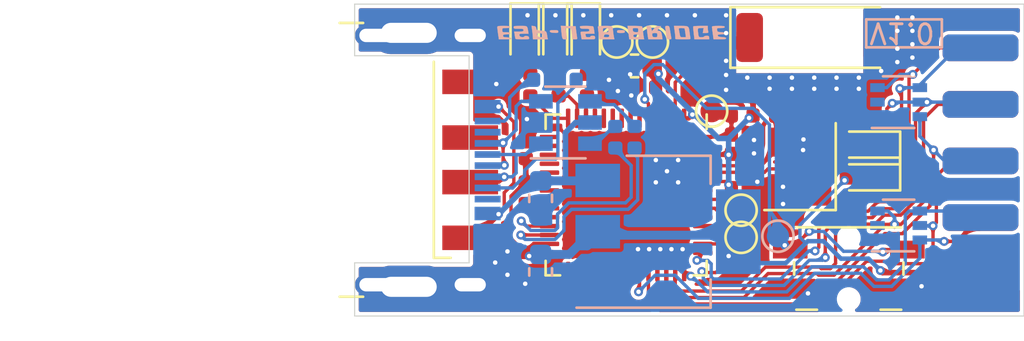
<source format=kicad_pcb>
(kicad_pcb (version 20171130) (host pcbnew "(5.1.6)-1")
  (layers (0 F.Cu signal) (31 B.Cu signal) (34 B.Paste user hide) (35 F.Paste user hide) (36 B.SilkS user hide) (37 F.SilkS user hide) (38 B.Mask user hide) (39 F.Mask user hide) (44 Edge.Cuts user))
  (net 0 "")
  (net 1 GND)
  (net 2 "Net-(AE1-Pad1)")
  (net 3 +5V)
  (net 4 +3V3)
  (net 5 /DBG_EN)
  (net 6 /LNA_IN)
  (net 7 "Net-(C14-Pad2)")
  (net 8 "Net-(D1-Pad2)")
  (net 9 "Net-(D3-Pad2)")
  (net 10 /UART_TX)
  (net 11 /UART_RX)
  (net 12 /DBG_IO0)
  (net 13 /DBG_TX)
  (net 14 /DBG_RX)
  (net 15 /USB_D-)
  (net 16 /USB_D+)
  (net 17 "Net-(R3-Pad1)")
  (net 18 "Net-(C8-Pad1)")
  (net 19 "Net-(C10-Pad1)")
  (net 20 "Net-(D2-Pad2)")
  (net 21 /CTS_TDI)
  (net 22 /RTS_TDO)
  (net 23 "Net-(D10-Pad1)")
  (net 24 "Net-(D11-Pad1)")
  (net 25 "Net-(R1-Pad2)")
  (net 26 "Net-(R2-Pad2)")
  (net 27 "Net-(R4-Pad1)")
  (net 28 "Net-(R5-Pad1)")
  (net 29 "Net-(R7-Pad2)")
  (net 30 "Net-(R1-Pad1)")
  (net 31 "Net-(R2-Pad1)")
  (net 32 /TMS)
  (net 33 /TCK)
  (net 34 /EN)
  (net 35 /IO0)
  (net 36 "Net-(J2-PadB5)")
  (net 37 "Net-(J2-PadA5)")
  (module Resistor_SMD:R_0402_1005Metric (layer B.Cu) (at 126.509 94.3955 180)
    (fp_text reference R11 hide)
    (fp_text value 5.1k)
    (pad 2 smd roundrect (at 0.485 0 180) (size 0.59 0.64) (layers B.Cu B.Paste B.Mask) (net 36 "Net-(J2-PadB5)"))
    (pad 1 smd roundrect (at -0.485 0 180) (size 0.59 0.64) (layers B.Cu B.Paste B.Mask) (net 1 GND))
  )
  (module Resistor_SMD:R_0402_1005Metric (layer B.Cu) (at 128.414 94.3955 180)
    (fp_text reference R10 hide)
    (fp_text value 5.1k)
    (pad 2 smd roundrect (at 0.485 0 180) (size 0.59 0.64) (layers B.Cu B.Paste B.Mask) (net 37 "Net-(J2-PadA5)"))
    (pad 1 smd roundrect (at -0.485 0 180) (size 0.59 0.64) (layers B.Cu B.Paste B.Mask) (net 1 GND))
  )
  (module my_footprint:ESP-USB-Bridge (layer B.Cu) (at 129.47572 92.29492)
    (fp_text reference logo1 hide)
    (fp_text value logo hide)
  )
  (module my_footprint:button (layer F.Cu) (at 140.1488 102.8672 180)
    (fp_text reference SW1 hide)
    (fp_text value SW_Push)
    (pad 2 smd rect (at 2.625 0.85) (size 1.55 0.8) (layers F.Cu F.Paste F.Mask) (net 12 /DBG_IO0))
    (pad 2 smd rect (at -2.625 0.85) (size 1.55 0.8) (layers F.Cu F.Paste F.Mask) (net 12 /DBG_IO0))
    (pad 1 smd rect (at -2.625 -0.85) (size 1.55 0.8) (layers F.Cu F.Paste F.Mask) (net 1 GND))
    (pad 1 smd rect (at 2.625 -0.85) (size 1.55 0.8) (layers F.Cu F.Paste F.Mask) (net 1 GND))
    (pad "" np_thru_hole circle (at 0 1.375) (size 0.75 0.75) (drill 0.75) (layers *.Cu *.Mask))
    (pad "" np_thru_hole circle (at 0 -1.375) (size 0.75 0.75) (drill 0.75) (layers *.Cu *.Mask))
  )
  (module Connector_USB:USB_A_CNCTech_1001-011-01101_Horizontal (layer F.Cu) (at 113.5296 97.9896 180)
    (fp_text reference J1 hide)
    (fp_text value USB_A)
    (pad 2 smd rect (at -9.65 -1 180) (size 2.5 1.1) (layers F.Cu F.Paste F.Mask) (net 15 /USB_D-))
    (pad 3 smd rect (at -9.65 1 180) (size 2.5 1.1) (layers F.Cu F.Paste F.Mask) (net 16 /USB_D+))
    (pad 1 smd rect (at -9.65 -3.5 180) (size 2.5 1.1) (layers F.Cu F.Paste F.Mask) (net 3 +5V))
    (pad 4 smd rect (at -9.65 3.5 180) (size 2.5 1.1) (layers F.Cu F.Paste F.Mask) (net 1 GND))
    (pad 5 thru_hole oval (at -6.9 -5.7 180) (size 3.5 1.9) (drill oval 2.5 0.9) (layers *.Cu *.Mask) (net 1 GND))
    (pad 5 thru_hole oval (at -6.9 5.7 180) (size 3.5 1.9) (drill oval 2.5 0.9) (layers *.Cu *.Mask) (net 1 GND))
    (pad "" np_thru_hole circle (at -6.9 -2.3 180) (size 1.1 1.1) (drill 1.1) (layers *.Cu *.Mask))
    (pad "" np_thru_hole circle (at -6.9 2.3 180) (size 1.1 1.1) (drill 1.1) (layers *.Cu *.Mask))
  )
  (module my_footprint:USB_C_Receptacle (layer B.Cu) (at 121.2512 98 90)
    (fp_text reference J2 hide)
    (fp_text value USB_C_Receptacle_USB2.0)
    (pad A12 smd rect (at 3.2 2.71 90) (size 0.6 1.16) (layers B.Cu B.Paste B.Mask) (net 1 GND))
    (pad A9 smd rect (at 2.4 2.71 90) (size 0.6 1.16) (layers B.Cu B.Paste B.Mask) (net 3 +5V))
    (pad B1 smd rect (at 3.2 2.71 90) (size 0.6 1.16) (layers B.Cu B.Paste B.Mask) (net 1 GND))
    (pad B4 smd rect (at 2.4 2.71 90) (size 0.6 1.16) (layers B.Cu B.Paste B.Mask) (net 3 +5V))
    (pad B12 smd rect (at -3.2 2.71 90) (size 0.6 1.16) (layers B.Cu B.Paste B.Mask) (net 1 GND))
    (pad A1 smd rect (at -3.2 2.71 90) (size 0.6 1.16) (layers B.Cu B.Paste B.Mask) (net 1 GND))
    (pad B9 smd rect (at -2.4 2.71 90) (size 0.6 1.16) (layers B.Cu B.Paste B.Mask) (net 3 +5V))
    (pad A4 smd rect (at -2.4 2.71 90) (size 0.6 1.16) (layers B.Cu B.Paste B.Mask) (net 3 +5V))
    (pad B5 smd rect (at 1.75 2.71 270) (size 0.3 1.16) (layers B.Cu B.Paste B.Mask) (net 36 "Net-(J2-PadB5)"))
    (pad B6 smd rect (at 0.75 2.71 270) (size 0.3 1.16) (layers B.Cu B.Paste B.Mask) (net 16 /USB_D+))
    (pad A8 smd rect (at 1.25 2.71 270) (size 0.3 1.16) (layers B.Cu B.Paste B.Mask))
    (pad A5 smd rect (at -1.25 2.71 270) (size 0.3 1.16) (layers B.Cu B.Paste B.Mask) (net 37 "Net-(J2-PadA5)"))
    (pad B8 smd rect (at -1.75 2.71 270) (size 0.3 1.16) (layers B.Cu B.Paste B.Mask))
    (pad A7 smd rect (at 0.25 2.71 270) (size 0.3 1.16) (layers B.Cu B.Paste B.Mask) (net 15 /USB_D-))
    (pad A6 smd rect (at -0.25 2.71 270) (size 0.3 1.16) (layers B.Cu B.Paste B.Mask) (net 16 /USB_D+))
    (pad B7 smd rect (at -0.75 2.71 270) (size 0.3 1.16) (layers B.Cu B.Paste B.Mask) (net 15 /USB_D-))
    (pad S1 thru_hole oval (at 5.595 -2.14) (size 2.2 0.9) (drill oval 1.8 0.6) (layers *.Cu *.Mask) (net 1 GND))
    (pad S1 thru_hole oval (at -5.595 -2.14) (size 2.2 0.9) (drill oval 1.8 0.6) (layers *.Cu *.Mask) (net 1 GND))
    (pad S1 thru_hole oval (at 5.595 1.93) (size 1.7 0.9) (drill oval 1.4 0.6) (layers *.Cu *.Mask) (net 1 GND))
    (pad S1 thru_hole oval (at -5.595 1.93) (size 1.7 0.9) (drill oval 1.4 0.6) (layers *.Cu *.Mask) (net 1 GND))
  )
  (module Package_TO_SOT_SMD:SOT-363_SC-70-6 (layer B.Cu) (at 142.384 95.3988)
    (fp_text reference D5 hide)
    (fp_text value PESD5V0L5UY)
    (pad 1 smd rect (at -0.95 0.65) (size 0.65 0.4) (layers B.Cu B.Paste B.Mask) (net 1 GND))
    (pad 3 smd rect (at -0.95 -0.65) (size 0.65 0.4) (layers B.Cu B.Paste B.Mask) (net 33 /TCK))
    (pad 5 smd rect (at 0.95 0) (size 0.65 0.4) (layers B.Cu B.Paste B.Mask) (net 11 /UART_RX))
    (pad 2 smd rect (at -0.95 0) (size 0.65 0.4) (layers B.Cu B.Paste B.Mask))
    (pad 4 smd rect (at 0.95 -0.65) (size 0.65 0.4) (layers B.Cu B.Paste B.Mask) (net 10 /UART_TX))
    (pad 6 smd rect (at 0.95 0.65) (size 0.65 0.4) (layers B.Cu B.Paste B.Mask) (net 34 /EN))
  )
  (module Package_TO_SOT_SMD:SOT-363_SC-70-6 (layer B.Cu) (at 142.384 100.936)
    (fp_text reference D4 hide)
    (fp_text value PESD5V0L5UY)
    (pad 1 smd rect (at -0.95 0.65) (size 0.65 0.4) (layers B.Cu B.Paste B.Mask) (net 1 GND))
    (pad 3 smd rect (at -0.95 -0.65) (size 0.65 0.4) (layers B.Cu B.Paste B.Mask) (net 21 /CTS_TDI))
    (pad 5 smd rect (at 0.95 0) (size 0.65 0.4) (layers B.Cu B.Paste B.Mask) (net 22 /RTS_TDO))
    (pad 2 smd rect (at -0.95 0) (size 0.65 0.4) (layers B.Cu B.Paste B.Mask))
    (pad 4 smd rect (at 0.95 -0.65) (size 0.65 0.4) (layers B.Cu B.Paste B.Mask) (net 35 /IO0))
    (pad 6 smd rect (at 0.95 0.65) (size 0.65 0.4) (layers B.Cu B.Paste B.Mask) (net 32 /TMS))
  )
  (module TestPoint:TestPoint_Pad_D1.0mm (layer F.Cu) (at 135.3228 100.2502)
    (fp_text reference TP6 hide)
    (fp_text value TestPoint)
    (pad 1 smd circle (at 0 0) (size 1 1) (layers F.Cu F.Mask) (net 14 /DBG_RX))
  )
  (module TestPoint:TestPoint_Pad_D1.0mm (layer F.Cu) (at 135.3228 101.4694)
    (fp_text reference TP5 hide)
    (fp_text value TestPoint)
    (pad 1 smd circle (at 0 0) (size 1 1) (layers F.Cu F.Mask) (net 13 /DBG_TX))
  )
  (module TestPoint:TestPoint_Pad_D1.0mm (layer F.Cu) (at 134.002 95.8052)
    (fp_text reference TP4 hide)
    (fp_text value TestPoint)
    (pad 1 smd circle (at 0 0) (size 1 1) (layers F.Cu F.Mask) (net 5 /DBG_EN))
  )
  (module TestPoint:TestPoint_Pad_D1.0mm (layer B.Cu) (at 136.9738 101.4186)
    (fp_text reference TP3 hide)
    (fp_text value TestPoint)
    (pad 1 smd circle (at 0 0) (size 1 1) (layers B.Cu B.Mask) (net 12 /DBG_IO0))
  )
  (module TestPoint:TestPoint_Pad_D1.0mm (layer F.Cu) (at 131.35 92.7)
    (fp_text reference TP2 hide)
    (fp_text value TestPoint)
    (pad 1 smd circle (at 0 0) (size 1 1) (layers F.Cu F.Mask) (net 4 +3V3))
  )
  (module TestPoint:TestPoint_Pad_D1.0mm (layer F.Cu) (at 129.75 92.7)
    (fp_text reference TP1 hide)
    (fp_text value TestPoint)
    (pad 1 smd circle (at 0 0) (size 1 1) (layers F.Cu F.Mask) (net 1 GND))
  )
  (module Package_TO_SOT_SMD:SOT-23-6 (layer B.Cu) (at 127.4488 96.3132)
    (fp_text reference U2 hide)
    (fp_text value USBLC6-2SC6)
    (pad 1 smd rect (at -1.1 0.95) (size 1.06 0.65) (layers B.Cu B.Paste B.Mask) (net 15 /USB_D-))
    (pad 2 smd rect (at -1.1 0) (size 1.06 0.65) (layers B.Cu B.Paste B.Mask) (net 1 GND))
    (pad 3 smd rect (at -1.1 -0.95) (size 1.06 0.65) (layers B.Cu B.Paste B.Mask) (net 16 /USB_D+))
    (pad 4 smd rect (at 1.1 -0.95) (size 1.06 0.65) (layers B.Cu B.Paste B.Mask) (net 26 "Net-(R2-Pad2)"))
    (pad 6 smd rect (at 1.1 0.95) (size 1.06 0.65) (layers B.Cu B.Paste B.Mask) (net 25 "Net-(R1-Pad2)"))
    (pad 5 smd rect (at 1.1 0) (size 1.06 0.65) (layers B.Cu B.Paste B.Mask) (net 3 +5V))
  )
  (module Resistor_SMD:R_0402_1005Metric (layer F.Cu) (at 141.2 96.4656)
    (fp_text reference R9 hide)
    (fp_text value 1k)
    (pad 1 smd roundrect (at -0.485 0) (size 0.59 0.64) (layers F.Cu F.Paste F.Mask) (net 24 "Net-(D11-Pad1)"))
    (pad 2 smd roundrect (at 0.485 0) (size 0.59 0.64) (layers F.Cu F.Paste F.Mask) (net 11 /UART_RX))
  )
  (module Resistor_SMD:R_0402_1005Metric (layer F.Cu) (at 141.2 99.625)
    (fp_text reference R8 hide)
    (fp_text value 1k)
    (pad 1 smd roundrect (at -0.485 0) (size 0.59 0.64) (layers F.Cu F.Paste F.Mask) (net 23 "Net-(D10-Pad1)"))
    (pad 2 smd roundrect (at 0.485 0) (size 0.59 0.64) (layers F.Cu F.Paste F.Mask) (net 10 /UART_TX))
  )
  (module Resistor_SMD:R_0402_1005Metric (layer F.Cu) (at 127.144 94.6368 90)
    (fp_text reference R4 hide)
    (fp_text value 1k)
    (pad 1 smd roundrect (at -0.485 0 90) (size 0.59 0.64) (layers F.Cu F.Paste F.Mask) (net 27 "Net-(R4-Pad1)"))
    (pad 2 smd roundrect (at 0.485 0 90) (size 0.59 0.64) (layers F.Cu F.Paste F.Mask) (net 20 "Net-(D2-Pad2)"))
  )
  (module Resistor_SMD:R_0402_1005Metric (layer F.Cu) (at 128.414 94.6368 90)
    (fp_text reference R3 hide)
    (fp_text value 1k)
    (pad 1 smd roundrect (at -0.485 0 90) (size 0.59 0.64) (layers F.Cu F.Paste F.Mask) (net 17 "Net-(R3-Pad1)"))
    (pad 2 smd roundrect (at 0.485 0 90) (size 0.59 0.64) (layers F.Cu F.Paste F.Mask) (net 8 "Net-(D1-Pad2)"))
  )
  (module my_footprint:Header_2x5_pin (layer F.Cu) (at 146.056 92.9604)
    (fp_text reference J3 hide)
    (fp_text value Conn_02x05_Counter_Clockwise)
    (pad 1 smd roundrect (at 0 0) (size 3.4 1.2) (layers F.Cu F.Paste F.Mask) (net 33 /TCK))
    (pad 2 smd roundrect (at 0 2.54) (size 3.4 1.2) (layers F.Cu F.Paste F.Mask) (net 21 /CTS_TDI))
    (pad 3 smd roundrect (at 0 5.08) (size 3.4 1.2) (layers F.Cu F.Paste F.Mask) (net 22 /RTS_TDO))
    (pad 4 smd roundrect (at 0 7.62) (size 3.4 1.2) (layers F.Cu F.Paste F.Mask) (net 32 /TMS))
    (pad 5 smd roundrect (at 0 10.16) (size 3.4 1.2) (layers F.Cu F.Paste F.Mask) (net 4 +3V3))
    (pad 6 smd roundrect (at 0 10.16) (size 3.4 1.2) (layers B.Cu B.Paste B.Mask) (net 1 GND))
    (pad 7 smd roundrect (at 0 7.62) (size 3.4 1.2) (layers B.Cu B.Paste B.Mask) (net 35 /IO0))
    (pad 8 smd roundrect (at 0 5.08) (size 3.4 1.2) (layers B.Cu B.Paste B.Mask) (net 34 /EN))
    (pad 9 smd roundrect (at 0 2.54) (size 3.4 1.2) (layers B.Cu B.Paste B.Mask) (net 11 /UART_RX))
    (pad 10 smd roundrect (at 0 0) (size 3.4 1.2) (layers B.Cu B.Paste B.Mask) (net 10 /UART_TX))
  )
  (module LED_SMD:LED_0603_1608Metric (layer F.Cu) (at 126.9916 92.4596 270)
    (fp_text reference D2 hide)
    (fp_text value GREEN)
    (pad 1 smd roundrect (at -0.7875 0 270) (size 0.875 0.95) (layers F.Cu F.Paste F.Mask) (net 1 GND))
    (pad 2 smd roundrect (at 0.7875 0 270) (size 0.875 0.95) (layers F.Cu F.Paste F.Mask) (net 20 "Net-(D2-Pad2)"))
  )
  (module LED_SMD:LED_0603_1608Metric (layer F.Cu) (at 128.2616 92.4524 270)
    (fp_text reference D1 hide)
    (fp_text value RED)
    (pad 1 smd roundrect (at -0.7875 0 270) (size 0.875 0.95) (layers F.Cu F.Paste F.Mask) (net 1 GND))
    (pad 2 smd roundrect (at 0.7875 0 270) (size 0.875 0.95) (layers F.Cu F.Paste F.Mask) (net 8 "Net-(D1-Pad2)"))
  )
  (module Capacitor_SMD:C_0402_1005Metric (layer F.Cu) (at 137.3548 100.6312 180)
    (fp_text reference C10 hide)
    (fp_text value 10pf)
    (pad 1 smd roundrect (at -0.485 0 180) (size 0.59 0.64) (layers F.Cu F.Paste F.Mask) (net 19 "Net-(C10-Pad1)"))
    (pad 2 smd roundrect (at 0.485 0 180) (size 0.59 0.64) (layers F.Cu F.Paste F.Mask) (net 1 GND))
  )
  (module Capacitor_SMD:C_0402_1005Metric (layer F.Cu) (at 137.3548 96.0084)
    (fp_text reference C8 hide)
    (fp_text value 10pf)
    (pad 1 smd roundrect (at -0.485 0) (size 0.59 0.64) (layers F.Cu F.Paste F.Mask) (net 18 "Net-(C8-Pad1)"))
    (pad 2 smd roundrect (at 0.485 0) (size 0.59 0.64) (layers F.Cu F.Paste F.Mask) (net 1 GND))
  )
  (module RF_Antenna:Johanson_2450AT43F0100 (layer F.Cu) (at 138.552 92.4974)
    (fp_text reference AE1 hide)
    (fp_text value Antenna_Chip)
    (pad 1 smd roundrect (at -2.85 0) (size 1.2 2.2) (layers F.Cu F.Paste F.Mask) (roundrect_rratio 0.208333) (net 2 "Net-(AE1-Pad1)"))
    (pad 2 smd roundrect (at 2.85 0) (size 1.2 2.2) (layers F.Cu F.Paste F.Mask) (roundrect_rratio 0.208333) (net 1 GND))
  )
  (module Crystal:Crystal_SMD_EuroQuartz_MT-4Pin_3.2x2.5mm (layer F.Cu) (at 137.9644 98.2944 90)
    (fp_text reference Y1 hide)
    (fp_text value Crystal_GND24_Small)
    (pad 1 smd rect (at -1.1 0.9 90) (size 1.3 1) (layers F.Cu F.Paste F.Mask) (net 19 "Net-(C10-Pad1)"))
    (pad 2 smd rect (at 1.1 0.9 90) (size 1.3 1) (layers F.Cu F.Paste F.Mask) (net 1 GND))
    (pad 3 smd rect (at 1.1 -0.9 90) (size 1.3 1) (layers F.Cu F.Paste F.Mask) (net 18 "Net-(C8-Pad1)"))
    (pad 4 smd rect (at -1.1 -0.9 90) (size 1.3 1) (layers F.Cu F.Paste F.Mask) (net 1 GND))
  )
  (module Package_DFN_QFN:QFN-56-1EP_7x7mm_P0.4mm_EP5.6x5.6mm (layer F.Cu) (at 130.17 99.563401 270)
    (fp_text reference U3 hide)
    (fp_text value ESP32-S2FH4)
    (pad 1 smd roundrect (at -3.4375 -2.6 270) (size 0.875 0.2) (layers F.Cu F.Paste F.Mask) (net 4 +3V3))
    (pad 2 smd roundrect (at -3.4375 -2.2 270) (size 0.875 0.2) (layers F.Cu F.Paste F.Mask) (net 6 /LNA_IN))
    (pad 3 smd roundrect (at -3.4375 -1.8 270) (size 0.875 0.2) (layers F.Cu F.Paste F.Mask) (net 4 +3V3))
    (pad 4 smd roundrect (at -3.4375 -1.4 270) (size 0.875 0.2) (layers F.Cu F.Paste F.Mask) (net 4 +3V3))
    (pad 5 smd roundrect (at -3.4375 -1 270) (size 0.875 0.2) (layers F.Cu F.Paste F.Mask) (net 12 /DBG_IO0))
    (pad 6 smd roundrect (at -3.4375 -0.6 270) (size 0.875 0.2) (layers F.Cu F.Paste F.Mask))
    (pad 7 smd roundrect (at -3.4375 -0.2 270) (size 0.875 0.2) (layers F.Cu F.Paste F.Mask))
    (pad 8 smd roundrect (at -3.4375 0.2 270) (size 0.875 0.2) (layers F.Cu F.Paste F.Mask))
    (pad 9 smd roundrect (at -3.4375 0.6 270) (size 0.875 0.2) (layers F.Cu F.Paste F.Mask))
    (pad 10 smd roundrect (at -3.4375 1 270) (size 0.875 0.2) (layers F.Cu F.Paste F.Mask))
    (pad 11 smd roundrect (at -3.4375 1.4 270) (size 0.875 0.2) (layers F.Cu F.Paste F.Mask))
    (pad 12 smd roundrect (at -3.4375 1.8 270) (size 0.875 0.2) (layers F.Cu F.Paste F.Mask) (net 17 "Net-(R3-Pad1)"))
    (pad 13 smd roundrect (at -3.4375 2.2 270) (size 0.875 0.2) (layers F.Cu F.Paste F.Mask) (net 27 "Net-(R4-Pad1)"))
    (pad 14 smd roundrect (at -3.4375 2.6 270) (size 0.875 0.2) (layers F.Cu F.Paste F.Mask) (net 28 "Net-(R5-Pad1)"))
    (pad 15 smd roundrect (at -2.6 3.4375 270) (size 0.2 0.875) (layers F.Cu F.Paste F.Mask))
    (pad 16 smd roundrect (at -2.2 3.4375 270) (size 0.2 0.875) (layers F.Cu F.Paste F.Mask))
    (pad 17 smd roundrect (at -1.8 3.4375 270) (size 0.2 0.875) (layers F.Cu F.Paste F.Mask))
    (pad 18 smd roundrect (at -1.4 3.4375 270) (size 0.2 0.875) (layers F.Cu F.Paste F.Mask))
    (pad 19 smd roundrect (at -1 3.4375 270) (size 0.2 0.875) (layers F.Cu F.Paste F.Mask))
    (pad 20 smd roundrect (at -0.6 3.4375 270) (size 0.2 0.875) (layers F.Cu F.Paste F.Mask) (net 4 +3V3))
    (pad 21 smd roundrect (at -0.2 3.4375 270) (size 0.2 0.875) (layers F.Cu F.Paste F.Mask))
    (pad 22 smd roundrect (at 0.2 3.4375 270) (size 0.2 0.875) (layers F.Cu F.Paste F.Mask))
    (pad 23 smd roundrect (at 0.6 3.4375 270) (size 0.2 0.875) (layers F.Cu F.Paste F.Mask))
    (pad 24 smd roundrect (at 1 3.4375 270) (size 0.2 0.875) (layers F.Cu F.Paste F.Mask) (net 29 "Net-(R7-Pad2)"))
    (pad 25 smd roundrect (at 1.4 3.4375 270) (size 0.2 0.875) (layers F.Cu F.Paste F.Mask) (net 30 "Net-(R1-Pad1)"))
    (pad 26 smd roundrect (at 1.8 3.4375 270) (size 0.2 0.875) (layers F.Cu F.Paste F.Mask) (net 31 "Net-(R2-Pad1)"))
    (pad 27 smd roundrect (at 2.2 3.4375 270) (size 0.2 0.875) (layers F.Cu F.Paste F.Mask) (net 4 +3V3))
    (pad 28 smd roundrect (at 2.6 3.4375 270) (size 0.2 0.875) (layers F.Cu F.Paste F.Mask))
    (pad 29 smd roundrect (at 3.4375 2.6 270) (size 0.875 0.2) (layers F.Cu F.Paste F.Mask))
    (pad 30 smd roundrect (at 3.4375 2.2 270) (size 0.875 0.2) (layers F.Cu F.Paste F.Mask) (net 7 "Net-(C14-Pad2)"))
    (pad 31 smd roundrect (at 3.4375 1.8 270) (size 0.875 0.2) (layers F.Cu F.Paste F.Mask))
    (pad 32 smd roundrect (at 3.4375 1.4 270) (size 0.875 0.2) (layers F.Cu F.Paste F.Mask))
    (pad 33 smd roundrect (at 3.4375 1 270) (size 0.875 0.2) (layers F.Cu F.Paste F.Mask))
    (pad 34 smd roundrect (at 3.4375 0.6 270) (size 0.875 0.2) (layers F.Cu F.Paste F.Mask))
    (pad 35 smd roundrect (at 3.4375 0.2 270) (size 0.875 0.2) (layers F.Cu F.Paste F.Mask))
    (pad 36 smd roundrect (at 3.4375 -0.2 270) (size 0.875 0.2) (layers F.Cu F.Paste F.Mask))
    (pad 37 smd roundrect (at 3.4375 -0.6 270) (size 0.875 0.2) (layers F.Cu F.Paste F.Mask) (net 32 /TMS))
    (pad 38 smd roundrect (at 3.4375 -1 270) (size 0.875 0.2) (layers F.Cu F.Paste F.Mask) (net 22 /RTS_TDO))
    (pad 39 smd roundrect (at 3.4375 -1.4 270) (size 0.875 0.2) (layers F.Cu F.Paste F.Mask) (net 34 /EN))
    (pad 40 smd roundrect (at 3.4375 -1.8 270) (size 0.875 0.2) (layers F.Cu F.Paste F.Mask) (net 21 /CTS_TDI))
    (pad 41 smd roundrect (at 3.4375 -2.2 270) (size 0.875 0.2) (layers F.Cu F.Paste F.Mask) (net 11 /UART_RX))
    (pad 42 smd roundrect (at 3.4375 -2.6 270) (size 0.875 0.2) (layers F.Cu F.Paste F.Mask) (net 35 /IO0))
    (pad 43 smd roundrect (at 2.6 -3.4375 270) (size 0.2 0.875) (layers F.Cu F.Paste F.Mask) (net 10 /UART_TX))
    (pad 44 smd roundrect (at 2.2 -3.4375 270) (size 0.2 0.875) (layers F.Cu F.Paste F.Mask) (net 33 /TCK))
    (pad 45 smd roundrect (at 1.8 -3.4375 270) (size 0.2 0.875) (layers F.Cu F.Paste F.Mask) (net 4 +3V3))
    (pad 46 smd roundrect (at 1.4 -3.4375 270) (size 0.2 0.875) (layers F.Cu F.Paste F.Mask))
    (pad 47 smd roundrect (at 1 -3.4375 270) (size 0.2 0.875) (layers F.Cu F.Paste F.Mask))
    (pad 48 smd roundrect (at 0.6 -3.4375 270) (size 0.2 0.875) (layers F.Cu F.Paste F.Mask) (net 13 /DBG_TX))
    (pad 49 smd roundrect (at 0.2 -3.4375 270) (size 0.2 0.875) (layers F.Cu F.Paste F.Mask) (net 14 /DBG_RX))
    (pad 50 smd roundrect (at -0.2 -3.4375 270) (size 0.2 0.875) (layers F.Cu F.Paste F.Mask))
    (pad 51 smd roundrect (at -0.6 -3.4375 270) (size 0.2 0.875) (layers F.Cu F.Paste F.Mask) (net 4 +3V3))
    (pad 52 smd roundrect (at -1 -3.4375 270) (size 0.2 0.875) (layers F.Cu F.Paste F.Mask) (net 19 "Net-(C10-Pad1)"))
    (pad 53 smd roundrect (at -1.4 -3.4375 270) (size 0.2 0.875) (layers F.Cu F.Paste F.Mask) (net 18 "Net-(C8-Pad1)"))
    (pad 54 smd roundrect (at -1.8 -3.4375 270) (size 0.2 0.875) (layers F.Cu F.Paste F.Mask) (net 4 +3V3))
    (pad 55 smd roundrect (at -2.2 -3.4375 270) (size 0.2 0.875) (layers F.Cu F.Paste F.Mask))
    (pad 56 smd roundrect (at -2.6 -3.4375 270) (size 0.2 0.875) (layers F.Cu F.Paste F.Mask) (net 5 /DBG_EN))
    (pad 57 smd rect (at 0 0 270) (size 5.6 5.6) (layers F.Cu F.Mask) (net 1 GND))
  )
  (module Package_TO_SOT_SMD:SOT-223-3_TabPin2 (layer B.Cu) (at 132.0462 101.2154)
    (fp_text reference U1 hide)
    (fp_text value AMS1117-3.3)
    (pad 2 smd rect (at 3.15 0) (size 2 3.8) (layers B.Cu B.Paste B.Mask) (net 4 +3V3))
    (pad 2 smd rect (at -3.15 0) (size 2 1.5) (layers B.Cu B.Paste B.Mask) (net 4 +3V3))
    (pad 3 smd rect (at -3.15 -2.3) (size 2 1.5) (layers B.Cu B.Paste B.Mask) (net 3 +5V))
    (pad 1 smd rect (at -3.15 2.3) (size 2 1.5) (layers B.Cu B.Paste B.Mask) (net 1 GND))
  )
  (module Resistor_SMD:R_0402_1005Metric (layer F.Cu) (at 125.6708 99.4628 270)
    (fp_text reference R7 hide)
    (fp_text value 10k)
    (pad 1 smd roundrect (at -0.485 0 270) (size 0.59 0.64) (layers F.Cu F.Paste F.Mask) (net 4 +3V3))
    (pad 2 smd roundrect (at 0.485 0 270) (size 0.59 0.64) (layers F.Cu F.Paste F.Mask) (net 29 "Net-(R7-Pad2)"))
  )
  (module Resistor_SMD:R_0402_1005Metric (layer F.Cu) (at 135.3736 95.99824 180)
    (fp_text reference R6 hide)
    (fp_text value 10k)
    (pad 1 smd roundrect (at -0.485 0 180) (size 0.59 0.64) (layers F.Cu F.Paste F.Mask) (net 4 +3V3))
    (pad 2 smd roundrect (at 0.485 0 180) (size 0.59 0.64) (layers F.Cu F.Paste F.Mask) (net 5 /DBG_EN))
  )
  (module Resistor_SMD:R_0402_1005Metric (layer F.Cu) (at 125.874 94.6368 90)
    (fp_text reference R5 hide)
    (fp_text value 1k)
    (pad 1 smd roundrect (at -0.485 0 90) (size 0.59 0.64) (layers F.Cu F.Paste F.Mask) (net 28 "Net-(R5-Pad1)"))
    (pad 2 smd roundrect (at 0.485 0 90) (size 0.59 0.64) (layers F.Cu F.Paste F.Mask) (net 9 "Net-(D3-Pad2)"))
  )
  (module Resistor_SMD:R_0402_1005Metric (layer B.Cu) (at 130.5476 96.9736 90)
    (fp_text reference R2 hide)
    (fp_text value 22)
    (pad 1 smd roundrect (at -0.485 0 90) (size 0.59 0.64) (layers B.Cu B.Paste B.Mask) (net 31 "Net-(R2-Pad1)"))
    (pad 2 smd roundrect (at 0.485 0 90) (size 0.59 0.64) (layers B.Cu B.Paste B.Mask) (net 26 "Net-(R2-Pad2)"))
  )
  (module Resistor_SMD:R_0402_1005Metric (layer B.Cu) (at 129.684 96.9736 90)
    (fp_text reference R1 hide)
    (fp_text value 22)
    (pad 1 smd roundrect (at -0.485 0 90) (size 0.59 0.64) (layers B.Cu B.Paste B.Mask) (net 30 "Net-(R1-Pad1)"))
    (pad 2 smd roundrect (at 0.485 0 90) (size 0.59 0.64) (layers B.Cu B.Paste B.Mask) (net 25 "Net-(R1-Pad2)"))
  )
  (module Inductor_SMD:L_0402_1005Metric (layer F.Cu) (at 133.4432 92.9096)
    (fp_text reference L1 hide)
    (fp_text value L)
    (pad 1 smd roundrect (at -0.485 0) (size 0.59 0.64) (layers F.Cu F.Paste F.Mask) (net 6 /LNA_IN))
    (pad 2 smd roundrect (at 0.485 0) (size 0.59 0.64) (layers F.Cu F.Paste F.Mask) (net 2 "Net-(AE1-Pad1)"))
  )
  (module LED_SMD:LED_0603_1608Metric (layer F.Cu) (at 140.9672 97.4562 180)
    (fp_text reference D11 hide)
    (fp_text value LED_YELLOW)
    (pad 1 smd roundrect (at -0.7875 0 180) (size 0.875 0.95) (layers F.Cu F.Paste F.Mask) (net 24 "Net-(D11-Pad1)"))
    (pad 2 smd roundrect (at 0.7875 0 180) (size 0.875 0.95) (layers F.Cu F.Paste F.Mask) (net 4 +3V3))
  )
  (module LED_SMD:LED_0603_1608Metric (layer F.Cu) (at 140.9672 98.625 180)
    (fp_text reference D10 hide)
    (fp_text value LED_YELLOW)
    (pad 1 smd roundrect (at -0.7875 0 180) (size 0.875 0.95) (layers F.Cu F.Paste F.Mask) (net 23 "Net-(D10-Pad1)"))
    (pad 2 smd roundrect (at 0.7875 0 180) (size 0.875 0.95) (layers F.Cu F.Paste F.Mask) (net 4 +3V3))
  )
  (module LED_SMD:LED_0603_1608Metric (layer F.Cu) (at 125.7216 92.4524 270)
    (fp_text reference D3 hide)
    (fp_text value BLUE)
    (pad 1 smd roundrect (at -0.7875 0 270) (size 0.875 0.95) (layers F.Cu F.Paste F.Mask) (net 1 GND))
    (pad 2 smd roundrect (at 0.7875 0 270) (size 0.875 0.95) (layers F.Cu F.Paste F.Mask) (net 9 "Net-(D3-Pad2)"))
  )
  (module Capacitor_SMD:C_0402_1005Metric (layer F.Cu) (at 126.128 104.0348)
    (fp_text reference C14 hide)
    (fp_text value 0.1uf)
    (pad 1 smd roundrect (at -0.485 0) (size 0.59 0.64) (layers F.Cu F.Paste F.Mask) (net 1 GND))
    (pad 2 smd roundrect (at 0.485 0) (size 0.59 0.64) (layers F.Cu F.Paste F.Mask) (net 7 "Net-(C14-Pad2)"))
  )
  (module Capacitor_SMD:C_0402_1005Metric (layer F.Cu) (at 125.6454 102.6378 90)
    (fp_text reference C13 hide)
    (fp_text value 0.1uf)
    (pad 1 smd roundrect (at -0.485 0 90) (size 0.59 0.64) (layers F.Cu F.Paste F.Mask) (net 1 GND))
    (pad 2 smd roundrect (at 0.485 0 90) (size 0.59 0.64) (layers F.Cu F.Paste F.Mask) (net 4 +3V3))
  )
  (module Capacitor_SMD:C_0402_1005Metric (layer F.Cu) (at 135.3736 102.46 180)
    (fp_text reference C12 hide)
    (fp_text value 0.1uf)
    (pad 1 smd roundrect (at -0.485 0 180) (size 0.59 0.64) (layers F.Cu F.Paste F.Mask) (net 1 GND))
    (pad 2 smd roundrect (at 0.485 0 180) (size 0.59 0.64) (layers F.Cu F.Paste F.Mask) (net 4 +3V3))
  )
  (module Capacitor_SMD:C_0402_1005Metric (layer F.Cu) (at 135.3736 99.2596 180)
    (fp_text reference C11 hide)
    (fp_text value 0.1uf)
    (pad 1 smd roundrect (at -0.485 0 180) (size 0.59 0.64) (layers F.Cu F.Paste F.Mask) (net 1 GND))
    (pad 2 smd roundrect (at 0.485 0 180) (size 0.59 0.64) (layers F.Cu F.Paste F.Mask) (net 4 +3V3))
  )
  (module Capacitor_SMD:C_0402_1005Metric (layer F.Cu) (at 133.9504 94.2328 270)
    (fp_text reference C16 hide)
    (fp_text value TBD)
    (pad 1 smd roundrect (at -0.485 0 270) (size 0.59 0.64) (layers F.Cu F.Paste F.Mask) (net 2 "Net-(AE1-Pad1)"))
    (pad 2 smd roundrect (at 0.485 0 270) (size 0.59 0.64) (layers F.Cu F.Paste F.Mask) (net 1 GND))
  )
  (module Capacitor_SMD:C_0402_1005Metric (layer F.Cu) (at 125.6708 97.4504 270)
    (fp_text reference C9 hide)
    (fp_text value 0.1uf)
    (pad 1 smd roundrect (at -0.485 0 270) (size 0.59 0.64) (layers F.Cu F.Paste F.Mask) (net 1 GND))
    (pad 2 smd roundrect (at 0.485 0 270) (size 0.59 0.64) (layers F.Cu F.Paste F.Mask) (net 4 +3V3))
  )
  (module Capacitor_SMD:C_0402_1005Metric (layer F.Cu) (at 133.014 94.2524 270)
    (fp_text reference C15 hide)
    (fp_text value TBD)
    (pad 1 smd roundrect (at -0.485 0 270) (size 0.59 0.64) (layers F.Cu F.Paste F.Mask) (net 6 /LNA_IN))
    (pad 2 smd roundrect (at 0.485 0 270) (size 0.59 0.64) (layers F.Cu F.Paste F.Mask) (net 1 GND))
  )
  (module Capacitor_SMD:C_0402_1005Metric (layer F.Cu) (at 135.3736 97.72036)
    (fp_text reference C7 hide)
    (fp_text value 0.1uf)
    (pad 1 smd roundrect (at -0.485 0) (size 0.59 0.64) (layers F.Cu F.Paste F.Mask) (net 4 +3V3))
    (pad 2 smd roundrect (at 0.485 0) (size 0.59 0.64) (layers F.Cu F.Paste F.Mask) (net 1 GND))
  )
  (module Capacitor_SMD:C_0402_1005Metric (layer F.Cu) (at 135.3736 96.85676)
    (fp_text reference C6 hide)
    (fp_text value 0.1uf)
    (pad 1 smd roundrect (at -0.485 0) (size 0.59 0.64) (layers F.Cu F.Paste F.Mask) (net 5 /DBG_EN))
    (pad 2 smd roundrect (at 0.485 0) (size 0.59 0.64) (layers F.Cu F.Paste F.Mask) (net 1 GND))
  )
  (module Capacitor_SMD:C_0402_1005Metric (layer F.Cu) (at 135.3736 95.1448 180)
    (fp_text reference C5 hide)
    (fp_text value 0.1uf)
    (pad 1 smd roundrect (at -0.485 0 180) (size 0.59 0.64) (layers F.Cu F.Paste F.Mask) (net 4 +3V3))
    (pad 2 smd roundrect (at 0.485 0 180) (size 0.59 0.64) (layers F.Cu F.Paste F.Mask) (net 1 GND))
  )
  (module Capacitor_SMD:C_0603_1608Metric (layer F.Cu) (at 130.5476 93.7732 180)
    (fp_text reference C3 hide)
    (fp_text value 10uf)
    (pad 1 smd roundrect (at -0.7875 0 180) (size 0.875 0.95) (layers F.Cu F.Paste F.Mask) (net 4 +3V3))
    (pad 2 smd roundrect (at 0.7875 0 180) (size 0.875 0.95) (layers F.Cu F.Paste F.Mask) (net 1 GND))
  )
  (module Capacitor_SMD:C_0402_1005Metric (layer F.Cu) (at 131.0048 94.7384 180)
    (fp_text reference C4 hide)
    (fp_text value 0.1uf)
    (pad 1 smd roundrect (at -0.485 0 180) (size 0.59 0.64) (layers F.Cu F.Paste F.Mask) (net 4 +3V3))
    (pad 2 smd roundrect (at 0.485 0 180) (size 0.59 0.64) (layers F.Cu F.Paste F.Mask) (net 1 GND))
  )
  (module Capacitor_SMD:C_0603_1608Metric (layer B.Cu) (at 126.337 103.0222 90)
    (fp_text reference C2 hide)
    (fp_text value 10uf)
    (pad 1 smd roundrect (at -0.7875 0 90) (size 0.875 0.95) (layers B.Cu B.Paste B.Mask) (net 1 GND))
    (pad 2 smd roundrect (at 0.7875 0 90) (size 0.875 0.95) (layers B.Cu B.Paste B.Mask) (net 4 +3V3))
  )
  (module Capacitor_SMD:C_0603_1608Metric (layer B.Cu) (at 126.337 99.7202 90)
    (fp_text reference C1 hide)
    (fp_text value 10uf)
    (pad 1 smd roundrect (at -0.7875 0 90) (size 0.875 0.95) (layers B.Cu B.Paste B.Mask) (net 1 GND))
    (pad 2 smd roundrect (at 0.7875 0 90) (size 0.875 0.95) (layers B.Cu B.Paste B.Mask) (net 3 +5V))
  )
  (gr_line (start 144.31948 91.68532) (end 144.31948 92.92484) (layer B.SilkS) (width 0.12))
  (gr_line (start 140.93112 91.68532) (end 144.31948 91.68532) (layer B.SilkS) (width 0.12))
  (gr_line (start 140.93112 92.94516) (end 140.93112 91.68532) (layer B.SilkS) (width 0.12))
  (gr_line (start 144.31948 92.94008) (end 140.92604 92.94008) (layer B.SilkS) (width 0.12))
  (gr_text V1.0 (at 142.53624 92.29144 180) (layer B.SilkS) (effects (font (size 0.9 0.9) (thickness 0.13)) (justify mirror)))
  (gr_line (start 118 102.6124) (end 118 105) (layer Edge.Cuts) (width 0.05))
  (gr_line (start 118 91) (end 118 93.316) (layer Edge.Cuts) (width 0.05))
  (gr_line (start 123.1308 102.6124) (end 118 102.6124) (layer Edge.Cuts) (width 0.05))
  (gr_line (start 123.1308 93.316) (end 123.1308 102.6124) (layer Edge.Cuts) (width 0.05))
  (gr_line (start 118 93.316) (end 123.1308 93.316) (layer Edge.Cuts) (width 0.05))
  (gr_line (start 148 105) (end 118 105) (layer Edge.Cuts) (width 0.05))
  (gr_line (start 148 91) (end 148 105) (layer Edge.Cuts) (width 0.05))
  (gr_line (start 118 91) (end 148 91) (layer Edge.Cuts) (width 0.05))
  (via (at 125.75 91.5) (size 0.4) (drill 0.2) (layers F.Cu B.Cu) (net 1))
  (via (at 127 91.5) (size 0.4) (drill 0.2) (layers F.Cu B.Cu) (net 1))
  (via (at 128.25 91.5) (size 0.4) (drill 0.2) (layers F.Cu B.Cu) (net 1))
  (via (at 132.7 102) (size 0.4) (drill 0.2) (layers F.Cu B.Cu) (net 1))
  (via (at 132 98.5) (size 0.4) (drill 0.2) (layers F.Cu B.Cu) (net 1))
  (via (at 143.41016 103.66396) (size 0.4) (drill 0.2) (layers F.Cu B.Cu) (net 1))
  (via (at 142.325 91.6) (size 0.4) (drill 0.2) (layers F.Cu B.Cu) (net 1))
  (via (at 142.325 92.2) (size 0.4) (drill 0.2) (layers F.Cu B.Cu) (net 1))
  (via (at 142.325 93) (size 0.4) (drill 0.2) (layers F.Cu B.Cu) (net 1))
  (via (at 130.7 102) (size 0.4) (drill 0.2) (layers F.Cu B.Cu) (net 1))
  (via (at 131.2 102) (size 0.4) (drill 0.2) (layers F.Cu B.Cu) (net 1))
  (via (at 131.7 102) (size 0.4) (drill 0.2) (layers F.Cu B.Cu) (net 1))
  (via (at 132.2 102) (size 0.4) (drill 0.2) (layers F.Cu B.Cu) (net 1))
  (via (at 137.2 99.2) (size 0.4) (drill 0.2) (layers F.Cu B.Cu) (net 1))
  (via (at 131.5 99) (size 0.4) (drill 0.2) (layers F.Cu B.Cu) (net 1))
  (via (at 132.5 99) (size 0.4) (drill 0.2) (layers F.Cu B.Cu) (net 1))
  (via (at 132.5 98) (size 0.4) (drill 0.2) (layers F.Cu B.Cu) (net 1))
  (via (at 131.5 98) (size 0.4) (drill 0.2) (layers F.Cu B.Cu) (net 1))
  (via (at 130.35 94.15) (size 0.4) (drill 0.2) (layers F.Cu B.Cu) (net 1))
  (via (at 125.7216 96.1608) (size 0.4) (drill 0.2) (layers F.Cu B.Cu) (net 1))
  (via (at 136.04924 98.97512) (size 0.4) (drill 0.2) (layers F.Cu B.Cu) (net 1))
  (via (at 135.9 97.1) (size 0.4) (drill 0.2) (layers F.Cu B.Cu) (net 1))
  (via (at 129.8 94.9) (size 0.4) (drill 0.2) (layers F.Cu B.Cu) (net 1))
  (via (at 137.2024 99.9708) (size 0.4) (drill 0.2) (layers F.Cu B.Cu) (net 1))
  (segment (start 137.0644 99.5468) (end 137.0644 100.7414) (width 0.15) (layer F.Cu) (net 1))
  (segment (start 137.8398 96.3222) (end 138.3548 96.8372) (width 0.15) (layer F.Cu) (net 1))
  (segment (start 137.8398 96.0084) (end 137.8398 96.3222) (width 0.15) (layer F.Cu) (net 1))
  (segment (start 138.3548 96.8372) (end 138.8644 97.3468) (width 0.15) (layer F.Cu) (net 1))
  (via (at 138.1168 97.0752) (size 0.4) (drill 0.2) (layers F.Cu B.Cu) (net 1))
  (segment (start 134.6116 94.8678) (end 134.8886 95.1448) (width 0.15) (layer F.Cu) (net 1))
  (segment (start 133.9004 94.8678) (end 134.533 94.8678) (width 0.15) (layer F.Cu) (net 1))
  (segment (start 134.533 94.8678) (end 134.6116 94.8678) (width 0.15) (layer F.Cu) (net 1))
  (via (at 134.65 94.85) (size 0.4) (drill 0.2) (layers F.Cu B.Cu) (net 1))
  (segment (start 128.2616 91.6649) (end 125.7216 91.6649) (width 0.15) (layer F.Cu) (net 1))
  (segment (start 135.8586 97.7356) (end 135.8586 97.7356) (width 0.15) (layer F.Cu) (net 1))
  (segment (start 125.6454 104.0324) (end 125.643 104.0348) (width 0.15) (layer F.Cu) (net 1))
  (segment (start 125.6454 103.1228) (end 125.6454 103.5522) (width 0.15) (layer F.Cu) (net 1))
  (segment (start 125.6454 103.5522) (end 125.6454 104.0324) (width 0.15) (layer F.Cu) (net 1))
  (via (at 125.6454 103.5522) (size 0.4) (drill 0.2) (layers F.Cu B.Cu) (net 1))
  (via (at 124.35 94.586) (size 0.4) (drill 0.2) (layers F.Cu B.Cu) (net 1))
  (via (at 134.65 94.1796) (size 0.4) (drill 0.2) (layers F.Cu B.Cu) (net 1))
  (via (at 134.65 93.5446) (size 0.4) (drill 0.2) (layers F.Cu B.Cu) (net 1))
  (via (at 134.65 92.3) (size 0.4) (drill 0.2) (layers F.Cu B.Cu) (net 1))
  (via (at 134.65 91.5) (size 0.4) (drill 0.2) (layers F.Cu B.Cu) (net 1))
  (via (at 133.25 91.5) (size 0.4) (drill 0.2) (layers F.Cu B.Cu) (net 1))
  (via (at 132 91.5) (size 0.4) (drill 0.2) (layers F.Cu B.Cu) (net 1))
  (via (at 130.75 91.5) (size 0.4) (drill 0.2) (layers F.Cu B.Cu) (net 1))
  (via (at 129.5 91.5) (size 0.4) (drill 0.2) (layers F.Cu B.Cu) (net 1))
  (via (at 130.4 95.1) (size 0.4) (drill 0.2) (layers F.Cu B.Cu) (net 1))
  (via (at 129.4 94.4) (size 0.4) (drill 0.2) (layers F.Cu B.Cu) (net 1))
  (via (at 124.85 102.1) (size 0.4) (drill 0.2) (layers F.Cu B.Cu) (net 1))
  (via (at 124.3 102.6) (size 0.4) (drill 0.2) (layers F.Cu B.Cu) (net 1))
  (via (at 124.85 103.15) (size 0.4) (drill 0.2) (layers F.Cu B.Cu) (net 1))
  (via (at 138.1 97.55) (size 0.4) (drill 0.2) (layers F.Cu B.Cu) (net 1))
  (via (at 135.6 94.3) (size 0.4) (drill 0.2) (layers F.Cu B.Cu) (net 1))
  (via (at 136.6 94.3) (size 0.4) (drill 0.2) (layers F.Cu B.Cu) (net 1))
  (via (at 137.6 94.3) (size 0.4) (drill 0.2) (layers F.Cu B.Cu) (net 1))
  (via (at 138.6 94.3) (size 0.4) (drill 0.2) (layers F.Cu B.Cu) (net 1))
  (via (at 139.6 94.3) (size 0.4) (drill 0.2) (layers F.Cu B.Cu) (net 1))
  (via (at 140.6 94.3) (size 0.4) (drill 0.2) (layers F.Cu B.Cu) (net 1))
  (via (at 142.325 93.6) (size 0.4) (drill 0.2) (layers F.Cu B.Cu) (net 1))
  (segment (start 135.8586 97.7356) (end 135.8586 96.872) (width 0.15) (layer F.Cu) (net 1))
  (via (at 135.9 97.7) (size 0.4) (drill 0.2) (layers F.Cu B.Cu) (net 1))
  (via (at 141.6 94) (size 0.4) (drill 0.2) (layers F.Cu B.Cu) (net 1))
  (via (at 138.32 103.984) (size 0.4) (drill 0.2) (layers F.Cu B.Cu) (net 1))
  (via (at 137.6 94.8) (size 0.4) (drill 0.2) (layers F.Cu B.Cu) (net 1))
  (via (at 136.6 94.8) (size 0.4) (drill 0.2) (layers F.Cu B.Cu) (net 1))
  (via (at 138.6 94.8) (size 0.4) (drill 0.2) (layers F.Cu B.Cu) (net 1))
  (via (at 139.6 94.8) (size 0.4) (drill 0.2) (layers F.Cu B.Cu) (net 1))
  (via (at 140.6 94.8) (size 0.4) (drill 0.2) (layers F.Cu B.Cu) (net 1))
  (via (at 143 91.6) (size 0.4) (drill 0.2) (layers F.Cu B.Cu) (net 1))
  (via (at 143 92.2) (size 0.4) (drill 0.2) (layers F.Cu B.Cu) (net 1))
  (via (at 143 92.8) (size 0.4) (drill 0.2) (layers F.Cu B.Cu) (net 1))
  (via (at 143 93.4) (size 0.4) (drill 0.2) (layers F.Cu B.Cu) (net 1))
  (segment (start 133.9004 92.9374) (end 133.9282 92.9096) (width 0.15) (layer F.Cu) (net 2))
  (segment (start 133.9004 93.8978) (end 133.9004 92.9374) (width 0.15) (layer F.Cu) (net 2))
  (segment (start 133.9282 92.9096) (end 135.2898 92.9096) (width 0.25) (layer F.Cu) (net 2))
  (via (at 124.4516 100.428) (size 0.4) (drill 0.2) (layers F.Cu B.Cu) (net 3))
  (segment (start 123.42081 101.45879) (end 123.42081 101.4896) (width 0.25) (layer F.Cu) (net 3))
  (segment (start 124.4516 100.428) (end 123.42081 101.45879) (width 0.25) (layer F.Cu) (net 3))
  (via (at 124.4516 95.602) (size 0.4) (drill 0.2) (layers F.Cu B.Cu) (net 3))
  (segment (start 128.7635 98.9327) (end 128.902 99.0712) (width 0.25) (layer B.Cu) (net 3))
  (segment (start 125.9469 98.9327) (end 126.337 98.9327) (width 0.25) (layer B.Cu) (net 3))
  (segment (start 124.4516 100.428) (end 125.9469 98.9327) (width 0.25) (layer B.Cu) (net 3))
  (segment (start 125.13579 96.28619) (end 124.4516 95.602) (width 0.15) (layer F.Cu) (net 3))
  (segment (start 124.7056 99.4628) (end 125.13579 99.03261) (width 0.15) (layer F.Cu) (net 3))
  (segment (start 125.13579 99.03261) (end 125.13579 96.28619) (width 0.15) (layer F.Cu) (net 3))
  (segment (start 124.7056 100.174) (end 124.4516 100.428) (width 0.15) (layer F.Cu) (net 3))
  (segment (start 124.7056 99.4628) (end 124.7056 100.174) (width 0.15) (layer F.Cu) (net 3))
  (segment (start 126.337 98.9327) (end 127.8839 98.9327) (width 0.4) (layer B.Cu) (net 3))
  (segment (start 127.8839 98.9327) (end 128.7635 98.9327) (width 0.25) (layer B.Cu) (net 3))
  (segment (start 127.4488 96.7704) (end 127.4488 98.904) (width 0.25) (layer B.Cu) (net 3))
  (segment (start 128.5488 96.3132) (end 127.906 96.3132) (width 0.25) (layer B.Cu) (net 3))
  (segment (start 127.906 96.3132) (end 127.4488 96.7704) (width 0.25) (layer B.Cu) (net 3))
  (segment (start 140.1797 98.7262) (end 140.1797 97.4562) (width 0.25) (layer F.Cu) (net 4))
  (via (at 133.1384 95.9576) (size 0.4) (drill 0.2) (layers F.Cu B.Cu) (net 4))
  (segment (start 134.592401 98.963401) (end 134.7755 99.1465) (width 0.15) (layer F.Cu) (net 4))
  (segment (start 133.6075 98.963401) (end 134.592401 98.963401) (width 0.15) (layer F.Cu) (net 4))
  (segment (start 131.57 94.9202) (end 131.4898 94.84) (width 0.25) (layer F.Cu) (net 4))
  (segment (start 131.57 96.125901) (end 131.57 94.9202) (width 0.2) (layer F.Cu) (net 4))
  (segment (start 131.97 95.3202) (end 131.7553 95.1055) (width 0.2) (layer F.Cu) (net 4))
  (segment (start 131.97 96.125901) (end 131.97 95.3202) (width 0.2) (layer F.Cu) (net 4))
  (segment (start 131.4898 93.7247) (end 131.3351 93.57) (width 0.25) (layer F.Cu) (net 4))
  (segment (start 131.4898 94.84) (end 131.4898 93.7247) (width 0.25) (layer F.Cu) (net 4))
  (segment (start 125.685199 98.963401) (end 125.6708 98.9778) (width 0.25) (layer F.Cu) (net 4))
  (segment (start 125.6708 97.9354) (end 125.6708 98.9778) (width 0.25) (layer F.Cu) (net 4))
  (segment (start 126.034799 101.763401) (end 125.6454 102.1528) (width 0.2) (layer F.Cu) (net 4))
  (segment (start 126.7325 101.763401) (end 126.034799 101.763401) (width 0.2) (layer F.Cu) (net 4))
  (segment (start 125.657 98.963401) (end 125.642601 98.9778) (width 0.25) (layer F.Cu) (net 4))
  (segment (start 126.7325 98.963401) (end 125.657 98.963401) (width 0.2) (layer F.Cu) (net 4))
  (segment (start 125.6708 98.9778) (end 125.6478 98.9778) (width 0.15) (layer F.Cu) (net 4))
  (segment (start 125.6478 98.9778) (end 125.0104 99.6152) (width 0.15) (layer F.Cu) (net 4))
  (segment (start 125.001799 100.533599) (end 125.001799 101.509199) (width 0.15) (layer F.Cu) (net 4))
  (segment (start 125.001799 101.509199) (end 125.6454 102.1528) (width 0.15) (layer F.Cu) (net 4))
  (segment (start 125.0104 100.524998) (end 125.001799 100.533599) (width 0.15) (layer F.Cu) (net 4))
  (segment (start 125.0104 99.6152) (end 125.0104 100.524998) (width 0.15) (layer F.Cu) (net 4))
  (segment (start 134.860799 97.763401) (end 134.8886 97.7356) (width 0.25) (layer F.Cu) (net 4))
  (segment (start 133.6075 97.763401) (end 134.837799 97.763401) (width 0.2) (layer F.Cu) (net 4))
  (segment (start 134.7755 99.1465) (end 134.8886 99.2596) (width 0.15) (layer F.Cu) (net 4))
  (via (at 134.764 99.1072) (size 0.4) (drill 0.2) (layers F.Cu B.Cu) (net 4))
  (segment (start 134.837799 97.763401) (end 134.860799 97.763401) (width 0.2) (layer F.Cu) (net 4))
  (via (at 134.764 97.763401) (size 0.4) (drill 0.2) (layers F.Cu B.Cu) (net 4))
  (segment (start 134.764 97.763401) (end 134.764 99.1072) (width 0.25) (layer B.Cu) (net 4))
  (segment (start 131.7553 95.1055) (end 131.4898 94.84) (width 0.2) (layer F.Cu) (net 4))
  (via (at 131.6144 94.1288) (size 0.4) (drill 0.2) (layers F.Cu B.Cu) (net 4))
  (segment (start 134.764 97.763401) (end 134.764 97.4816) (width 0.25) (layer B.Cu) (net 4))
  (segment (start 132.970099 96.125901) (end 133.1892 95.9068) (width 0.2) (layer F.Cu) (net 4))
  (segment (start 132.77 96.125901) (end 132.970099 96.125901) (width 0.2) (layer F.Cu) (net 4))
  (via (at 134.764 102.3076) (size 0.4) (drill 0.2) (layers F.Cu B.Cu) (net 4))
  (segment (start 134.764 100.9332) (end 135.202 101.3712) (width 0.25) (layer B.Cu) (net 4))
  (segment (start 134.764 99.1072) (end 134.764 100.9332) (width 0.25) (layer B.Cu) (net 4))
  (segment (start 135.202 101.3712) (end 128.902 101.3712) (width 0.4) (layer B.Cu) (net 4))
  (via (at 125.8232 102.3076) (size 0.4) (drill 0.2) (layers F.Cu B.Cu) (net 4))
  (segment (start 126.2551 102.1528) (end 126.337 102.2347) (width 0.25) (layer B.Cu) (net 4))
  (segment (start 126.2641 102.3076) (end 126.337 102.2347) (width 0.25) (layer B.Cu) (net 4))
  (segment (start 125.8232 102.3076) (end 126.2641 102.3076) (width 0.25) (layer B.Cu) (net 4))
  (segment (start 135.8586 95.1448) (end 135.8586 96.0084) (width 0.25) (layer F.Cu) (net 4))
  (segment (start 135.8586 96.0084) (end 135.8586 96.0084) (width 0.25) (layer F.Cu) (net 4))
  (segment (start 134.764 97.763401) (end 134.764 97.0244) (width 0.25) (layer B.Cu) (net 4))
  (segment (start 128.0076 101.8504) (end 128.4228 101.8504) (width 0.4) (layer B.Cu) (net 4))
  (segment (start 128.4228 101.8504) (end 128.902 101.3712) (width 0.4) (layer B.Cu) (net 4))
  (segment (start 126.337 102.2347) (end 127.6233 102.2347) (width 0.4) (layer B.Cu) (net 4))
  (segment (start 127.6233 102.2347) (end 128.0076 101.8504) (width 0.4) (layer B.Cu) (net 4))
  (segment (start 135.202 102.263) (end 135.202 101.3712) (width 0.25) (layer B.Cu) (net 4))
  (via (at 135.6784 96.11) (size 0.4) (drill 0.2) (layers F.Cu B.Cu) (net 4))
  (segment (start 134.764 97.0244) (end 135.6784 96.11) (width 0.25) (layer B.Cu) (net 4))
  (segment (start 131.35 93.7583) (end 131.3351 93.7732) (width 0.25) (layer F.Cu) (net 4))
  (segment (start 131.35 92.7) (end 131.35 93.7583) (width 0.25) (layer F.Cu) (net 4))
  (segment (start 134.607799 101.812601) (end 134.764 101.968802) (width 0.15) (layer F.Cu) (net 4))
  (segment (start 133.6075 101.363401) (end 134.226201 101.363401) (width 0.15) (layer F.Cu) (net 4))
  (segment (start 134.764 101.968802) (end 134.764 102.3076) (width 0.15) (layer F.Cu) (net 4))
  (segment (start 134.607799 101.744999) (end 134.607799 101.812601) (width 0.15) (layer F.Cu) (net 4))
  (segment (start 134.226201 101.363401) (end 134.607799 101.744999) (width 0.15) (layer F.Cu) (net 4))
  (segment (start 135.1962 101.6962) (end 136.125 102.625) (width 0.2) (layer B.Cu) (net 4))
  (segment (start 137.325 102.625) (end 138.220001 101.729999) (width 0.2) (layer B.Cu) (net 4))
  (segment (start 135.1962 101.2154) (end 135.1962 101.6962) (width 0.2) (layer B.Cu) (net 4))
  (segment (start 136.125 102.625) (end 137.325 102.625) (width 0.2) (layer B.Cu) (net 4))
  (segment (start 139.96 98.91) (end 139.96 98.91) (width 0.15) (layer B.Cu) (net 4))
  (via (at 139.96 98.91) (size 0.4) (drill 0.2) (layers F.Cu B.Cu) (net 4))
  (segment (start 137.959999 100.910001) (end 139.96 98.91) (width 0.15) (layer B.Cu) (net 4))
  (segment (start 138.220001 101.729999) (end 137.959999 101.469997) (width 0.15) (layer B.Cu) (net 4))
  (segment (start 137.959999 101.469997) (end 137.959999 100.910001) (width 0.15) (layer B.Cu) (net 4))
  (segment (start 141.661376 103.052199) (end 141.565218 102.956041) (width 0.25) (layer F.Cu) (net 4))
  (segment (start 146.056 103.1204) (end 145.987799 103.052199) (width 0.25) (layer F.Cu) (net 4))
  (segment (start 145.987799 103.052199) (end 141.661376 103.052199) (width 0.25) (layer F.Cu) (net 4))
  (via (at 141.565218 102.956041) (size 0.4) (drill 0.2) (layers F.Cu B.Cu) (net 4))
  (segment (start 138.309902 101.640098) (end 139.011692 101.640098) (width 0.2) (layer B.Cu) (net 4))
  (segment (start 138.220001 101.729999) (end 138.309902 101.640098) (width 0.2) (layer B.Cu) (net 4))
  (segment (start 139.011692 101.640098) (end 139.796034 102.42444) (width 0.2) (layer B.Cu) (net 4))
  (segment (start 141.033617 102.42444) (end 141.565218 102.956041) (width 0.2) (layer B.Cu) (net 4))
  (segment (start 139.796034 102.42444) (end 141.033617 102.42444) (width 0.2) (layer B.Cu) (net 4))
  (segment (start 131.6144 94.332) (end 131.6144 94.1288) (width 0.25) (layer B.Cu) (net 4))
  (segment (start 134.77924 97.02948) (end 134.31188 97.02948) (width 0.25) (layer B.Cu) (net 4))
  (segment (start 134.31188 97.02948) (end 131.6144 94.332) (width 0.25) (layer B.Cu) (net 4))
  (segment (start 134.797199 96.963401) (end 134.8886 96.872) (width 0.15) (layer F.Cu) (net 5))
  (segment (start 133.6075 96.963401) (end 134.797199 96.963401) (width 0.15) (layer F.Cu) (net 5))
  (segment (start 134.8886 96.0084) (end 134.8886 96.872) (width 0.15) (layer F.Cu) (net 5))
  (segment (start 134.787 96.11) (end 134.8886 96.0084) (width 0.15) (layer F.Cu) (net 5))
  (segment (start 133.9512 96.11) (end 134.787 96.11) (width 0.15) (layer F.Cu) (net 5))
  (segment (start 132.37 94.5114) (end 132.964 93.9174) (width 0.15) (layer F.Cu) (net 6))
  (segment (start 132.37 96.125901) (end 132.37 94.5114) (width 0.15) (layer F.Cu) (net 6))
  (segment (start 132.9582 93.9116) (end 132.964 93.9174) (width 0.15) (layer F.Cu) (net 6))
  (segment (start 132.9582 92.9096) (end 132.9582 93.9116) (width 0.15) (layer F.Cu) (net 6))
  (segment (start 127.97 103.7676) (end 127.97 103.000901) (width 0.15) (layer F.Cu) (net 7))
  (segment (start 126.613 104.0348) (end 127.7028 104.0348) (width 0.15) (layer F.Cu) (net 7))
  (segment (start 127.7028 104.0348) (end 127.97 103.7676) (width 0.15) (layer F.Cu) (net 7))
  (segment (start 128.414 93.3923) (end 128.2616 93.2399) (width 0.15) (layer F.Cu) (net 8))
  (segment (start 128.414 94.1518) (end 128.414 93.3923) (width 0.15) (layer F.Cu) (net 8))
  (segment (start 125.874 93.3923) (end 125.7216 93.2399) (width 0.15) (layer F.Cu) (net 9))
  (segment (start 125.874 94.1518) (end 125.874 93.3923) (width 0.15) (layer F.Cu) (net 9))
  (segment (start 143.334 94.7488) (end 143.334 94.6266) (width 0.15) (layer B.Cu) (net 10))
  (segment (start 145.0002 92.9604) (end 146.056 92.9604) (width 0.15) (layer B.Cu) (net 10))
  (segment (start 143.334 94.6266) (end 145.0002 92.9604) (width 0.15) (layer B.Cu) (net 10))
  (via (at 142.43499 94.7892) (size 0.4) (drill 0.2) (layers F.Cu B.Cu) (net 10))
  (segment (start 142.47539 94.7488) (end 142.43499 94.7892) (width 0.15) (layer B.Cu) (net 10))
  (segment (start 143.334 94.7488) (end 142.47539 94.7488) (width 0.15) (layer B.Cu) (net 10))
  (segment (start 142.43499 94.7892) (end 142.514019 94.868229) (width 0.15) (layer F.Cu) (net 10))
  (segment (start 142.514019 99.086781) (end 141.884 99.7168) (width 0.15) (layer F.Cu) (net 10))
  (segment (start 142.514019 94.868229) (end 142.514019 99.086781) (width 0.15) (layer F.Cu) (net 10))
  (via (at 133.3416 102.50064) (size 0.4) (drill 0.2) (layers F.Cu B.Cu) (net 10))
  (segment (start 138.805569 101.91335) (end 138.63882 102.080099) (width 0.15) (layer F.Cu) (net 10))
  (via (at 138.63882 102.080099) (size 0.4) (drill 0.2) (layers F.Cu B.Cu) (net 10))
  (segment (start 141.015021 100.294979) (end 139.594884 100.294979) (width 0.15) (layer F.Cu) (net 10))
  (segment (start 138.805569 101.084294) (end 138.805569 101.91335) (width 0.15) (layer F.Cu) (net 10))
  (segment (start 141.685 99.625) (end 141.015021 100.294979) (width 0.15) (layer F.Cu) (net 10))
  (segment (start 139.594884 100.294979) (end 138.805569 101.084294) (width 0.15) (layer F.Cu) (net 10))
  (segment (start 133.3416 102.429301) (end 133.6075 102.163401) (width 0.15) (layer F.Cu) (net 10))
  (segment (start 133.3416 102.50572) (end 133.3416 102.429301) (width 0.15) (layer F.Cu) (net 10))
  (segment (start 133.981199 102.657639) (end 133.82928 102.50572) (width 0.15) (layer B.Cu) (net 10))
  (segment (start 138.355978 102.080099) (end 137.09859 103.337487) (width 0.15) (layer B.Cu) (net 10))
  (segment (start 133.82928 102.50572) (end 133.3416 102.50572) (width 0.15) (layer B.Cu) (net 10))
  (segment (start 134.075503 103.337487) (end 133.981199 103.243183) (width 0.15) (layer B.Cu) (net 10))
  (segment (start 138.63882 102.080099) (end 138.355978 102.080099) (width 0.15) (layer B.Cu) (net 10))
  (segment (start 137.09859 103.337487) (end 134.075503 103.337487) (width 0.15) (layer B.Cu) (net 10))
  (segment (start 133.981199 103.243183) (end 133.981199 102.657639) (width 0.15) (layer B.Cu) (net 10))
  (segment (start 145.9544 95.3988) (end 146.056 95.5004) (width 0.15) (layer B.Cu) (net 11))
  (segment (start 143.334 95.3988) (end 143.6512 95.3988) (width 0.15) (layer B.Cu) (net 11))
  (segment (start 143.6512 95.3988) (end 145.9544 95.3988) (width 0.15) (layer B.Cu) (net 11))
  (via (at 143.6512 95.3988) (size 0.4) (drill 0.2) (layers F.Cu B.Cu) (net 11))
  (via (at 142.099018 95.45) (size 0.4) (drill 0.2) (layers F.Cu B.Cu) (net 11))
  (segment (start 143.334 95.3988) (end 142.150218 95.3988) (width 0.15) (layer B.Cu) (net 11))
  (segment (start 142.150218 95.3988) (end 142.099018 95.45) (width 0.15) (layer B.Cu) (net 11))
  (segment (start 141.8586 95.690418) (end 142.099018 95.45) (width 0.15) (layer F.Cu) (net 11))
  (segment (start 141.8586 96.4656) (end 141.8586 95.690418) (width 0.15) (layer F.Cu) (net 11))
  (segment (start 135.334894 103.87997) (end 136.409862 102.805002) (width 0.15) (layer F.Cu) (net 11))
  (segment (start 138.850798 102.805002) (end 138.920798 102.875002) (width 0.15) (layer F.Cu) (net 11))
  (segment (start 139.557089 101.153047) (end 139.835135 100.875001) (width 0.15) (layer F.Cu) (net 11))
  (segment (start 132.62997 103.87997) (end 135.334894 103.87997) (width 0.15) (layer F.Cu) (net 11))
  (segment (start 139.319202 102.875002) (end 139.557089 102.637115) (width 0.15) (layer F.Cu) (net 11))
  (segment (start 141.325 100.875001) (end 141.72789 100.47211) (width 0.15) (layer F.Cu) (net 11))
  (segment (start 142.47789 100.47211) (end 143.140011 99.80999) (width 0.15) (layer F.Cu) (net 11))
  (segment (start 139.835135 100.875001) (end 141.325 100.875001) (width 0.15) (layer F.Cu) (net 11))
  (segment (start 141.72789 100.47211) (end 142.47789 100.47211) (width 0.15) (layer F.Cu) (net 11))
  (segment (start 143.140011 99.80999) (end 143.140011 95.909989) (width 0.15) (layer F.Cu) (net 11))
  (segment (start 143.140011 95.909989) (end 143.6512 95.3988) (width 0.15) (layer F.Cu) (net 11))
  (segment (start 138.920798 102.875002) (end 139.319202 102.875002) (width 0.15) (layer F.Cu) (net 11))
  (segment (start 136.409862 102.805002) (end 138.850798 102.805002) (width 0.15) (layer F.Cu) (net 11))
  (segment (start 139.557089 102.637115) (end 139.557089 101.153047) (width 0.15) (layer F.Cu) (net 11))
  (segment (start 132.37 103.62) (end 132.62997 103.87997) (width 0.15) (layer F.Cu) (net 11))
  (segment (start 132.37 103.000901) (end 132.37 103.62) (width 0.15) (layer F.Cu) (net 11))
  (segment (start 131.17 96.125901) (end 131.17 95.4624) (width 0.15) (layer F.Cu) (net 12))
  (segment (start 131.17 95.4624) (end 131.0048 95.2972) (width 0.15) (layer F.Cu) (net 12))
  (segment (start 131.0048 95.2972) (end 131.0048 95.2972) (width 0.15) (layer F.Cu) (net 12))
  (via (at 131.0048 95.2718) (size 0.4) (drill 0.2) (layers F.Cu B.Cu) (net 12))
  (via (at 137.2786 101.825) (size 0.4) (drill 0.2) (layers F.Cu B.Cu) (net 12))
  (segment (start 137.2786 101.7234) (end 137.0651 101.5099) (width 0.15) (layer B.Cu) (net 12))
  (segment (start 137.2786 101.825) (end 137.2786 101.7234) (width 0.15) (layer B.Cu) (net 12))
  (segment (start 131.0048 94.124198) (end 131.415199 93.713799) (width 0.15) (layer B.Cu) (net 12))
  (segment (start 136.5928 96.410198) (end 136.5928 101.2408) (width 0.15) (layer B.Cu) (net 12))
  (segment (start 131.415199 93.713799) (end 131.808999 93.713799) (width 0.15) (layer B.Cu) (net 12))
  (segment (start 135.860802 95.6782) (end 136.5928 96.410198) (width 0.15) (layer B.Cu) (net 12))
  (segment (start 131.808999 93.713799) (end 133.7734 95.6782) (width 0.15) (layer B.Cu) (net 12))
  (segment (start 131.0048 95.2972) (end 131.0048 94.124198) (width 0.15) (layer B.Cu) (net 12))
  (segment (start 133.7734 95.6782) (end 135.860802 95.6782) (width 0.15) (layer B.Cu) (net 12))
  (segment (start 137.5238 102.0172) (end 137.5578 102.0172) (width 0.15) (layer F.Cu) (net 12))
  (segment (start 137.5578 102.0172) (end 138.35 101.225) (width 0.15) (layer F.Cu) (net 12))
  (segment (start 137.0651 101.5099) (end 136.9738 101.4186) (width 0.15) (layer B.Cu) (net 12))
  (via (at 138.375 101.2) (size 0.4) (drill 0.2) (layers F.Cu B.Cu) (net 12))
  (segment (start 141.78383 102.0172) (end 141.675 102.12603) (width 0.15) (layer F.Cu) (net 12))
  (via (at 141.675 102.12603) (size 0.4) (drill 0.2) (layers F.Cu B.Cu) (net 12))
  (segment (start 142.7738 102.0172) (end 141.78383 102.0172) (width 0.15) (layer F.Cu) (net 12))
  (segment (start 141.64321 102.09424) (end 141.675 102.12603) (width 0.15) (layer B.Cu) (net 12))
  (segment (start 139.017086 101.2) (end 139.911326 102.09424) (width 0.15) (layer B.Cu) (net 12))
  (segment (start 139.911326 102.09424) (end 141.64321 102.09424) (width 0.15) (layer B.Cu) (net 12))
  (segment (start 138.375 101.2) (end 139.017086 101.2) (width 0.15) (layer B.Cu) (net 12))
  (segment (start 135.3228 101.3424) (end 135.3228 101.444) (width 0.15) (layer F.Cu) (net 13))
  (segment (start 133.6075 100.163401) (end 134.143801 100.163401) (width 0.15) (layer F.Cu) (net 13))
  (segment (start 134.143801 100.163401) (end 135.3228 101.3424) (width 0.15) (layer F.Cu) (net 13))
  (segment (start 134.9164 100.2756) (end 135.3228 100.2756) (width 0.15) (layer F.Cu) (net 14))
  (segment (start 133.6075 99.763401) (end 134.404201 99.763401) (width 0.15) (layer F.Cu) (net 14))
  (segment (start 134.404201 99.763401) (end 134.9164 100.2756) (width 0.15) (layer F.Cu) (net 14))
  (segment (start 125.6588 97.75) (end 126.1456 97.2632) (width 0.15) (layer B.Cu) (net 15))
  (segment (start 123.9612 97.75) (end 125.4024 97.75) (width 0.15) (layer B.Cu) (net 15))
  (segment (start 125.4024 97.75) (end 125.6588 97.75) (width 0.15) (layer B.Cu) (net 15))
  (via (at 124.7056 98.75668) (size 0.4) (drill 0.2) (layers F.Cu B.Cu) (net 15))
  (segment (start 124.47268 98.9896) (end 123.37081 98.9896) (width 0.15) (layer F.Cu) (net 15))
  (segment (start 124.7056 98.75668) (end 124.47268 98.9896) (width 0.15) (layer F.Cu) (net 15))
  (segment (start 125.3914 97.761) (end 125.4024 97.75) (width 0.15) (layer B.Cu) (net 15))
  (segment (start 123.9612 98.75) (end 125.067402 98.75) (width 0.15) (layer B.Cu) (net 15))
  (segment (start 125.239 97.761) (end 125.3914 97.761) (width 0.15) (layer B.Cu) (net 15))
  (segment (start 125.239 98.578402) (end 125.239 97.761) (width 0.15) (layer B.Cu) (net 15))
  (segment (start 125.067402 98.75) (end 125.239 98.578402) (width 0.15) (layer B.Cu) (net 15))
  (via (at 124.6548 97.2276) (size 0.4) (drill 0.2) (layers F.Cu B.Cu) (net 16))
  (segment (start 123.60881 97.2276) (end 123.37081 96.9896) (width 0.15) (layer F.Cu) (net 16))
  (segment (start 123.9836 97.2276) (end 123.9612 97.25) (width 0.15) (layer B.Cu) (net 16))
  (segment (start 124.6548 97.2276) (end 123.9836 97.2276) (width 0.15) (layer B.Cu) (net 16))
  (segment (start 124.6548 97.2276) (end 123.60881 97.2276) (width 0.15) (layer F.Cu) (net 16))
  (segment (start 124.6548 98.2436) (end 123.9676 98.2436) (width 0.15) (layer B.Cu) (net 16))
  (segment (start 123.9676 98.2436) (end 123.9612 98.25) (width 0.15) (layer B.Cu) (net 16))
  (via (at 124.71068 98.23344) (size 0.4) (drill 0.2) (layers F.Cu B.Cu) (net 16))
  (segment (start 124.6548 98.17756) (end 124.71068 98.23344) (width 0.15) (layer F.Cu) (net 16))
  (segment (start 124.6548 97.2276) (end 124.6548 98.17756) (width 0.15) (layer F.Cu) (net 16))
  (segment (start 123.97776 98.23344) (end 123.9612 98.25) (width 0.15) (layer B.Cu) (net 16))
  (segment (start 124.71068 98.23344) (end 123.97776 98.23344) (width 0.15) (layer B.Cu) (net 16))
  (segment (start 125.4656 95.3632) (end 126.1456 95.3632) (width 0.15) (layer B.Cu) (net 16))
  (segment (start 125.239 95.5898) (end 125.4656 95.3632) (width 0.15) (layer B.Cu) (net 16))
  (segment (start 124.6548 97.2276) (end 125.239 96.6434) (width 0.15) (layer B.Cu) (net 16))
  (segment (start 125.239 96.6434) (end 125.239 95.5898) (width 0.15) (layer B.Cu) (net 16))
  (segment (start 128.37 95.1658) (end 128.414 95.1218) (width 0.15) (layer F.Cu) (net 17))
  (segment (start 128.37 96.125901) (end 128.37 95.1658) (width 0.15) (layer F.Cu) (net 17))
  (segment (start 136.8698 97.1522) (end 137.0644 97.3468) (width 0.15) (layer F.Cu) (net 18))
  (segment (start 136.8698 96.0084) (end 136.8698 97.1522) (width 0.15) (layer F.Cu) (net 18))
  (segment (start 137.0644 97.40643) (end 137.0644 97.1944) (width 0.15) (layer F.Cu) (net 18))
  (segment (start 136.21707 98.25376) (end 137.0644 97.40643) (width 0.15) (layer F.Cu) (net 18))
  (segment (start 133.6075 98.163401) (end 134.379001 98.163401) (width 0.15) (layer F.Cu) (net 18))
  (segment (start 134.47097 98.25537) (end 134.379001 98.163401) (width 0.15) (layer F.Cu) (net 18))
  (segment (start 136.20511 98.25537) (end 134.47097 98.25537) (width 0.15) (layer F.Cu) (net 18))
  (segment (start 136.20672 98.25376) (end 136.20511 98.25537) (width 0.15) (layer F.Cu) (net 18))
  (segment (start 136.21707 98.25376) (end 136.20672 98.25376) (width 0.15) (layer F.Cu) (net 18))
  (segment (start 137.8398 100.5714) (end 138.8644 99.5468) (width 0.15) (layer F.Cu) (net 19))
  (segment (start 137.866 98.396) (end 138.8644 99.3944) (width 0.15) (layer F.Cu) (net 19))
  (segment (start 136.373398 98.5484) (end 136.525798 98.396) (width 0.15) (layer F.Cu) (net 19))
  (segment (start 136.525798 98.396) (end 137.866 98.396) (width 0.15) (layer F.Cu) (net 19))
  (segment (start 133.6075 98.563401) (end 133.622501 98.5484) (width 0.15) (layer F.Cu) (net 19))
  (segment (start 133.622501 98.5484) (end 136.373398 98.5484) (width 0.15) (layer F.Cu) (net 19))
  (segment (start 127.144 93.3995) (end 126.9916 93.2471) (width 0.15) (layer F.Cu) (net 20))
  (segment (start 127.144 94.1518) (end 127.144 93.3995) (width 0.15) (layer F.Cu) (net 20))
  (via (at 142.2 100.887111) (size 0.4) (drill 0.2) (layers F.Cu B.Cu) (net 21))
  (segment (start 141.909 100.286) (end 142.2 100.577) (width 0.15) (layer B.Cu) (net 21))
  (segment (start 141.434 100.286) (end 141.909 100.286) (width 0.15) (layer B.Cu) (net 21))
  (segment (start 142.2 100.577) (end 142.2 100.887111) (width 0.15) (layer B.Cu) (net 21))
  (segment (start 143.5 96.15) (end 143.5 98.479726) (width 0.15) (layer F.Cu) (net 21))
  (segment (start 143.5 98.479726) (end 143.494978 98.484748) (width 0.15) (layer F.Cu) (net 21))
  (segment (start 146.056 95.5004) (end 144.1496 95.5004) (width 0.15) (layer F.Cu) (net 21))
  (segment (start 143.494978 98.484748) (end 143.494978 99.874977) (width 0.15) (layer F.Cu) (net 21))
  (segment (start 144.1496 95.5004) (end 143.5 96.15) (width 0.15) (layer F.Cu) (net 21))
  (segment (start 142.482842 100.887111) (end 142.2 100.887111) (width 0.15) (layer F.Cu) (net 21))
  (segment (start 143.494978 99.874977) (end 142.482842 100.887111) (width 0.15) (layer F.Cu) (net 21))
  (segment (start 141.76723 100.887111) (end 141.917158 100.887111) (width 0.15) (layer F.Cu) (net 21))
  (segment (start 131.97 103.97) (end 132.169981 104.169981) (width 0.15) (layer F.Cu) (net 21))
  (segment (start 138.730672 103.095013) (end 138.800672 103.165013) (width 0.15) (layer F.Cu) (net 21))
  (segment (start 138.800672 103.165013) (end 139.489328 103.165013) (width 0.15) (layer F.Cu) (net 21))
  (segment (start 141.917158 100.887111) (end 142.2 100.887111) (width 0.15) (layer F.Cu) (net 21))
  (segment (start 135.45502 104.169981) (end 136.529988 103.095013) (width 0.15) (layer F.Cu) (net 21))
  (segment (start 136.529988 103.095013) (end 138.730672 103.095013) (width 0.15) (layer F.Cu) (net 21))
  (segment (start 132.169981 104.169981) (end 135.45502 104.169981) (width 0.15) (layer F.Cu) (net 21))
  (segment (start 139.489328 103.165013) (end 141.76723 100.887111) (width 0.15) (layer F.Cu) (net 21))
  (segment (start 131.97 103.000901) (end 131.97 103.97) (width 0.15) (layer F.Cu) (net 21))
  (via (at 143.925 100.95) (size 0.4) (drill 0.2) (layers F.Cu B.Cu) (net 22))
  (segment (start 143.348 100.95) (end 143.334 100.936) (width 0.15) (layer B.Cu) (net 22))
  (segment (start 143.925 100.95) (end 143.348 100.95) (width 0.15) (layer B.Cu) (net 22))
  (segment (start 144.075 100.8) (end 143.925 100.95) (width 0.15) (layer F.Cu) (net 22))
  (segment (start 146.056 98.0404) (end 144.7596 98.0404) (width 0.15) (layer F.Cu) (net 22))
  (segment (start 144.7596 98.0404) (end 144.075 98.725) (width 0.15) (layer F.Cu) (net 22))
  (segment (start 144.075 98.725) (end 144.075 100.8) (width 0.15) (layer F.Cu) (net 22))
  (segment (start 131.7 104.75) (end 138.74 104.75) (width 0.15) (layer F.Cu) (net 22))
  (segment (start 131.17 104.22) (end 131.7 104.75) (width 0.15) (layer F.Cu) (net 22))
  (segment (start 141.809649 102.541031) (end 141.919118 102.6505) (width 0.15) (layer F.Cu) (net 22))
  (segment (start 143.925 102.445) (end 143.925 100.95) (width 0.15) (layer F.Cu) (net 22))
  (segment (start 138.74 104.75) (end 140.948969 102.541031) (width 0.15) (layer F.Cu) (net 22))
  (segment (start 143.7195 102.6505) (end 143.925 102.445) (width 0.15) (layer F.Cu) (net 22))
  (segment (start 141.919118 102.6505) (end 143.7195 102.6505) (width 0.15) (layer F.Cu) (net 22))
  (segment (start 140.948969 102.541031) (end 141.809649 102.541031) (width 0.15) (layer F.Cu) (net 22))
  (segment (start 131.17 103.000901) (end 131.17 104.22) (width 0.15) (layer F.Cu) (net 22))
  (segment (start 140.7547 99.625) (end 141.7547 98.625) (width 0.15) (layer F.Cu) (net 23))
  (segment (start 140.715 99.625) (end 140.7547 99.625) (width 0.15) (layer F.Cu) (net 23))
  (segment (start 140.8886 96.5901) (end 141.7547 97.4562) (width 0.15) (layer F.Cu) (net 24))
  (segment (start 140.8886 96.4656) (end 140.8886 96.5901) (width 0.15) (layer F.Cu) (net 24))
  (segment (start 129.7348 96.364) (end 129.7348 96.3362) (width 0.15) (layer B.Cu) (net 25))
  (segment (start 128.5488 97.2632) (end 128.8356 97.2632) (width 0.15) (layer B.Cu) (net 25))
  (segment (start 128.8356 97.2632) (end 129.7348 96.364) (width 0.15) (layer B.Cu) (net 25))
  (segment (start 130.45884 96.3362) (end 130.5984 96.3362) (width 0.15) (layer B.Cu) (net 26))
  (segment (start 129.631641 95.509001) (end 130.45884 96.3362) (width 0.15) (layer B.Cu) (net 26))
  (segment (start 128.5488 95.3632) (end 128.694601 95.509001) (width 0.15) (layer B.Cu) (net 26))
  (segment (start 128.694601 95.509001) (end 129.631641 95.509001) (width 0.15) (layer B.Cu) (net 26))
  (segment (start 127.581332 95.1218) (end 127.144 95.1218) (width 0.15) (layer F.Cu) (net 27))
  (segment (start 127.97 95.510468) (end 127.581332 95.1218) (width 0.15) (layer F.Cu) (net 27))
  (segment (start 127.97 96.125901) (end 127.97 95.510468) (width 0.15) (layer F.Cu) (net 27))
  (segment (start 126.878101 96.125901) (end 125.874 95.1218) (width 0.15) (layer F.Cu) (net 28))
  (segment (start 127.57 96.125901) (end 126.878101 96.125901) (width 0.15) (layer F.Cu) (net 28))
  (segment (start 125.642601 100.145801) (end 125.642601 99.9478) (width 0.15) (layer F.Cu) (net 29))
  (segment (start 126.7325 100.563401) (end 126.060201 100.563401) (width 0.15) (layer F.Cu) (net 29))
  (segment (start 126.060201 100.563401) (end 125.642601 100.145801) (width 0.15) (layer F.Cu) (net 29))
  (segment (start 125.4168 100.7328) (end 125.4168 100.7328) (width 0.15) (layer F.Cu) (net 30))
  (segment (start 125.698201 100.963401) (end 125.4676 100.7328) (width 0.15) (layer F.Cu) (net 30))
  (via (at 125.4676 100.7328) (size 0.4) (drill 0.2) (layers F.Cu B.Cu) (net 30))
  (segment (start 126.7325 100.963401) (end 125.698201 100.963401) (width 0.15) (layer F.Cu) (net 30))
  (segment (start 125.89501 101.16021) (end 125.4676 100.7328) (width 0.15) (layer B.Cu) (net 30))
  (segment (start 126.975988 101.16021) (end 125.89501 101.16021) (width 0.15) (layer B.Cu) (net 30))
  (segment (start 127.0932 100.428) (end 127.0932 101.042998) (width 0.15) (layer B.Cu) (net 30))
  (segment (start 127.6012 99.92) (end 127.0932 100.428) (width 0.15) (layer B.Cu) (net 30))
  (segment (start 130.1412 99.92) (end 127.6012 99.92) (width 0.15) (layer B.Cu) (net 30))
  (segment (start 130.3952 99.666) (end 130.1412 99.92) (width 0.15) (layer B.Cu) (net 30))
  (segment (start 130.3952 98.2436) (end 130.3952 99.666) (width 0.15) (layer B.Cu) (net 30))
  (segment (start 129.7348 97.5832) (end 130.3952 98.2436) (width 0.15) (layer B.Cu) (net 30))
  (segment (start 127.0932 101.042998) (end 126.975988 101.16021) (width 0.15) (layer B.Cu) (net 30))
  (segment (start 129.7348 97.3062) (end 129.7348 97.5832) (width 0.15) (layer B.Cu) (net 30))
  (segment (start 126.7325 101.363401) (end 125.446599 101.363401) (width 0.15) (layer F.Cu) (net 31))
  (segment (start 125.446599 101.363401) (end 125.446599 101.363401) (width 0.15) (layer F.Cu) (net 31))
  (segment (start 125.446599 101.363401) (end 125.446599 101.363401) (width 0.15) (layer F.Cu) (net 31))
  (via (at 125.446599 101.363401) (size 0.4) (drill 0.2) (layers F.Cu B.Cu) (net 31))
  (segment (start 127.383211 100.548125) (end 127.721325 100.210011) (width 0.15) (layer B.Cu) (net 31))
  (segment (start 127.383211 101.163124) (end 127.383211 100.548125) (width 0.15) (layer B.Cu) (net 31))
  (segment (start 127.721325 100.210011) (end 130.261326 100.210011) (width 0.15) (layer B.Cu) (net 31))
  (segment (start 130.261326 100.210011) (end 130.685211 99.786126) (width 0.15) (layer B.Cu) (net 31))
  (segment (start 130.685211 99.786126) (end 130.685211 97.393011) (width 0.15) (layer B.Cu) (net 31))
  (segment (start 126.982935 101.5634) (end 127.383211 101.163124) (width 0.15) (layer B.Cu) (net 31))
  (segment (start 125.646598 101.5634) (end 126.982935 101.5634) (width 0.15) (layer B.Cu) (net 31))
  (segment (start 125.446599 101.363401) (end 125.646598 101.5634) (width 0.15) (layer B.Cu) (net 31))
  (segment (start 130.685211 97.393011) (end 130.5984 97.3062) (width 0.15) (layer B.Cu) (net 31))
  (segment (start 146.056 100.5804) (end 144.97071 100.5804) (width 0.25) (layer F.Cu) (net 32))
  (segment (start 146.056 100.5804) (end 144.9864 101.65) (width 0.15) (layer F.Cu) (net 32))
  (segment (start 144.9864 101.65) (end 144.42 101.65) (width 0.15) (layer F.Cu) (net 32))
  (segment (start 144.42 101.65) (end 144.42 101.65) (width 0.15) (layer F.Cu) (net 32))
  (via (at 144.42 101.65) (size 0.4) (drill 0.2) (layers F.Cu B.Cu) (net 32))
  (segment (start 144.356 101.586) (end 144.42 101.65) (width 0.15) (layer B.Cu) (net 32))
  (segment (start 143.334 101.586) (end 144.356 101.586) (width 0.15) (layer B.Cu) (net 32))
  (segment (start 130.7254 103.91288) (end 130.71016 103.92812) (width 0.15) (layer B.Cu) (net 32))
  (via (at 130.7254 103.91288) (size 0.4) (drill 0.2) (layers F.Cu B.Cu) (net 32))
  (segment (start 130.77 103.86828) (end 130.7254 103.91288) (width 0.15) (layer F.Cu) (net 32))
  (segment (start 130.77 103.000901) (end 130.77 103.86828) (width 0.15) (layer F.Cu) (net 32))
  (segment (start 133.40256 104.20752) (end 132.36624 103.1712) (width 0.15) (layer B.Cu) (net 32))
  (segment (start 137.48688 104.20752) (end 133.40256 104.20752) (width 0.15) (layer B.Cu) (net 32))
  (segment (start 131.46708 103.1712) (end 130.7254 103.91288) (width 0.15) (layer B.Cu) (net 32))
  (segment (start 138.61464 103.07976) (end 137.48688 104.20752) (width 0.15) (layer B.Cu) (net 32))
  (segment (start 143.334 102.406001) (end 142.070961 103.66904) (width 0.15) (layer B.Cu) (net 32))
  (segment (start 140.68728 103.07976) (end 138.61464 103.07976) (width 0.15) (layer B.Cu) (net 32))
  (segment (start 143.334 101.586) (end 143.334 102.406001) (width 0.15) (layer B.Cu) (net 32))
  (segment (start 132.36624 103.1712) (end 131.46708 103.1712) (width 0.15) (layer B.Cu) (net 32))
  (segment (start 142.070961 103.66904) (end 141.27656 103.66904) (width 0.15) (layer B.Cu) (net 32))
  (segment (start 141.27656 103.66904) (end 140.68728 103.07976) (width 0.15) (layer B.Cu) (net 32))
  (segment (start 145.7616 100.286) (end 143.334 100.286) (width 0.15) (layer B.Cu) (net 35))
  (segment (start 146.056 100.5804) (end 145.7616 100.286) (width 0.15) (layer B.Cu) (net 35))
  (via (at 133.0622 103.21184) (size 0.4) (drill 0.2) (layers F.Cu B.Cu) (net 35))
  (segment (start 133.825093 103.917509) (end 133.119424 103.21184) (width 0.15) (layer B.Cu) (net 35))
  (segment (start 137.366754 103.917509) (end 133.825093 103.917509) (width 0.15) (layer B.Cu) (net 35))
  (segment (start 140.808749 102.789749) (end 138.494514 102.789749) (width 0.15) (layer B.Cu) (net 35))
  (segment (start 138.494514 102.789749) (end 137.366754 103.917509) (width 0.15) (layer B.Cu) (net 35))
  (segment (start 141.398029 103.379029) (end 140.808749 102.789749) (width 0.15) (layer B.Cu) (net 35))
  (segment (start 142.859 100.286) (end 142.68 100.465) (width 0.15) (layer B.Cu) (net 35))
  (segment (start 133.119424 103.21184) (end 133.0622 103.21184) (width 0.15) (layer B.Cu) (net 35))
  (segment (start 142.68 102.649864) (end 141.950835 103.379029) (width 0.15) (layer B.Cu) (net 35))
  (segment (start 143.334 100.286) (end 142.859 100.286) (width 0.15) (layer B.Cu) (net 35))
  (segment (start 142.68 100.465) (end 142.68 102.649864) (width 0.15) (layer B.Cu) (net 35))
  (segment (start 141.950835 103.379029) (end 141.398029 103.379029) (width 0.15) (layer B.Cu) (net 35))
  (segment (start 132.980939 103.21184) (end 132.77 103.000901) (width 0.15) (layer F.Cu) (net 35))
  (segment (start 133.0622 103.21184) (end 132.980939 103.21184) (width 0.15) (layer F.Cu) (net 35))
  (segment (start 143.334 96.0488) (end 143.334 96.933) (width 0.15) (layer B.Cu) (net 34))
  (segment (start 144.4414 98.0404) (end 146.056 98.0404) (width 0.15) (layer B.Cu) (net 34))
  (segment (start 143.334 96.933) (end 143.9505 97.5495) (width 0.15) (layer B.Cu) (net 34))
  (segment (start 143.9505 97.5495) (end 144.4414 98.0404) (width 0.15) (layer B.Cu) (net 34))
  (via (at 143.9505 97.5495) (size 0.4) (drill 0.2) (layers F.Cu B.Cu) (net 34))
  (segment (start 132.00999 104.45999) (end 131.57 104.02) (width 0.15) (layer F.Cu) (net 34))
  (segment (start 142.547801 101.302199) (end 141.762279 101.302199) (width 0.15) (layer F.Cu) (net 34))
  (segment (start 143.784989 100.065011) (end 142.547801 101.302199) (width 0.15) (layer F.Cu) (net 34))
  (segment (start 143.784989 98.604874) (end 143.784989 100.065011) (width 0.15) (layer F.Cu) (net 34))
  (segment (start 141.762279 101.302199) (end 138.604488 104.45999) (width 0.15) (layer F.Cu) (net 34))
  (segment (start 138.604488 104.45999) (end 132.00999 104.45999) (width 0.15) (layer F.Cu) (net 34))
  (segment (start 143.9505 98.439363) (end 143.784989 98.604874) (width 0.15) (layer F.Cu) (net 34))
  (segment (start 143.9505 97.5495) (end 143.9505 98.439363) (width 0.15) (layer F.Cu) (net 34))
  (segment (start 131.57 103.000901) (end 131.57 104.02) (width 0.15) (layer F.Cu) (net 34))
  (segment (start 143.019 94.1542) (end 143.019 94.1542) (width 0.15) (layer B.Cu) (net 33))
  (via (at 143.019 94.1542) (size 0.4) (drill 0.2) (layers F.Cu B.Cu) (net 33))
  (segment (start 141.434 94.7488) (end 141.8512 94.7488) (width 0.15) (layer B.Cu) (net 33))
  (segment (start 142.4458 94.1542) (end 143.019 94.1542) (width 0.15) (layer B.Cu) (net 33))
  (segment (start 141.8512 94.7488) (end 142.4458 94.1542) (width 0.15) (layer B.Cu) (net 33))
  (segment (start 141.607763 100.182101) (end 141.204874 100.58499) (width 0.15) (layer F.Cu) (net 33))
  (segment (start 141.204874 100.58499) (end 139.71501 100.58499) (width 0.15) (layer F.Cu) (net 33))
  (segment (start 139.09558 101.20442) (end 139.09558 102.374739) (width 0.15) (layer F.Cu) (net 33))
  (segment (start 144.2128 92.9604) (end 142.85 94.3232) (width 0.15) (layer F.Cu) (net 33))
  (segment (start 146.056 92.9604) (end 144.2128 92.9604) (width 0.15) (layer F.Cu) (net 33))
  (segment (start 139.71501 100.58499) (end 139.09558 101.20442) (width 0.15) (layer F.Cu) (net 33))
  (segment (start 142.85 99.689864) (end 142.357764 100.1821) (width 0.15) (layer F.Cu) (net 33))
  (segment (start 142.357764 100.1821) (end 141.607763 100.182101) (width 0.15) (layer F.Cu) (net 33))
  (via (at 139.09558 102.374739) (size 0.4) (drill 0.2) (layers F.Cu B.Cu) (net 33))
  (segment (start 142.85 94.3232) (end 142.85 99.689864) (width 0.15) (layer F.Cu) (net 33))
  (segment (start 133.627959 103.127359) (end 133.627959 103.310239) (width 0.15) (layer B.Cu) (net 33))
  (segment (start 137.246628 103.627498) (end 138.379017 102.495109) (width 0.15) (layer B.Cu) (net 33))
  (segment (start 138.97521 102.495109) (end 139.09558 102.374739) (width 0.15) (layer B.Cu) (net 33))
  (segment (start 133.945218 103.627498) (end 137.246628 103.627498) (width 0.15) (layer B.Cu) (net 33))
  (segment (start 138.379017 102.495109) (end 138.97521 102.495109) (width 0.15) (layer B.Cu) (net 33))
  (segment (start 133.627959 103.310239) (end 133.945218 103.627498) (width 0.15) (layer B.Cu) (net 33))
  (via (at 133.56004 102.99848) (size 0.4) (drill 0.2) (layers F.Cu B.Cu) (net 33))
  (segment (start 134.216065 101.763401) (end 134.317789 101.865125) (width 0.15) (layer F.Cu) (net 33))
  (segment (start 133.6075 101.763401) (end 134.216065 101.763401) (width 0.15) (layer F.Cu) (net 33))
  (segment (start 134.317789 101.865125) (end 134.317789 102.922211) (width 0.15) (layer F.Cu) (net 33))
  (segment (start 134.317789 102.922211) (end 134.19 103.05) (width 0.15) (layer F.Cu) (net 33))
  (segment (start 134.19 103.05) (end 133.5506 103.05) (width 0.15) (layer F.Cu) (net 33))
  (segment (start 124.718 96.25) (end 123.9612 96.25) (width 0.15) (layer B.Cu) (net 36))
  (segment (start 124.94899 96.01901) (end 124.718 96.25) (width 0.15) (layer B.Cu) (net 36))
  (segment (start 124.94899 95.19351) (end 124.94899 96.01901) (width 0.15) (layer B.Cu) (net 36))
  (segment (start 126.024 94.3955) (end 125.747 94.3955) (width 0.15) (layer B.Cu) (net 36))
  (segment (start 125.747 94.3955) (end 124.94899 95.19351) (width 0.15) (layer B.Cu) (net 36))
  (segment (start 123.9612 99.25) (end 125.04699 99.25) (width 0.15) (layer B.Cu) (net 37))
  (segment (start 125.0835 99.25) (end 125.62 98.7135) (width 0.15) (layer B.Cu) (net 37))
  (segment (start 125.04699 99.25) (end 125.0835 99.25) (width 0.15) (layer B.Cu) (net 37))
  (segment (start 125.62 98.7135) (end 125.62 98.4595) (width 0.15) (layer B.Cu) (net 37))
  (segment (start 125.62 98.4595) (end 126.128 97.9515) (width 0.15) (layer B.Cu) (net 37))
  (segment (start 127.10879 97.85971) (end 127.10879 95.44671) (width 0.15) (layer B.Cu) (net 37))
  (segment (start 126.128 97.9515) (end 127.017 97.9515) (width 0.15) (layer B.Cu) (net 37))
  (segment (start 127.017 97.9515) (end 127.10879 97.85971) (width 0.15) (layer B.Cu) (net 37))
  (segment (start 127.10879 95.44671) (end 128.0965 94.459) (width 0.15) (layer B.Cu) (net 37))
  (zone (net 1) (net_name GND) (layer B.Cu) (connect_pads yes (clearance 0.16)) (min_thickness 0.15) (fill yes (arc_segments 32) (thermal_gap 0.508) (thermal_bridge_width 0.508))
    (polygon (pts (xy 148.0228 105) (xy 118 105) (xy 118 91.03) (xy 148.0228 91.03)))
  )
  (zone (net 1) (net_name GND) (layer F.Cu) (connect_pads yes (clearance 0.16)) (min_thickness 0.15) (fill yes (arc_segments 32) (thermal_gap 0.508) (thermal_bridge_width 0.508))
    (polygon (pts (xy 147.972 105) (xy 117.9492 105) (xy 117.9492 91.03) (xy 147.972 91.03)))
  )
  (zone (net 0) (net_name "") (layer F.Cu) (connect_pads (clearance 0.16)) (min_thickness 0.254)
    (keepout (tracks not_allowed) (vias not_allowed) (copperpour not_allowed))
    (fill (arc_segments 32) (thermal_gap 0.508) (thermal_bridge_width 0.508))
    (polygon (pts (xy 140.8 94.1) (xy 135.1 94.1) (xy 135.1 93.2) (xy 136.25 93.2) (xy 136.25 92.45) (xy 135.1 92.45) (xy 135.1 91) (xy 140.8 91)))
  )
  (zone (net 0) (net_name "") (layer B.Cu) (connect_pads (clearance 0.16)) (min_thickness 0.254)
    (keepout (tracks not_allowed) (vias not_allowed) (copperpour not_allowed))
    (fill (arc_segments 32) (thermal_gap 0.508) (thermal_bridge_width 0.508))
    (polygon (pts (xy 140.8 94.1) (xy 135.1 94.1) (xy 135.1 91) (xy 140.8 91)))
  )
  (zone (net 2) (net_name "Net-(AE1-Pad1)") (layer F.Cu) (priority 16962) (connect_pads yes (clearance 0.14)) (min_thickness 0.0254) (fill yes (arc_segments 32) (thermal_gap 0.508) (thermal_bridge_width 0.508))
    (polygon (pts (xy 133.975399 93.468524) (xy 133.981996 93.425557) (xy 133.990667 93.384399) (xy 134.001412 93.345051) (xy 134.014231 93.307512) (xy 134.029124 93.271782) (xy 134.046091 93.237861) (xy 134.065132 93.20575) (xy 134.086247 93.175448) (xy 134.109436 93.146955) (xy 134.1347 93.120272) (xy 133.9282 92.7621) (xy 133.7217 93.120272) (xy 133.746407 93.146955) (xy 133.767928 93.175448) (xy 133.786263 93.20575) (xy 133.801412 93.237861) (xy 133.813375 93.271782) (xy 133.822152 93.307512) (xy 133.827743 93.345051) (xy 133.830148 93.384399) (xy 133.829367 93.425557) (xy 133.825401 93.468524)))
  )
  (zone (net 2) (net_name "Net-(AE1-Pad1)") (layer F.Cu) (priority 16962) (connect_pads yes (clearance 0.14)) (min_thickness 0.0254) (fill yes (arc_segments 32) (thermal_gap 0.508) (thermal_bridge_width 0.508))
    (polygon (pts (xy 133.825401 93.366676) (xy 133.833585 93.37586) (xy 133.83814 93.386792) (xy 133.839065 93.39947) (xy 133.83636 93.413895) (xy 133.830025 93.430067) (xy 133.82006 93.447986) (xy 133.806465 93.467651) (xy 133.78924 93.489063) (xy 133.768385 93.512222) (xy 133.7439 93.537128) (xy 133.9504 93.8953) (xy 134.1569 93.537128) (xy 134.131414 93.512222) (xy 134.107559 93.489063) (xy 134.085334 93.467651) (xy 134.064739 93.447986) (xy 134.045774 93.430067) (xy 134.028439 93.413895) (xy 134.012734 93.39947) (xy 133.998659 93.386792) (xy 133.986214 93.37586) (xy 133.975399 93.366676)))
  )
  (zone (net 2) (net_name "Net-(AE1-Pad1)") (layer F.Cu) (priority 16962) (connect_pads yes (clearance 0.14)) (min_thickness 0.0254) (fill yes (arc_segments 32) (thermal_gap 0.508) (thermal_bridge_width 0.508))
    (polygon (pts (xy 134.143055 93.0346) (xy 134.305793 92.959232) (xy 134.45749 92.898008) (xy 134.598143 92.850928) (xy 134.727753 92.817992) (xy 134.846321 92.7992) (xy 134.953845 92.794552) (xy 135.050327 92.804048) (xy 135.135766 92.827688) (xy 135.210161 92.865472) (xy 135.273515 92.9174) (xy 136.002 92.4974) (xy 135.273515 92.0774) (xy 135.210161 92.137572) (xy 135.135766 92.200088) (xy 135.050327 92.264948) (xy 134.953845 92.332152) (xy 134.846321 92.4017) (xy 134.727753 92.473592) (xy 134.598143 92.547828) (xy 134.45749 92.624408) (xy 134.305793 92.703332) (xy 134.143055 92.7846)))
  )
  (zone (net 2) (net_name "Net-(AE1-Pad1)") (layer F.Cu) (priority 16962) (connect_pads yes (clearance 0.14)) (min_thickness 0.0254) (fill yes (arc_segments 32) (thermal_gap 0.508) (thermal_bridge_width 0.508))
    (polygon (pts (xy 134.338614 92.7846) (xy 134.315042 92.783785) (xy 134.29227 92.78134) (xy 134.270297 92.777265) (xy 134.249124 92.77156) (xy 134.22875 92.764225) (xy 134.209176 92.75526) (xy 134.1904 92.744665) (xy 134.172425 92.73244) (xy 134.155248 92.718585) (xy 134.138872 92.7031) (xy 133.7807 92.9096) (xy 134.138872 93.1161) (xy 134.155248 93.100615) (xy 134.172425 93.08676) (xy 134.1904 93.074535) (xy 134.209176 93.06394) (xy 134.22875 93.054975) (xy 134.249124 93.04764) (xy 134.270297 93.041935) (xy 134.29227 93.03786) (xy 134.315042 93.035415) (xy 134.338614 93.0346)))
  )
  (zone (net 3) (net_name +5V) (layer F.Cu) (priority 16962) (connect_pads yes (clearance 0.14)) (min_thickness 0.0254) (fill yes (arc_segments 32) (thermal_gap 0.508) (thermal_bridge_width 0.508))
    (polygon (pts (xy 124.356141 100.700236) (xy 124.370117 100.686471) (xy 124.383065 100.674159) (xy 124.394983 100.663301) (xy 124.405873 100.653897) (xy 124.415733 100.645945) (xy 124.424565 100.639447) (xy 124.432367 100.634403) (xy 124.43914 100.630811) (xy 124.444884 100.628673) (xy 124.4496 100.627989) (xy 124.52231 100.35729) (xy 124.251611 100.43) (xy 124.250926 100.434715) (xy 124.248788 100.440459) (xy 124.245196 100.447232) (xy 124.240152 100.455034) (xy 124.233654 100.463866) (xy 124.225702 100.473726) (xy 124.216298 100.484616) (xy 124.20544 100.496534) (xy 124.193128 100.509482) (xy 124.179364 100.523459)))
  )
  (zone (net 3) (net_name +5V) (layer F.Cu) (priority 16962) (connect_pads yes (clearance 0.14)) (min_thickness 0.0254) (fill yes (arc_segments 32) (thermal_gap 0.508) (thermal_bridge_width 0.508))
    (polygon (pts (xy 124.057937 100.644886) (xy 123.957627 100.701542) (xy 123.860212 100.752158) (xy 123.765692 100.796733) (xy 123.674067 100.835268) (xy 123.585336 100.867763) (xy 123.499499 100.894216) (xy 123.416558 100.91463) (xy 123.33651 100.929003) (xy 123.259358 100.937335) (xy 123.1851 100.939628) (xy 122.985146 101.684054) (xy 123.729572 101.4841) (xy 123.733968 101.411945) (xy 123.748612 101.341105) (xy 123.773505 101.271577) (xy 123.808647 101.203364) (xy 123.854037 101.136463) (xy 123.909675 101.070876) (xy 123.975562 101.006603) (xy 124.051697 100.943643) (xy 124.138081 100.881996) (xy 124.234714 100.821663)))
  )
  (zone (net 3) (net_name +5V) (layer B.Cu) (priority 16962) (connect_pads yes (clearance 0.14)) (min_thickness 0.0254) (fill yes (arc_segments 32) (thermal_gap 0.508) (thermal_bridge_width 0.508))
    (polygon (pts (xy 124.547059 100.155764) (xy 124.533082 100.169528) (xy 124.520134 100.18184) (xy 124.508216 100.192698) (xy 124.497326 100.202102) (xy 124.487466 100.210054) (xy 124.478634 100.216552) (xy 124.470832 100.221596) (xy 124.464059 100.225188) (xy 124.458315 100.227326) (xy 124.4536 100.228011) (xy 124.38089 100.49871) (xy 124.651589 100.426) (xy 124.652273 100.421284) (xy 124.654411 100.41554) (xy 124.658003 100.408767) (xy 124.663047 100.400965) (xy 124.669545 100.392133) (xy 124.677497 100.382273) (xy 124.686901 100.371383) (xy 124.697759 100.359465) (xy 124.710071 100.346517) (xy 124.723836 100.332541)))
  )
  (zone (net 3) (net_name +5V) (layer B.Cu) (priority 16962) (connect_pads yes (clearance 0.14)) (min_thickness 0.0254) (fill yes (arc_segments 32) (thermal_gap 0.508) (thermal_bridge_width 0.508))
    (polygon (pts (xy 125.501821 99.554556) (xy 125.613991 99.519067) (xy 125.719698 99.487367) (xy 125.81894 99.459456) (xy 125.911717 99.435335) (xy 125.99803 99.415003) (xy 126.077878 99.398459) (xy 126.151261 99.385705) (xy 126.21818 99.37674) (xy 126.278635 99.371564) (xy 126.332625 99.370178) (xy 126.491679 98.778021) (xy 125.899522 98.937075) (xy 125.894234 98.987163) (xy 125.877355 99.035915) (xy 125.848885 99.083329) (xy 125.808824 99.129405) (xy 125.757172 99.174145) (xy 125.693928 99.217546) (xy 125.619094 99.25961) (xy 125.532668 99.300337) (xy 125.434651 99.339727) (xy 125.325044 99.377779)))
  )
  (zone (net 3) (net_name +5V) (layer F.Cu) (priority 16962) (connect_pads yes (clearance 0.14)) (min_thickness 0.0254) (fill yes (arc_segments 32) (thermal_gap 0.508) (thermal_bridge_width 0.508))
    (polygon (pts (xy 124.71802 95.762354) (xy 124.705234 95.748649) (xy 124.693813 95.73447) (xy 124.683757 95.719818) (xy 124.675067 95.704693) (xy 124.667741 95.689095) (xy 124.661781 95.673022) (xy 124.657185 95.656477) (xy 124.653955 95.639458) (xy 124.652089 95.621965) (xy 124.651589 95.604) (xy 124.38089 95.53129) (xy 124.4536 95.801989) (xy 124.471565 95.802489) (xy 124.489058 95.804355) (xy 124.506077 95.807585) (xy 124.522622 95.812181) (xy 124.538695 95.818141) (xy 124.554293 95.825467) (xy 124.569418 95.834157) (xy 124.58407 95.844213) (xy 124.598249 95.855634) (xy 124.611954 95.86842)))
  )
  (zone (net 3) (net_name +5V) (layer F.Cu) (priority 16962) (connect_pads yes (clearance 0.14)) (min_thickness 0.0254) (fill yes (arc_segments 32) (thermal_gap 0.508) (thermal_bridge_width 0.508))
    (polygon (pts (xy 124.611954 100.16158) (xy 124.598249 100.174365) (xy 124.58407 100.185786) (xy 124.569418 100.195842) (xy 124.554293 100.204532) (xy 124.538695 100.211858) (xy 124.522622 100.217818) (xy 124.506077 100.222414) (xy 124.489058 100.225644) (xy 124.471565 100.22751) (xy 124.4536 100.228011) (xy 124.38089 100.49871) (xy 124.651589 100.426) (xy 124.652089 100.408034) (xy 124.653955 100.390541) (xy 124.657185 100.373522) (xy 124.661781 100.356977) (xy 124.667741 100.340905) (xy 124.675067 100.325306) (xy 124.683757 100.310181) (xy 124.693813 100.295529) (xy 124.705234 100.28135) (xy 124.71802 100.267646)))
  )
  (zone (net 3) (net_name +5V) (layer B.Cu) (priority 16962) (connect_pads yes (clearance 0.14)) (min_thickness 0.0254) (fill yes (arc_segments 32) (thermal_gap 0.508) (thermal_bridge_width 0.508))
    (polygon (pts (xy 126.910372 98.7327) (xy 126.87954 98.731637) (xy 126.849762 98.72845) (xy 126.821036 98.723137) (xy 126.793363 98.7157) (xy 126.766743 98.706137) (xy 126.741176 98.69445) (xy 126.716662 98.680637) (xy 126.693201 98.6647) (xy 126.670792 98.646637) (xy 126.649437 98.62645) (xy 126.11825 98.9327) (xy 126.649437 99.23895) (xy 126.670792 99.218762) (xy 126.693201 99.2007) (xy 126.716662 99.184762) (xy 126.741176 99.17095) (xy 126.766743 99.159262) (xy 126.793363 99.1497) (xy 126.821036 99.142262) (xy 126.849762 99.13695) (xy 126.87954 99.133762) (xy 126.910372 99.1327)))
  )
  (zone (net 3) (net_name +5V) (layer B.Cu) (priority 16962) (connect_pads yes (clearance 0.14)) (min_thickness 0.0254) (fill yes (arc_segments 32) (thermal_gap 0.508) (thermal_bridge_width 0.508))
    (polygon (pts (xy 128.06596 96.4382) (xy 128.095516 96.439224) (xy 128.124077 96.442299) (xy 128.151642 96.447424) (xy 128.17821 96.454599) (xy 128.203783 96.463824) (xy 128.228359 96.475099) (xy 128.251939 96.488424) (xy 128.274523 96.503799) (xy 128.296111 96.521224) (xy 128.316704 96.5407) (xy 128.7113 96.3132) (xy 128.316704 96.0857) (xy 128.296111 96.105175) (xy 128.274523 96.1226) (xy 128.251939 96.137975) (xy 128.228359 96.1513) (xy 128.203783 96.162575) (xy 128.17821 96.1718) (xy 128.151642 96.178975) (xy 128.124077 96.1841) (xy 128.095516 96.187175) (xy 128.06596 96.1882)))
  )
  (zone (net 4) (net_name +3V3) (layer F.Cu) (priority 16962) (connect_pads yes (clearance 0.14)) (min_thickness 0.0254) (fill yes (arc_segments 32) (thermal_gap 0.508) (thermal_bridge_width 0.508))
    (polygon (pts (xy 140.3047 98.210637) (xy 140.306512 98.158635) (xy 140.311949 98.108368) (xy 140.321012 98.059834) (xy 140.333699 98.013034) (xy 140.350012 97.967967) (xy 140.369949 97.924634) (xy 140.393512 97.883034) (xy 140.420699 97.843168) (xy 140.451512 97.805035) (xy 140.48595 97.768637) (xy 140.1797 97.23745) (xy 139.87345 97.768637) (xy 139.907887 97.805035) (xy 139.9387 97.843168) (xy 139.965887 97.883034) (xy 139.98945 97.924634) (xy 140.009388 97.967967) (xy 140.0257 98.013034) (xy 140.038387 98.059834) (xy 140.04745 98.108368) (xy 140.052887 98.158635) (xy 140.0547 98.210637)))
  )
  (zone (net 4) (net_name +3V3) (layer F.Cu) (priority 16962) (connect_pads yes (clearance 0.14)) (min_thickness 0.0254) (fill yes (arc_segments 32) (thermal_gap 0.508) (thermal_bridge_width 0.508))
    (polygon (pts (xy 140.0547 97.971763) (xy 140.052887 98.004536) (xy 140.04745 98.037599) (xy 140.038387 98.070953) (xy 140.0257 98.104597) (xy 140.009388 98.138532) (xy 139.98945 98.172757) (xy 139.965887 98.207273) (xy 139.9387 98.242079) (xy 139.907887 98.277176) (xy 139.87345 98.312563) (xy 140.1797 98.84375) (xy 140.48595 98.312563) (xy 140.451512 98.277176) (xy 140.420699 98.242079) (xy 140.393512 98.207273) (xy 140.369949 98.172757) (xy 140.350012 98.138532) (xy 140.333699 98.104597) (xy 140.321012 98.070953) (xy 140.311949 98.037599) (xy 140.306512 98.004536) (xy 140.3047 97.971763)))
  )
  (zone (net 4) (net_name +3V3) (layer F.Cu) (priority 16962) (connect_pads yes (clearance 0.14)) (min_thickness 0.0254) (fill yes (arc_segments 32) (thermal_gap 0.508) (thermal_bridge_width 0.508))
    (polygon (pts (xy 131.67 95.390969) (xy 131.655826 95.325798) (xy 131.645387 95.265291) (xy 131.638682 95.209445) (xy 131.635711 95.158262) (xy 131.636474 95.111741) (xy 131.640971 95.069883) (xy 131.649202 95.032686) (xy 131.661167 95.000153) (xy 131.676866 94.972281) (xy 131.6963 94.949072) (xy 131.4898 94.5909) (xy 131.2833 94.949072) (xy 131.304337 94.972281) (xy 131.324848 95.000153) (xy 131.344833 95.032686) (xy 131.364292 95.069883) (xy 131.383225 95.111741) (xy 131.401632 95.158262) (xy 131.419513 95.209445) (xy 131.436868 95.265291) (xy 131.453697 95.325798) (xy 131.47 95.390969)))
  )
  (zone (net 4) (net_name +3V3) (layer F.Cu) (priority 16962) (connect_pads yes (clearance 0.14)) (min_thickness 0.0254) (fill yes (arc_segments 32) (thermal_gap 0.508) (thermal_bridge_width 0.508))
    (polygon (pts (xy 131.6148 94.479137) (xy 131.587219 94.43635) (xy 131.566357 94.394328) (xy 131.552215 94.353069) (xy 131.544791 94.312574) (xy 131.544087 94.272842) (xy 131.550101 94.233874) (xy 131.562835 94.195669) (xy 131.582287 94.158228) (xy 131.608459 94.12155) (xy 131.64135 94.085637) (xy 131.3351 93.55445) (xy 131.02885 94.085637) (xy 131.064834 94.12155) (xy 131.100288 94.158228) (xy 131.13521 94.195669) (xy 131.169602 94.233874) (xy 131.203463 94.272842) (xy 131.236792 94.312574) (xy 131.26959 94.353069) (xy 131.301858 94.394328) (xy 131.333594 94.43635) (xy 131.3648 94.479137)))
  )
  (zone (net 4) (net_name +3V3) (layer F.Cu) (priority 16962) (connect_pads yes (clearance 0.14)) (min_thickness 0.0254) (fill yes (arc_segments 32) (thermal_gap 0.508) (thermal_bridge_width 0.508))
    (polygon (pts (xy 131.3648 94.429586) (xy 131.363985 94.433853) (xy 131.36154 94.439353) (xy 131.357465 94.446086) (xy 131.35176 94.454051) (xy 131.344425 94.463249) (xy 131.33546 94.47368) (xy 131.324865 94.485343) (xy 131.31264 94.498238) (xy 131.298785 94.512367) (xy 131.2833 94.527728) (xy 131.4898 94.8859) (xy 131.6963 94.527728) (xy 131.680815 94.512367) (xy 131.66696 94.498238) (xy 131.654735 94.485343) (xy 131.64414 94.47368) (xy 131.635175 94.463249) (xy 131.62784 94.454051) (xy 131.622135 94.446086) (xy 131.61806 94.439353) (xy 131.615615 94.433853) (xy 131.6148 94.429586)))
  )
  (zone (net 4) (net_name +3V3) (layer F.Cu) (priority 16962) (connect_pads yes (clearance 0.14)) (min_thickness 0.0254) (fill yes (arc_segments 32) (thermal_gap 0.508) (thermal_bridge_width 0.508))
    (polygon (pts (xy 125.5458 98.567386) (xy 125.544985 98.590957) (xy 125.54254 98.613729) (xy 125.538465 98.635702) (xy 125.53276 98.656875) (xy 125.525425 98.677249) (xy 125.51646 98.696824) (xy 125.505865 98.715599) (xy 125.49364 98.733574) (xy 125.479785 98.750751) (xy 125.4643 98.767128) (xy 125.6708 99.1253) (xy 125.8773 98.767128) (xy 125.861815 98.750751) (xy 125.84796 98.733574) (xy 125.835735 98.715599) (xy 125.82514 98.696824) (xy 125.816175 98.677249) (xy 125.80884 98.656875) (xy 125.803135 98.635702) (xy 125.79906 98.613729) (xy 125.796615 98.590957) (xy 125.7958 98.567386)))
  )
  (zone (net 4) (net_name +3V3) (layer F.Cu) (priority 16962) (connect_pads yes (clearance 0.14)) (min_thickness 0.0254) (fill yes (arc_segments 32) (thermal_gap 0.508) (thermal_bridge_width 0.508))
    (polygon (pts (xy 125.7958 98.345814) (xy 125.796615 98.322242) (xy 125.79906 98.29947) (xy 125.803135 98.277497) (xy 125.80884 98.256324) (xy 125.816175 98.23595) (xy 125.82514 98.216376) (xy 125.835735 98.1976) (xy 125.84796 98.179625) (xy 125.861815 98.162448) (xy 125.8773 98.146072) (xy 125.6708 97.7879) (xy 125.4643 98.146072) (xy 125.479785 98.162448) (xy 125.49364 98.179625) (xy 125.505865 98.1976) (xy 125.51646 98.216376) (xy 125.525425 98.23595) (xy 125.53276 98.256324) (xy 125.538465 98.277497) (xy 125.54254 98.29947) (xy 125.544985 98.322242) (xy 125.5458 98.345814)))
  )
  (zone (net 4) (net_name +3V3) (layer F.Cu) (priority 16962) (connect_pads yes (clearance 0.14)) (min_thickness 0.0254) (fill yes (arc_segments 32) (thermal_gap 0.508) (thermal_bridge_width 0.508))
    (polygon (pts (xy 125.907573 101.749206) (xy 125.885162 101.77011) (xy 125.861971 101.788782) (xy 125.838 101.805223) (xy 125.813248 101.819431) (xy 125.787716 101.831408) (xy 125.761404 101.841153) (xy 125.734311 101.848666) (xy 125.706437 101.853948) (xy 125.677784 101.856997) (xy 125.64835 101.857815) (xy 125.541102 102.257098) (xy 125.940385 102.14985) (xy 125.941202 102.120415) (xy 125.944251 102.091762) (xy 125.949533 102.063888) (xy 125.957046 102.036795) (xy 125.966791 102.010483) (xy 125.978768 101.984951) (xy 125.992976 101.960199) (xy 126.009417 101.936228) (xy 126.028089 101.913037) (xy 126.048994 101.890627)))
  )
  (zone (net 4) (net_name +3V3) (layer F.Cu) (priority 16962) (connect_pads yes (clearance 0.14)) (min_thickness 0.0254) (fill yes (arc_segments 32) (thermal_gap 0.508) (thermal_bridge_width 0.508))
    (polygon (pts (xy 126.127769 98.863401) (xy 126.099762 98.865071) (xy 126.072507 98.864324) (xy 126.046001 98.861159) (xy 126.020246 98.855576) (xy 125.995241 98.847575) (xy 125.970987 98.837156) (xy 125.947482 98.824319) (xy 125.924729 98.809064) (xy 125.902725 98.791391) (xy 125.881472 98.7713) (xy 125.5233 98.9778) (xy 125.881472 99.1843) (xy 125.902725 99.16392) (xy 125.924729 99.145383) (xy 125.947482 99.128688) (xy 125.970987 99.113835) (xy 125.995241 99.100824) (xy 126.020246 99.089655) (xy 126.046001 99.080329) (xy 126.072507 99.072844) (xy 126.099762 99.067201) (xy 126.127769 99.063401)))
  )
  (zone (net 4) (net_name +3V3) (layer F.Cu) (priority 16962) (connect_pads yes (clearance 0.14)) (min_thickness 0.0254) (fill yes (arc_segments 32) (thermal_gap 0.508) (thermal_bridge_width 0.508))
    (polygon (pts (xy 125.325272 99.406394) (xy 125.357218 99.380676) (xy 125.389679 99.357705) (xy 125.422653 99.337479) (xy 125.45614 99.32) (xy 125.490142 99.305266) (xy 125.524656 99.293278) (xy 125.559684 99.284036) (xy 125.595226 99.277539) (xy 125.631281 99.273789) (xy 125.66785 99.272785) (xy 125.775098 98.873502) (xy 125.375815 98.98075) (xy 125.37458 99.017088) (xy 125.37014 99.052453) (xy 125.362493 99.086845) (xy 125.351641 99.120263) (xy 125.337583 99.152708) (xy 125.320319 99.184179) (xy 125.29985 99.214676) (xy 125.276174 99.2442) (xy 125.249293 99.272751) (xy 125.219206 99.300328)))
  )
  (zone (net 4) (net_name +3V3) (layer F.Cu) (priority 16962) (connect_pads yes (clearance 0.14)) (min_thickness 0.0254) (fill yes (arc_segments 32) (thermal_gap 0.508) (thermal_bridge_width 0.508))
    (polygon (pts (xy 125.216806 101.830272) (xy 125.242523 101.857848) (xy 125.265494 101.886399) (xy 125.28572 101.915923) (xy 125.303199 101.94642) (xy 125.317933 101.977892) (xy 125.329921 102.010336) (xy 125.339163 102.043754) (xy 125.34566 102.078146) (xy 125.34941 102.113511) (xy 125.350415 102.14985) (xy 125.749698 102.257098) (xy 125.64245 101.857815) (xy 125.606111 101.85681) (xy 125.570746 101.85306) (xy 125.536354 101.846563) (xy 125.502936 101.837321) (xy 125.470492 101.825333) (xy 125.43902 101.810599) (xy 125.408523 101.79312) (xy 125.378999 101.772894) (xy 125.350448 101.749923) (xy 125.322872 101.724206)))
  )
  (zone (net 4) (net_name +3V3) (layer F.Cu) (priority 16962) (connect_pads yes (clearance 0.14)) (min_thickness 0.0254) (fill yes (arc_segments 32) (thermal_gap 0.508) (thermal_bridge_width 0.508))
    (polygon (pts (xy 134.577799 97.863401) (xy 134.578982 97.863801) (xy 134.580866 97.865001) (xy 134.583451 97.867001) (xy 134.586737 97.869801) (xy 134.590724 97.873401) (xy 134.595412 97.877801) (xy 134.600801 97.883001) (xy 134.60689 97.889001) (xy 134.61368 97.895801) (xy 134.621172 97.903401) (xy 134.864 97.763401) (xy 134.621172 97.623401) (xy 134.61368 97.631001) (xy 134.60689 97.637801) (xy 134.600801 97.643801) (xy 134.595412 97.649001) (xy 134.590724 97.653401) (xy 134.586737 97.657001) (xy 134.583451 97.659801) (xy 134.580866 97.661801) (xy 134.578982 97.663001) (xy 134.577799 97.663401)))
  )
  (zone (net 4) (net_name +3V3) (layer F.Cu) (priority 16962) (connect_pads yes (clearance 0.14)) (min_thickness 0.0254) (fill yes (arc_segments 32) (thermal_gap 0.508) (thermal_bridge_width 0.508))
    (polygon (pts (xy 134.36703 97.863401) (xy 134.40731 97.856288) (xy 134.445548 97.852165) (xy 134.481743 97.851034) (xy 134.515897 97.852894) (xy 134.548008 97.857744) (xy 134.578076 97.865586) (xy 134.606102 97.876418) (xy 134.632086 97.890241) (xy 134.656028 97.907055) (xy 134.677928 97.92686) (xy 135.0361 97.72036) (xy 134.677928 97.51386) (xy 134.656028 97.534525) (xy 134.632086 97.553921) (xy 134.606102 97.572049) (xy 134.578076 97.588907) (xy 134.548008 97.604495) (xy 134.515897 97.618815) (xy 134.481743 97.631865) (xy 134.445548 97.643646) (xy 134.40731 97.654158) (xy 134.36703 97.663401)))
  )
  (zone (net 4) (net_name +3V3) (layer B.Cu) (priority 16962) (connect_pads yes (clearance 0.14)) (min_thickness 0.0254) (fill yes (arc_segments 32) (thermal_gap 0.508) (thermal_bridge_width 0.508))
    (polygon (pts (xy 134.639 98.8472) (xy 134.63885 98.866816) (xy 134.6384 98.884676) (xy 134.63765 98.900782) (xy 134.6366 98.915132) (xy 134.63525 98.927727) (xy 134.6336 98.938567) (xy 134.63165 98.947651) (xy 134.6294 98.95498) (xy 134.62685 98.960553) (xy 134.624 98.964372) (xy 134.764 99.2072) (xy 134.904 98.964372) (xy 134.90115 98.960553) (xy 134.8986 98.95498) (xy 134.89635 98.947651) (xy 134.8944 98.938567) (xy 134.89275 98.927727) (xy 134.8914 98.915132) (xy 134.89035 98.900782) (xy 134.8896 98.884676) (xy 134.88915 98.866816) (xy 134.889 98.8472)))
  )
  (zone (net 4) (net_name +3V3) (layer B.Cu) (priority 16962) (connect_pads yes (clearance 0.14)) (min_thickness 0.0254) (fill yes (arc_segments 32) (thermal_gap 0.508) (thermal_bridge_width 0.508))
    (polygon (pts (xy 134.889 98.023401) (xy 134.88915 98.003784) (xy 134.8896 97.985924) (xy 134.89035 97.969818) (xy 134.8914 97.955468) (xy 134.89275 97.942873) (xy 134.8944 97.932033) (xy 134.89635 97.922949) (xy 134.8986 97.91562) (xy 134.90115 97.910047) (xy 134.904 97.906229) (xy 134.764 97.663401) (xy 134.624 97.906229) (xy 134.62685 97.910047) (xy 134.6294 97.91562) (xy 134.63165 97.922949) (xy 134.6336 97.932033) (xy 134.63525 97.942873) (xy 134.6366 97.955468) (xy 134.63765 97.969818) (xy 134.6384 97.985924) (xy 134.63885 98.003784) (xy 134.639 98.023401)))
  )
  (zone (net 4) (net_name +3V3) (layer B.Cu) (priority 16962) (connect_pads yes (clearance 0.14)) (min_thickness 0.0254) (fill yes (arc_segments 32) (thermal_gap 0.508) (thermal_bridge_width 0.508))
    (polygon (pts (xy 134.639 97.503401) (xy 134.63885 97.523017) (xy 134.6384 97.540877) (xy 134.63765 97.556983) (xy 134.6366 97.571333) (xy 134.63525 97.583928) (xy 134.6336 97.594768) (xy 134.63165 97.603852) (xy 134.6294 97.611181) (xy 134.62685 97.616754) (xy 134.624 97.620573) (xy 134.764 97.863401) (xy 134.904 97.620573) (xy 134.90115 97.616754) (xy 134.8986 97.611181) (xy 134.89635 97.603852) (xy 134.8944 97.594768) (xy 134.89275 97.583928) (xy 134.8914 97.571333) (xy 134.89035 97.556983) (xy 134.8896 97.540877) (xy 134.88915 97.523017) (xy 134.889 97.503401)))
  )
  (zone (net 4) (net_name +3V3) (layer F.Cu) (priority 16962) (connect_pads yes (clearance 0.14)) (min_thickness 0.0254) (fill yes (arc_segments 32) (thermal_gap 0.508) (thermal_bridge_width 0.508))
    (polygon (pts (xy 133.076063 96.161358) (xy 133.077445 96.160541) (xy 133.079861 96.159821) (xy 133.083311 96.1592) (xy 133.087794 96.158677) (xy 133.093311 96.158251) (xy 133.099862 96.157923) (xy 133.107446 96.157693) (xy 133.116063 96.15756) (xy 133.125715 96.157525) (xy 133.1364 96.157589) (xy 133.20911 95.88689) (xy 132.938411 95.9596) (xy 132.938474 95.970284) (xy 132.938439 95.979936) (xy 132.938306 95.988553) (xy 132.938076 95.996137) (xy 132.937748 96.002688) (xy 132.937322 96.008205) (xy 132.936799 96.012688) (xy 132.936178 96.016138) (xy 132.935458 96.018554) (xy 132.934642 96.019937)))
  )
  (zone (net 4) (net_name +3V3) (layer B.Cu) (priority 16962) (connect_pads yes (clearance 0.14)) (min_thickness 0.0254) (fill yes (arc_segments 32) (thermal_gap 0.508) (thermal_bridge_width 0.508))
    (polygon (pts (xy 134.889 99.3672) (xy 134.88915 99.347583) (xy 134.8896 99.329723) (xy 134.89035 99.313617) (xy 134.8914 99.299267) (xy 134.89275 99.286672) (xy 134.8944 99.275832) (xy 134.89635 99.266748) (xy 134.8986 99.259419) (xy 134.90115 99.253846) (xy 134.904 99.250028) (xy 134.764 99.0072) (xy 134.624 99.250028) (xy 134.62685 99.253846) (xy 134.6294 99.259419) (xy 134.63165 99.266748) (xy 134.6336 99.275832) (xy 134.63525 99.286672) (xy 134.6366 99.299267) (xy 134.63765 99.313617) (xy 134.6384 99.329723) (xy 134.63885 99.347583) (xy 134.639 99.3672)))
  )
  (zone (net 4) (net_name +3V3) (layer B.Cu) (priority 16962) (connect_pads yes (clearance 0.14)) (min_thickness 0.0254) (fill yes (arc_segments 32) (thermal_gap 0.508) (thermal_bridge_width 0.508))
    (polygon (pts (xy 134.639001 99.1072) (xy 134.715368 99.27062) (xy 134.771592 99.428704) (xy 134.807672 99.581452) (xy 134.823608 99.728862) (xy 134.8194 99.870937) (xy 134.795048 100.007674) (xy 134.750552 100.139075) (xy 134.685912 100.265139) (xy 134.601128 100.385867) (xy 134.4962 100.501258) (xy 135.1962 101.7154) (xy 135.8962 100.501258) (xy 135.782627 100.385867) (xy 135.671911 100.265139) (xy 135.564051 100.139075) (xy 135.459047 100.007674) (xy 135.356899 99.870937) (xy 135.257607 99.728862) (xy 135.161171 99.581452) (xy 135.067591 99.428704) (xy 134.976867 99.27062) (xy 134.888999 99.1072)))
  )
  (zone (net 4) (net_name +3V3) (layer B.Cu) (priority 16962) (connect_pads yes (clearance 0.14)) (min_thickness 0.0254) (fill yes (arc_segments 32) (thermal_gap 0.508) (thermal_bridge_width 0.508))
    (polygon (pts (xy 133.270641 101.5712) (xy 133.412592 101.546598) (xy 133.549919 101.535112) (xy 133.682622 101.536742) (xy 133.8107 101.551488) (xy 133.934154 101.57935) (xy 134.052984 101.620328) (xy 134.167189 101.674422) (xy 134.276769 101.741632) (xy 134.381726 101.821958) (xy 134.482058 101.9154) (xy 135.6962 101.2154) (xy 134.482058 100.5154) (xy 134.381726 100.611958) (xy 134.276769 100.701632) (xy 134.167189 100.784422) (xy 134.052984 100.860328) (xy 133.934154 100.92935) (xy 133.8107 100.991488) (xy 133.682622 101.046742) (xy 133.549919 101.095112) (xy 133.412592 101.136598) (xy 133.270641 101.1712)))
  )
  (zone (net 4) (net_name +3V3) (layer B.Cu) (priority 16962) (connect_pads yes (clearance 0.14)) (min_thickness 0.0254) (fill yes (arc_segments 32) (thermal_gap 0.508) (thermal_bridge_width 0.508))
    (polygon (pts (xy 130.22981 101.1712) (xy 130.13553 101.138348) (xy 130.044469 101.102112) (xy 129.956624 101.062492) (xy 129.871998 101.019488) (xy 129.790589 100.9731) (xy 129.712397 100.923328) (xy 129.637423 100.870172) (xy 129.565667 100.813632) (xy 129.497128 100.753708) (xy 129.431807 100.6904) (xy 128.5212 101.2154) (xy 129.431807 101.7404) (xy 129.497128 101.680207) (xy 129.565667 101.629631) (xy 129.637423 101.588671) (xy 129.712397 101.557327) (xy 129.790589 101.535599) (xy 129.871998 101.523487) (xy 129.956624 101.520991) (xy 130.044469 101.528111) (xy 130.13553 101.544847) (xy 130.22981 101.5712)))
  )
  (zone (net 4) (net_name +3V3) (layer B.Cu) (priority 16962) (connect_pads yes (clearance 0.14)) (min_thickness 0.0254) (fill yes (arc_segments 32) (thermal_gap 0.508) (thermal_bridge_width 0.508))
    (polygon (pts (xy 126.0832 102.1826) (xy 126.063583 102.18245) (xy 126.045723 102.182) (xy 126.029617 102.18125) (xy 126.015267 102.1802) (xy 126.002672 102.17885) (xy 125.991832 102.1772) (xy 125.982748 102.17525) (xy 125.975419 102.173) (xy 125.969846 102.17045) (xy 125.966028 102.1676) (xy 125.7232 102.3076) (xy 125.966028 102.4476) (xy 125.969846 102.44475) (xy 125.975419 102.4422) (xy 125.982748 102.43995) (xy 125.991832 102.438) (xy 126.002672 102.43635) (xy 126.015267 102.435) (xy 126.029617 102.43395) (xy 126.045723 102.4332) (xy 126.063583 102.43275) (xy 126.0832 102.4326)))
  )
  (zone (net 4) (net_name +3V3) (layer F.Cu) (priority 16962) (connect_pads yes (clearance 0.14)) (min_thickness 0.0254) (fill yes (arc_segments 32) (thermal_gap 0.508) (thermal_bridge_width 0.508))
    (polygon (pts (xy 135.7336 95.597986) (xy 135.732785 95.619627) (xy 135.73034 95.640672) (xy 135.726265 95.66112) (xy 135.72056 95.680973) (xy 135.713225 95.700229) (xy 135.70426 95.718889) (xy 135.693665 95.736953) (xy 135.68144 95.754421) (xy 135.667585 95.771292) (xy 135.6521 95.787568) (xy 135.8586 96.14574) (xy 136.0651 95.787568) (xy 136.049615 95.771292) (xy 136.03576 95.754421) (xy 136.023535 95.736953) (xy 136.01294 95.718889) (xy 136.003975 95.700229) (xy 135.99664 95.680973) (xy 135.990935 95.66112) (xy 135.98686 95.640672) (xy 135.984415 95.619627) (xy 135.9836 95.597986)))
  )
  (zone (net 4) (net_name +3V3) (layer F.Cu) (priority 16962) (connect_pads yes (clearance 0.14)) (min_thickness 0.0254) (fill yes (arc_segments 32) (thermal_gap 0.508) (thermal_bridge_width 0.508))
    (polygon (pts (xy 135.9836 95.555214) (xy 135.984415 95.531642) (xy 135.98686 95.50887) (xy 135.990935 95.486897) (xy 135.99664 95.465724) (xy 136.003975 95.44535) (xy 136.01294 95.425776) (xy 136.023535 95.407) (xy 136.03576 95.389025) (xy 136.049615 95.371848) (xy 136.0651 95.355472) (xy 135.8586 94.9973) (xy 135.6521 95.355472) (xy 135.667585 95.371848) (xy 135.68144 95.389025) (xy 135.693665 95.407) (xy 135.70426 95.425776) (xy 135.713225 95.44535) (xy 135.72056 95.465724) (xy 135.726265 95.486897) (xy 135.73034 95.50887) (xy 135.732785 95.531642) (xy 135.7336 95.555214)))
  )
  (zone (net 4) (net_name +3V3) (layer B.Cu) (priority 16962) (connect_pads yes (clearance 0.14)) (min_thickness 0.0254) (fill yes (arc_segments 32) (thermal_gap 0.508) (thermal_bridge_width 0.508))
    (polygon (pts (xy 134.639 97.503401) (xy 134.63885 97.523017) (xy 134.6384 97.540877) (xy 134.63765 97.556983) (xy 134.6366 97.571333) (xy 134.63525 97.583928) (xy 134.6336 97.594768) (xy 134.63165 97.603852) (xy 134.6294 97.611181) (xy 134.62685 97.616754) (xy 134.624 97.620573) (xy 134.764 97.863401) (xy 134.904 97.620573) (xy 134.90115 97.616754) (xy 134.8986 97.611181) (xy 134.89635 97.603852) (xy 134.8944 97.594768) (xy 134.89275 97.583928) (xy 134.8914 97.571333) (xy 134.89035 97.556983) (xy 134.8896 97.540877) (xy 134.88915 97.523017) (xy 134.889 97.503401)))
  )
  (zone (net 4) (net_name +3V3) (layer B.Cu) (priority 16962) (connect_pads yes (clearance 0.14)) (min_thickness 0.0254) (fill yes (arc_segments 32) (thermal_gap 0.508) (thermal_bridge_width 0.508))
    (polygon (pts (xy 126.910372 102.0347) (xy 126.87954 102.033637) (xy 126.849762 102.03045) (xy 126.821036 102.025137) (xy 126.793363 102.0177) (xy 126.766743 102.008137) (xy 126.741176 101.99645) (xy 126.716662 101.982637) (xy 126.693201 101.9667) (xy 126.670792 101.948637) (xy 126.649437 101.92845) (xy 126.11825 102.2347) (xy 126.649437 102.54095) (xy 126.670792 102.520762) (xy 126.693201 102.5027) (xy 126.716662 102.486762) (xy 126.741176 102.47295) (xy 126.766743 102.461262) (xy 126.793363 102.4517) (xy 126.821036 102.444262) (xy 126.849762 102.43895) (xy 126.87954 102.435762) (xy 126.910372 102.4347)))
  )
  (zone (net 4) (net_name +3V3) (layer B.Cu) (priority 16962) (connect_pads yes (clearance 0.14)) (min_thickness 0.0254) (fill yes (arc_segments 32) (thermal_gap 0.508) (thermal_bridge_width 0.508))
    (polygon (pts (xy 135.582941 96.382236) (xy 135.596917 96.368471) (xy 135.609865 96.356159) (xy 135.621783 96.345301) (xy 135.632673 96.335897) (xy 135.642533 96.327945) (xy 135.651365 96.321447) (xy 135.659167 96.316403) (xy 135.66594 96.312811) (xy 135.671684 96.310673) (xy 135.6764 96.309989) (xy 135.74911 96.03929) (xy 135.478411 96.112) (xy 135.477726 96.116715) (xy 135.475588 96.122459) (xy 135.471996 96.129232) (xy 135.466952 96.137034) (xy 135.460454 96.145866) (xy 135.452502 96.155726) (xy 135.443098 96.166616) (xy 135.43224 96.178534) (xy 135.419928 96.191482) (xy 135.406164 96.205459)))
  )
  (zone (net 4) (net_name +3V3) (layer F.Cu) (priority 16962) (connect_pads yes (clearance 0.14)) (min_thickness 0.0254) (fill yes (arc_segments 32) (thermal_gap 0.508) (thermal_bridge_width 0.508))
    (polygon (pts (xy 131.475 93.605325) (xy 131.477249 93.540854) (xy 131.483999 93.478527) (xy 131.495249 93.418343) (xy 131.510999 93.360303) (xy 131.531249 93.304406) (xy 131.555999 93.250652) (xy 131.585249 93.199042) (xy 131.618999 93.149575) (xy 131.657249 93.102251) (xy 131.7 93.057071) (xy 131.35 92.45) (xy 131 93.057071) (xy 131.04275 93.102251) (xy 131.081 93.149575) (xy 131.11475 93.199042) (xy 131.144 93.250652) (xy 131.16875 93.304406) (xy 131.189 93.360303) (xy 131.20475 93.418343) (xy 131.216 93.478527) (xy 131.22275 93.540854) (xy 131.225 93.605325)))
  )
  (zone (net 4) (net_name +3V3) (layer F.Cu) (priority 16962) (connect_pads yes (clearance 0.14)) (min_thickness 0.0254) (fill yes (arc_segments 32) (thermal_gap 0.508) (thermal_bridge_width 0.508))
    (polygon (pts (xy 131.225 93.003863) (xy 131.220356 93.058695) (xy 131.212386 93.111495) (xy 131.201088 93.162264) (xy 131.186464 93.211001) (xy 131.168513 93.257707) (xy 131.147234 93.302381) (xy 131.122628 93.345024) (xy 131.094696 93.385635) (xy 131.063436 93.424215) (xy 131.02885 93.460763) (xy 131.3351 93.99195) (xy 131.64135 93.460763) (xy 131.607061 93.424215) (xy 131.576695 93.385635) (xy 131.550253 93.345024) (xy 131.527733 93.302381) (xy 131.509137 93.257707) (xy 131.494463 93.211001) (xy 131.483713 93.162264) (xy 131.476885 93.111495) (xy 131.473981 93.058695) (xy 131.475 93.003863)))
  )
  (zone (net 4) (net_name +3V3) (layer F.Cu) (priority 16962) (connect_pads yes (clearance 0.14)) (min_thickness 0.0254) (fill yes (arc_segments 32) (thermal_gap 0.508) (thermal_bridge_width 0.508))
    (polygon (pts (xy 134.689 102.005825) (xy 134.68835 102.024556) (xy 134.6864 102.042657) (xy 134.68315 102.060128) (xy 134.6786 102.076968) (xy 134.67275 102.093178) (xy 134.6656 102.108758) (xy 134.65715 102.123707) (xy 134.6474 102.138025) (xy 134.63635 102.151714) (xy 134.624 102.164772) (xy 134.764 102.4076) (xy 134.904 102.164772) (xy 134.89165 102.151714) (xy 134.8806 102.138025) (xy 134.87085 102.123707) (xy 134.8624 102.108758) (xy 134.85525 102.093178) (xy 134.8494 102.076968) (xy 134.84485 102.060128) (xy 134.8416 102.042657) (xy 134.83965 102.024556) (xy 134.839 102.005825)))
  )
  (zone (net 4) (net_name +3V3) (layer B.Cu) (priority 16962) (connect_pads yes (clearance 0.14)) (min_thickness 0.0254) (fill yes (arc_segments 32) (thermal_gap 0.508) (thermal_bridge_width 0.508))
    (polygon (pts (xy 136.19571 102.554289) (xy 136.194281 102.453022) (xy 136.193179 102.344729) (xy 136.192405 102.229408) (xy 136.191958 102.10706) (xy 136.191838 101.977685) (xy 136.192045 101.841282) (xy 136.19258 101.697852) (xy 136.193442 101.547395) (xy 136.194632 101.389911) (xy 136.196149 101.2254) (xy 134.842647 100.861847) (xy 135.2062 102.215349) (xy 135.365903 102.21864) (xy 135.508963 102.231874) (xy 135.63538 102.255052) (xy 135.745154 102.288173) (xy 135.838285 102.331238) (xy 135.914772 102.384246) (xy 135.974616 102.447197) (xy 136.017817 102.520091) (xy 136.044374 102.602929) (xy 136.054289 102.69571)))
  )
  (zone (net 4) (net_name +3V3) (layer B.Cu) (priority 16962) (connect_pads yes (clearance 0.14)) (min_thickness 0.0254) (fill yes (arc_segments 32) (thermal_gap 0.508) (thermal_bridge_width 0.508))
    (polygon (pts (xy 139.799646 99.17642) (xy 139.81335 99.163634) (xy 139.827529 99.152213) (xy 139.842181 99.142157) (xy 139.857306 99.133467) (xy 139.872905 99.126141) (xy 139.888977 99.120181) (xy 139.905522 99.115585) (xy 139.922541 99.112355) (xy 139.940034 99.110489) (xy 139.958 99.109989) (xy 140.03071 98.83929) (xy 139.760011 98.912) (xy 139.75951 98.929965) (xy 139.757644 98.947458) (xy 139.754414 98.964477) (xy 139.749818 98.981022) (xy 139.743858 98.997095) (xy 139.736532 99.012693) (xy 139.727842 99.027818) (xy 139.717786 99.04247) (xy 139.706365 99.056649) (xy 139.69358 99.070354)))
  )
  (zone (net 4) (net_name +3V3) (layer F.Cu) (priority 16962) (connect_pads yes (clearance 0.14)) (min_thickness 0.0254) (fill yes (arc_segments 32) (thermal_gap 0.508) (thermal_bridge_width 0.508))
    (polygon (pts (xy 141.921376 102.927199) (xy 141.883489 102.908778) (xy 141.849282 102.891982) (xy 141.818752 102.876808) (xy 141.791902 102.863257) (xy 141.76873 102.85133) (xy 141.749236 102.841026) (xy 141.73342 102.832345) (xy 141.721284 102.825287) (xy 141.712825 102.819852) (xy 141.708046 102.816041) (xy 141.465218 102.956041) (xy 141.708046 103.096041) (xy 141.712825 103.094152) (xy 141.721284 103.094487) (xy 141.73342 103.097045) (xy 141.749236 103.101826) (xy 141.76873 103.10883) (xy 141.791902 103.118057) (xy 141.818752 103.129508) (xy 141.849282 103.143182) (xy 141.883489 103.159078) (xy 141.921376 103.177199)))
  )
  (zone (net 4) (net_name +3V3) (layer F.Cu) (priority 16962) (connect_pads yes (clearance 0.14)) (min_thickness 0.0254) (fill yes (arc_segments 32) (thermal_gap 0.508) (thermal_bridge_width 0.508))
    (polygon (pts (xy 144.841054 103.177199) (xy 144.938433 103.193107) (xy 145.031649 103.213551) (xy 145.120702 103.238531) (xy 145.205593 103.268047) (xy 145.28632 103.302099) (xy 145.362885 103.340687) (xy 145.435287 103.383811) (xy 145.503526 103.431471) (xy 145.567601 103.483667) (xy 145.627515 103.5404) (xy 146.356 103.1204) (xy 145.627515 102.7004) (xy 145.567601 102.755767) (xy 145.503526 102.803871) (xy 145.435287 102.844711) (xy 145.362885 102.878287) (xy 145.28632 102.904599) (xy 145.205593 102.923647) (xy 145.120702 102.935431) (xy 145.031649 102.939951) (xy 144.938433 102.937207) (xy 144.841054 102.927199)))
  )
  (zone (net 4) (net_name +3V3) (layer B.Cu) (priority 16962) (connect_pads yes (clearance 0.14)) (min_thickness 0.0254) (fill yes (arc_segments 32) (thermal_gap 0.508) (thermal_bridge_width 0.508))
    (polygon (pts (xy 141.31066 102.842904) (xy 141.321128 102.853938) (xy 141.330484 102.86499) (xy 141.338725 102.87606) (xy 141.345852 102.887147) (xy 141.351866 102.898252) (xy 141.356766 102.909375) (xy 141.360552 102.920515) (xy 141.363225 102.931672) (xy 141.364784 102.942848) (xy 141.365229 102.954041) (xy 141.635928 103.026751) (xy 141.563218 102.756052) (xy 141.552025 102.755607) (xy 141.540849 102.754048) (xy 141.529692 102.751375) (xy 141.518552 102.747589) (xy 141.507429 102.742689) (xy 141.496324 102.736675) (xy 141.485237 102.729548) (xy 141.474167 102.721307) (xy 141.463115 102.711951) (xy 141.452081 102.701483)))
  )
  (zone (net 5) (net_name /DBG_EN) (layer F.Cu) (priority 16962) (connect_pads yes (clearance 0.14)) (min_thickness 0.0254) (fill yes (arc_segments 32) (thermal_gap 0.508) (thermal_bridge_width 0.508))
    (polygon (pts (xy 134.266075 97.0384) (xy 134.321125 97.019453) (xy 134.373095 97.005269) (xy 134.421984 96.995848) (xy 134.467791 96.991189) (xy 134.510517 96.991294) (xy 134.550161 96.996161) (xy 134.586725 97.005792) (xy 134.620207 97.020185) (xy 134.650608 97.039341) (xy 134.677928 97.06326) (xy 135.0361 96.85676) (xy 134.677928 96.65026) (xy 134.650608 96.676311) (xy 134.620207 96.701866) (xy 134.586725 96.726923) (xy 134.550161 96.751483) (xy 134.510517 96.775546) (xy 134.467791 96.799111) (xy 134.421984 96.82218) (xy 134.373095 96.844751) (xy 134.321125 96.866825) (xy 134.266075 96.888402)))
  )
  (zone (net 5) (net_name /DBG_EN) (layer F.Cu) (priority 16962) (connect_pads yes (clearance 0.14)) (min_thickness 0.0254) (fill yes (arc_segments 32) (thermal_gap 0.508) (thermal_bridge_width 0.508))
    (polygon (pts (xy 134.963599 96.539524) (xy 134.964914 96.499908) (xy 134.968859 96.46175) (xy 134.975434 96.425047) (xy 134.984639 96.389801) (xy 134.996474 96.356012) (xy 135.010939 96.323679) (xy 135.028034 96.292802) (xy 135.047759 96.263382) (xy 135.070114 96.235419) (xy 135.0951 96.208912) (xy 134.8886 95.85074) (xy 134.6821 96.208912) (xy 134.707085 96.235419) (xy 134.72944 96.263382) (xy 134.749165 96.292802) (xy 134.76626 96.323679) (xy 134.780725 96.356012) (xy 134.79256 96.389801) (xy 134.801765 96.425047) (xy 134.80834 96.46175) (xy 134.812285 96.499908) (xy 134.813601 96.539524)))
  )
  (zone (net 5) (net_name /DBG_EN) (layer F.Cu) (priority 16962) (connect_pads yes (clearance 0.14)) (min_thickness 0.0254) (fill yes (arc_segments 32) (thermal_gap 0.508) (thermal_bridge_width 0.508))
    (polygon (pts (xy 134.813601 96.340876) (xy 134.812285 96.375665) (xy 134.80834 96.409505) (xy 134.801765 96.442398) (xy 134.79256 96.474342) (xy 134.780725 96.505337) (xy 134.76626 96.535384) (xy 134.749165 96.564483) (xy 134.72944 96.592633) (xy 134.707085 96.619834) (xy 134.6821 96.646088) (xy 134.8886 97.00426) (xy 135.0951 96.646088) (xy 135.070114 96.619834) (xy 135.047759 96.592633) (xy 135.028034 96.564483) (xy 135.010939 96.535384) (xy 134.996474 96.505337) (xy 134.984639 96.474342) (xy 134.975434 96.442398) (xy 134.968859 96.409505) (xy 134.964914 96.375665) (xy 134.963599 96.340876)))
  )
  (zone (net 5) (net_name /DBG_EN) (layer F.Cu) (priority 16962) (connect_pads yes (clearance 0.14)) (min_thickness 0.0254) (fill yes (arc_segments 32) (thermal_gap 0.508) (thermal_bridge_width 0.508))
    (polygon (pts (xy 134.787 96.035) (xy 134.754213 95.974338) (xy 134.719202 95.914272) (xy 134.681968 95.854802) (xy 134.642511 95.795928) (xy 134.60083 95.73765) (xy 134.556925 95.679968) (xy 134.510797 95.622882) (xy 134.462445 95.566392) (xy 134.41187 95.510498) (xy 134.359071 95.4552) (xy 133.752 95.8052) (xy 134.359071 96.1552) (xy 134.41187 96.105997) (xy 134.462445 96.068391) (xy 134.510797 96.042381) (xy 134.556925 96.027967) (xy 134.60083 96.025149) (xy 134.642511 96.033927) (xy 134.681968 96.054301) (xy 134.719202 96.086271) (xy 134.754213 96.129837) (xy 134.787 96.185)))
  )
  (zone (net 5) (net_name /DBG_EN) (layer F.Cu) (priority 16962) (connect_pads yes (clearance 0.14)) (min_thickness 0.0254) (fill yes (arc_segments 32) (thermal_gap 0.508) (thermal_bridge_width 0.508))
    (polygon (pts (xy 134.255876 96.184999) (xy 134.312864 96.165079) (xy 134.366568 96.150025) (xy 134.416986 96.139836) (xy 134.464119 96.134512) (xy 134.507967 96.134054) (xy 134.54853 96.13846) (xy 134.585807 96.147732) (xy 134.619799 96.16187) (xy 134.650506 96.180872) (xy 134.677928 96.20474) (xy 135.0361 95.99824) (xy 134.677928 95.79174) (xy 134.650506 95.817842) (xy 134.619799 95.84355) (xy 134.585807 95.868863) (xy 134.54853 95.893782) (xy 134.507967 95.918305) (xy 134.464119 95.942434) (xy 134.416986 95.966168) (xy 134.366568 95.989507) (xy 134.312864 96.012451) (xy 134.255876 96.035001)))
  )
  (zone (net 6) (net_name /LNA_IN) (layer F.Cu) (priority 16962) (connect_pads yes (clearance 0.14)) (min_thickness 0.0254) (fill yes (arc_segments 32) (thermal_gap 0.508) (thermal_bridge_width 0.508))
    (polygon (pts (xy 132.641472 94.345994) (xy 132.678548 94.291776) (xy 132.715599 94.243305) (xy 132.752623 94.200579) (xy 132.78962 94.1636) (xy 132.826592 94.132366) (xy 132.863536 94.106878) (xy 132.900454 94.087136) (xy 132.937346 94.073139) (xy 132.974211 94.064889) (xy 133.01105 94.062385) (xy 133.118298 93.663102) (xy 132.719015 93.77035) (xy 132.71751 93.808188) (xy 132.71226 93.848053) (xy 132.703263 93.889945) (xy 132.690521 93.933863) (xy 132.674033 93.979808) (xy 132.653799 94.027779) (xy 132.62982 94.077776) (xy 132.602094 94.1298) (xy 132.570623 94.183851) (xy 132.535406 94.239928)))
  )
  (zone (net 6) (net_name /LNA_IN) (layer F.Cu) (priority 16962) (connect_pads yes (clearance 0.14)) (min_thickness 0.0254) (fill yes (arc_segments 32) (thermal_gap 0.508) (thermal_bridge_width 0.508))
    (polygon (pts (xy 133.033199 93.440724) (xy 133.034514 93.403039) (xy 133.038459 93.366607) (xy 133.045034 93.331429) (xy 133.054239 93.297504) (xy 133.066074 93.264832) (xy 133.080539 93.233413) (xy 133.097634 93.203248) (xy 133.117359 93.174336) (xy 133.139714 93.146677) (xy 133.1647 93.120272) (xy 132.9582 92.7621) (xy 132.7517 93.120272) (xy 132.776685 93.146677) (xy 132.79904 93.174336) (xy 132.818765 93.203248) (xy 132.83586 93.233413) (xy 132.850325 93.264832) (xy 132.86216 93.297504) (xy 132.871365 93.331429) (xy 132.87794 93.366607) (xy 132.881885 93.403039) (xy 132.883201 93.440724)))
  )
  (zone (net 6) (net_name /LNA_IN) (layer F.Cu) (priority 16962) (connect_pads yes (clearance 0.14)) (min_thickness 0.0254) (fill yes (arc_segments 32) (thermal_gap 0.508) (thermal_bridge_width 0.508))
    (polygon (pts (xy 132.883201 93.380476) (xy 132.892487 93.390762) (xy 132.898028 93.40268) (xy 132.899823 93.416228) (xy 132.897872 93.431407) (xy 132.892175 93.448217) (xy 132.882732 93.466658) (xy 132.869543 93.486729) (xy 132.852608 93.508431) (xy 132.831927 93.531764) (xy 132.8075 93.556728) (xy 133.014 93.9149) (xy 133.2205 93.556728) (xy 133.194956 93.531764) (xy 133.170927 93.508431) (xy 133.148412 93.486729) (xy 133.127411 93.466658) (xy 133.107924 93.448217) (xy 133.089951 93.431407) (xy 133.073492 93.416228) (xy 133.058547 93.40268) (xy 133.045116 93.390762) (xy 133.033199 93.380476)))
  )
  (zone (net 7) (net_name "Net-(C14-Pad2)") (layer F.Cu) (priority 16962) (connect_pads yes (clearance 0.14)) (min_thickness 0.0254) (fill yes (arc_segments 32) (thermal_gap 0.508) (thermal_bridge_width 0.508))
    (polygon (pts (xy 127.144124 103.959801) (xy 127.106439 103.958485) (xy 127.070007 103.95454) (xy 127.034829 103.947965) (xy 127.000904 103.93876) (xy 126.968232 103.926925) (xy 126.936813 103.91246) (xy 126.906648 103.895365) (xy 126.877736 103.87564) (xy 126.850077 103.853285) (xy 126.823672 103.8283) (xy 126.4655 104.0348) (xy 126.823672 104.2413) (xy 126.850077 104.216314) (xy 126.877736 104.193959) (xy 126.906648 104.174234) (xy 126.936813 104.157139) (xy 126.968232 104.142674) (xy 127.000904 104.130839) (xy 127.034829 104.121634) (xy 127.070007 104.115059) (xy 127.106439 104.111114) (xy 127.144124 104.109799)))
  )
  (zone (net 8) (net_name "Net-(D1-Pad2)") (layer F.Cu) (priority 16962) (connect_pads yes (clearance 0.14)) (min_thickness 0.0254) (fill yes (arc_segments 32) (thermal_gap 0.508) (thermal_bridge_width 0.508))
    (polygon (pts (xy 128.339001 93.620676) (xy 128.337685 93.65836) (xy 128.33374 93.694792) (xy 128.327165 93.72997) (xy 128.31796 93.763895) (xy 128.306125 93.796567) (xy 128.29166 93.827986) (xy 128.274565 93.858151) (xy 128.25484 93.887063) (xy 128.232485 93.914722) (xy 128.2075 93.941128) (xy 128.414 94.2993) (xy 128.6205 93.941128) (xy 128.595514 93.914722) (xy 128.573159 93.887063) (xy 128.553434 93.858151) (xy 128.536339 93.827986) (xy 128.521874 93.796567) (xy 128.510039 93.763895) (xy 128.500834 93.72997) (xy 128.494259 93.694792) (xy 128.490314 93.65836) (xy 128.488999 93.620676)))
  )
  (zone (net 8) (net_name "Net-(D1-Pad2)") (layer F.Cu) (priority 16962) (connect_pads yes (clearance 0.14)) (min_thickness 0.0254) (fill yes (arc_segments 32) (thermal_gap 0.508) (thermal_bridge_width 0.508))
    (polygon (pts (xy 128.489 94.1518) (xy 128.462356 94.078702) (xy 128.443386 94.008527) (xy 128.432088 93.941275) (xy 128.428464 93.876945) (xy 128.432512 93.815537) (xy 128.444234 93.757052) (xy 128.463628 93.70149) (xy 128.490696 93.648849) (xy 128.525436 93.599132) (xy 128.56785 93.552337) (xy 128.2616 93.02115) (xy 127.95535 93.552337) (xy 128.000811 93.599132) (xy 128.044696 93.648849) (xy 128.087003 93.70149) (xy 128.127734 93.757052) (xy 128.166887 93.815537) (xy 128.204464 93.876945) (xy 128.240463 93.941275) (xy 128.274886 94.008527) (xy 128.307731 94.078702) (xy 128.339 94.1518)))
  )
  (zone (net 9) (net_name "Net-(D3-Pad2)") (layer F.Cu) (priority 16962) (connect_pads yes (clearance 0.14)) (min_thickness 0.0254) (fill yes (arc_segments 32) (thermal_gap 0.508) (thermal_bridge_width 0.508))
    (polygon (pts (xy 125.799001 93.620676) (xy 125.797685 93.65836) (xy 125.79374 93.694792) (xy 125.787165 93.72997) (xy 125.77796 93.763895) (xy 125.766125 93.796567) (xy 125.75166 93.827986) (xy 125.734565 93.858151) (xy 125.71484 93.887063) (xy 125.692485 93.914722) (xy 125.6675 93.941128) (xy 125.874 94.2993) (xy 126.0805 93.941128) (xy 126.055514 93.914722) (xy 126.033159 93.887063) (xy 126.013434 93.858151) (xy 125.996339 93.827986) (xy 125.981874 93.796567) (xy 125.970039 93.763895) (xy 125.960834 93.72997) (xy 125.954259 93.694792) (xy 125.950314 93.65836) (xy 125.948999 93.620676)))
  )
  (zone (net 9) (net_name "Net-(D3-Pad2)") (layer F.Cu) (priority 16962) (connect_pads yes (clearance 0.14)) (min_thickness 0.0254) (fill yes (arc_segments 32) (thermal_gap 0.508) (thermal_bridge_width 0.508))
    (polygon (pts (xy 125.949 94.1518) (xy 125.922356 94.078702) (xy 125.903386 94.008527) (xy 125.892088 93.941275) (xy 125.888464 93.876945) (xy 125.892512 93.815537) (xy 125.904234 93.757052) (xy 125.923628 93.70149) (xy 125.950696 93.648849) (xy 125.985436 93.599132) (xy 126.02785 93.552337) (xy 125.7216 93.02115) (xy 125.41535 93.552337) (xy 125.460811 93.599132) (xy 125.504696 93.648849) (xy 125.547003 93.70149) (xy 125.587734 93.757052) (xy 125.626887 93.815537) (xy 125.664464 93.876945) (xy 125.700463 93.941275) (xy 125.734886 94.008527) (xy 125.767731 94.078702) (xy 125.799 94.1518)))
  )
  (zone (net 10) (net_name /UART_TX) (layer B.Cu) (priority 16962) (connect_pads yes (clearance 0.14)) (min_thickness 0.0254) (fill yes (arc_segments 32) (thermal_gap 0.508) (thermal_bridge_width 0.508))
    (polygon (pts (xy 145.000201 93.0354) (xy 145.05852 93.038849) (xy 145.11782 93.049199) (xy 145.1781 93.066449) (xy 145.239361 93.090599) (xy 145.301602 93.121649) (xy 145.364824 93.159599) (xy 145.429026 93.204449) (xy 145.494208 93.256199) (xy 145.560371 93.314849) (xy 145.627515 93.3804) (xy 146.356 92.9604) (xy 145.627515 92.5404) (xy 145.560371 92.60595) (xy 145.494208 92.6646) (xy 145.429026 92.71635) (xy 145.364824 92.7612) (xy 145.301602 92.79915) (xy 145.239361 92.8302) (xy 145.1781 92.85435) (xy 145.11782 92.8716) (xy 145.05852 92.88195) (xy 145.000201 92.8854)))
  )
  (zone (net 10) (net_name /UART_TX) (layer B.Cu) (priority 16962) (connect_pads yes (clearance 0.14)) (min_thickness 0.0254) (fill yes (arc_segments 32) (thermal_gap 0.508) (thermal_bridge_width 0.508))
    (polygon (pts (xy 143.494354 94.36018) (xy 143.480649 94.396183) (xy 143.46647 94.428378) (xy 143.451818 94.456764) (xy 143.436693 94.48134) (xy 143.421095 94.502108) (xy 143.405022 94.519066) (xy 143.388477 94.532216) (xy 143.371458 94.541556) (xy 143.353965 94.547088) (xy 143.336 94.548811) (xy 143.26329 94.81951) (xy 143.533989 94.7468) (xy 143.534489 94.727612) (xy 143.536355 94.706453) (xy 143.539585 94.683324) (xy 143.544181 94.658225) (xy 143.550141 94.631155) (xy 143.557467 94.602114) (xy 143.566157 94.571103) (xy 143.576213 94.538121) (xy 143.587634 94.503168) (xy 143.60042 94.466246)))
  )
  (zone (net 10) (net_name /UART_TX) (layer B.Cu) (priority 16962) (connect_pads yes (clearance 0.14)) (min_thickness 0.0254) (fill yes (arc_segments 32) (thermal_gap 0.508) (thermal_bridge_width 0.508))
    (polygon (pts (xy 142.777165 94.6738) (xy 142.750757 94.680826) (xy 142.725788 94.685744) (xy 142.702257 94.688554) (xy 142.680165 94.689256) (xy 142.659511 94.68785) (xy 142.640295 94.684336) (xy 142.622518 94.678714) (xy 142.60618 94.670984) (xy 142.591279 94.661146) (xy 142.577818 94.6492) (xy 142.33499 94.7892) (xy 142.577818 94.9292) (xy 142.591279 94.916446) (xy 142.60618 94.904184) (xy 142.622518 94.892414) (xy 142.640295 94.881136) (xy 142.659511 94.87035) (xy 142.680165 94.860056) (xy 142.702257 94.850254) (xy 142.725788 94.840944) (xy 142.750757 94.832126) (xy 142.777165 94.8238)))
  )
  (zone (net 10) (net_name /UART_TX) (layer B.Cu) (priority 16962) (connect_pads yes (clearance 0.14)) (min_thickness 0.0254) (fill yes (arc_segments 32) (thermal_gap 0.508) (thermal_bridge_width 0.508))
    (polygon (pts (xy 143.032225 94.8238) (xy 143.050956 94.82445) (xy 143.069057 94.8264) (xy 143.086528 94.82965) (xy 143.103368 94.8342) (xy 143.119578 94.84005) (xy 143.135158 94.8472) (xy 143.150107 94.85565) (xy 143.164425 94.8654) (xy 143.178114 94.87645) (xy 143.191172 94.8888) (xy 143.434 94.7488) (xy 143.191172 94.6088) (xy 143.178114 94.62115) (xy 143.164425 94.6322) (xy 143.150107 94.64195) (xy 143.135158 94.6504) (xy 143.119578 94.65755) (xy 143.103368 94.6634) (xy 143.086528 94.66795) (xy 143.069057 94.6712) (xy 143.050956 94.67315) (xy 143.032225 94.6738)))
  )
  (zone (net 10) (net_name /UART_TX) (layer F.Cu) (priority 16962) (connect_pads yes (clearance 0.14)) (min_thickness 0.0254) (fill yes (arc_segments 32) (thermal_gap 0.508) (thermal_bridge_width 0.508))
    (polygon (pts (xy 142.206528 99.288206) (xy 142.141141 99.296481) (xy 142.07876 99.303846) (xy 142.019386 99.310302) (xy 141.963019 99.315847) (xy 141.909658 99.320483) (xy 141.859303 99.324209) (xy 141.811955 99.327025) (xy 141.767613 99.328932) (xy 141.726278 99.329928) (xy 141.68795 99.330015) (xy 141.580702 99.729298) (xy 141.979985 99.62205) (xy 141.982979 99.586629) (xy 141.992699 99.554018) (xy 142.009146 99.524216) (xy 142.032318 99.497224) (xy 142.062216 99.473042) (xy 142.09884 99.451668) (xy 142.142189 99.433105) (xy 142.192265 99.417351) (xy 142.249066 99.404406) (xy 142.312594 99.394272)))
  )
  (zone (net 10) (net_name /UART_TX) (layer F.Cu) (priority 16962) (connect_pads yes (clearance 0.14)) (min_thickness 0.0254) (fill yes (arc_segments 32) (thermal_gap 0.508) (thermal_bridge_width 0.508))
    (polygon (pts (xy 142.589019 95.170004) (xy 142.574653 95.136256) (xy 142.563168 95.10472) (xy 142.554564 95.075395) (xy 142.54884 95.048281) (xy 142.545997 95.023378) (xy 142.546034 95.000686) (xy 142.548952 94.980205) (xy 142.554751 94.961935) (xy 142.56343 94.945876) (xy 142.57499 94.932028) (xy 142.43499 94.6892) (xy 142.29499 94.932028) (xy 142.30813 94.945876) (xy 142.321551 94.961935) (xy 142.335252 94.980205) (xy 142.349234 95.000686) (xy 142.363497 95.023378) (xy 142.37804 95.048281) (xy 142.392864 95.075395) (xy 142.407968 95.10472) (xy 142.423353 95.136256) (xy 142.439019 95.170004)))
  )
  (zone (net 10) (net_name /UART_TX) (layer F.Cu) (priority 16962) (connect_pads yes (clearance 0.14)) (min_thickness 0.0254) (fill yes (arc_segments 32) (thermal_gap 0.508) (thermal_bridge_width 0.508))
    (polygon (pts (xy 141.362472 100.053594) (xy 141.390048 100.027876) (xy 141.418599 100.004905) (xy 141.448123 99.984679) (xy 141.47862 99.9672) (xy 141.510092 99.952466) (xy 141.542536 99.940478) (xy 141.575954 99.931236) (xy 141.610346 99.924739) (xy 141.645711 99.920989) (xy 141.68205 99.919985) (xy 141.789298 99.520702) (xy 141.390015 99.62795) (xy 141.38901 99.664288) (xy 141.38526 99.699653) (xy 141.378763 99.734045) (xy 141.369521 99.767463) (xy 141.357533 99.799908) (xy 141.342799 99.831379) (xy 141.32532 99.861876) (xy 141.305094 99.8914) (xy 141.282123 99.919951) (xy 141.256406 99.947528)))
  )
  (zone (net 10) (net_name /UART_TX) (layer F.Cu) (priority 16962) (connect_pads yes (clearance 0.14)) (min_thickness 0.0254) (fill yes (arc_segments 32) (thermal_gap 0.508) (thermal_bridge_width 0.508))
    (polygon (pts (xy 133.501954 102.162881) (xy 133.488249 102.189221) (xy 133.47407 102.212769) (xy 133.459418 102.233525) (xy 133.444293 102.25149) (xy 133.428695 102.266663) (xy 133.412622 102.279044) (xy 133.396077 102.288633) (xy 133.379058 102.295431) (xy 133.361565 102.299437) (xy 133.3436 102.300651) (xy 133.27089 102.57135) (xy 133.541589 102.49864) (xy 133.542089 102.47996) (xy 133.543955 102.460328) (xy 133.547185 102.439742) (xy 133.551781 102.418202) (xy 133.557741 102.39571) (xy 133.565067 102.372264) (xy 133.573757 102.347864) (xy 133.583813 102.322512) (xy 133.595234 102.296206) (xy 133.60802 102.268947)))
  )
  (zone (net 10) (net_name /UART_TX) (layer B.Cu) (priority 16962) (connect_pads yes (clearance 0.14)) (min_thickness 0.0254) (fill yes (arc_segments 32) (thermal_gap 0.508) (thermal_bridge_width 0.508))
    (polygon (pts (xy 133.643375 102.43072) (xy 133.624643 102.429104) (xy 133.606542 102.426291) (xy 133.589071 102.422279) (xy 133.572231 102.417068) (xy 133.556021 102.41066) (xy 133.540441 102.403052) (xy 133.525492 102.394247) (xy 133.511174 102.384243) (xy 133.497485 102.37304) (xy 133.484428 102.36064) (xy 133.2416 102.50064) (xy 133.484428 102.64064) (xy 133.497485 102.62834) (xy 133.511174 102.617443) (xy 133.525492 102.607947) (xy 133.540441 102.599852) (xy 133.556021 102.59316) (xy 133.572231 102.587868) (xy 133.589071 102.583979) (xy 133.606542 102.581491) (xy 133.624643 102.580404) (xy 133.643375 102.58072)))
  )
  (zone (net 10) (net_name /UART_TX) (layer B.Cu) (priority 16962) (connect_pads yes (clearance 0.14)) (min_thickness 0.0254) (fill yes (arc_segments 32) (thermal_gap 0.508) (thermal_bridge_width 0.508))
    (polygon (pts (xy 138.355978 102.155099) (xy 138.371112 102.155749) (xy 138.385994 102.157699) (xy 138.400625 102.160948) (xy 138.415004 102.165499) (xy 138.429132 102.171349) (xy 138.443007 102.178499) (xy 138.456631 102.186949) (xy 138.470003 102.196699) (xy 138.483123 102.207749) (xy 138.495992 102.220099) (xy 138.73882 102.080099) (xy 138.495992 101.940099) (xy 138.483123 101.952449) (xy 138.470003 101.963499) (xy 138.456631 101.973248) (xy 138.443007 101.981699) (xy 138.429132 101.988849) (xy 138.415004 101.994699) (xy 138.400625 101.999249) (xy 138.385994 102.002499) (xy 138.371112 102.004449) (xy 138.355978 102.005099)))
  )
  (zone (net 11) (net_name /UART_RX) (layer B.Cu) (priority 16962) (connect_pads yes (clearance 0.14)) (min_thickness 0.0254) (fill yes (arc_segments 32) (thermal_gap 0.508) (thermal_bridge_width 0.508))
    (polygon (pts (xy 143.349425 95.4738) (xy 143.368156 95.47445) (xy 143.386257 95.4764) (xy 143.403728 95.47965) (xy 143.420568 95.4842) (xy 143.436778 95.49005) (xy 143.452358 95.4972) (xy 143.467307 95.50565) (xy 143.481625 95.5154) (xy 143.495314 95.52645) (xy 143.508372 95.5388) (xy 143.7512 95.3988) (xy 143.508372 95.2588) (xy 143.495314 95.27115) (xy 143.481625 95.2822) (xy 143.467307 95.29195) (xy 143.452358 95.3004) (xy 143.436778 95.30755) (xy 143.420568 95.3134) (xy 143.403728 95.31795) (xy 143.386257 95.3212) (xy 143.368156 95.32315) (xy 143.349425 95.3238)))
  )
  (zone (net 11) (net_name /UART_RX) (layer B.Cu) (priority 16962) (connect_pads yes (clearance 0.14)) (min_thickness 0.0254) (fill yes (arc_segments 32) (thermal_gap 0.508) (thermal_bridge_width 0.508))
    (polygon (pts (xy 143.635775 95.3238) (xy 143.617043 95.32315) (xy 143.598942 95.3212) (xy 143.581471 95.31795) (xy 143.564631 95.3134) (xy 143.548421 95.30755) (xy 143.532841 95.3004) (xy 143.517892 95.29195) (xy 143.503574 95.2822) (xy 143.489885 95.27115) (xy 143.476828 95.2588) (xy 143.234 95.3988) (xy 143.476828 95.5388) (xy 143.489885 95.52645) (xy 143.503574 95.5154) (xy 143.517892 95.50565) (xy 143.532841 95.4972) (xy 143.548421 95.49005) (xy 143.564631 95.4842) (xy 143.581471 95.47965) (xy 143.598942 95.4764) (xy 143.617043 95.47445) (xy 143.635775 95.4738)))
  )
  (zone (net 11) (net_name /UART_RX) (layer B.Cu) (priority 16962) (connect_pads yes (clearance 0.14)) (min_thickness 0.0254) (fill yes (arc_segments 32) (thermal_gap 0.508) (thermal_bridge_width 0.508))
    (polygon (pts (xy 143.952975 95.3238) (xy 143.934243 95.32315) (xy 143.916142 95.3212) (xy 143.898671 95.31795) (xy 143.881831 95.3134) (xy 143.865621 95.30755) (xy 143.850041 95.3004) (xy 143.835092 95.29195) (xy 143.820774 95.2822) (xy 143.807085 95.27115) (xy 143.794028 95.2588) (xy 143.5512 95.3988) (xy 143.794028 95.5388) (xy 143.807085 95.52645) (xy 143.820774 95.5154) (xy 143.835092 95.50565) (xy 143.850041 95.4972) (xy 143.865621 95.49005) (xy 143.881831 95.4842) (xy 143.898671 95.47965) (xy 143.916142 95.4764) (xy 143.934243 95.47445) (xy 143.952975 95.4738)))
  )
  (zone (net 11) (net_name /UART_RX) (layer B.Cu) (priority 16962) (connect_pads yes (clearance 0.14)) (min_thickness 0.0254) (fill yes (arc_segments 32) (thermal_gap 0.508) (thermal_bridge_width 0.508))
    (polygon (pts (xy 144.686945 95.4738) (xy 144.804783 95.496553) (xy 144.917336 95.524175) (xy 145.024605 95.556665) (xy 145.126589 95.594023) (xy 145.223288 95.636249) (xy 145.314703 95.683343) (xy 145.400833 95.735305) (xy 145.481678 95.792135) (xy 145.557239 95.853833) (xy 145.627515 95.9204) (xy 146.356 95.5004) (xy 145.627515 95.0804) (xy 145.557239 95.144934) (xy 145.481678 95.200536) (xy 145.400833 95.247206) (xy 145.314703 95.284944) (xy 145.223288 95.31375) (xy 145.126589 95.333624) (xy 145.024605 95.344566) (xy 144.917336 95.346576) (xy 144.804783 95.339654) (xy 144.686945 95.3238)))
  )
  (zone (net 11) (net_name /UART_RX) (layer B.Cu) (priority 16962) (connect_pads yes (clearance 0.14)) (min_thickness 0.0254) (fill yes (arc_segments 32) (thermal_gap 0.508) (thermal_bridge_width 0.508))
    (polygon (pts (xy 142.451993 95.3238) (xy 142.423533 95.332878) (xy 142.396728 95.339632) (xy 142.371577 95.344062) (xy 142.348081 95.346168) (xy 142.326239 95.34595) (xy 142.306051 95.343408) (xy 142.287518 95.338542) (xy 142.27064 95.331352) (xy 142.255415 95.321838) (xy 142.241846 95.31) (xy 141.999018 95.45) (xy 142.241846 95.59) (xy 142.255415 95.577138) (xy 142.27064 95.564552) (xy 142.287518 95.552242) (xy 142.306051 95.540208) (xy 142.326239 95.52845) (xy 142.348081 95.516968) (xy 142.371577 95.505762) (xy 142.396728 95.494832) (xy 142.423533 95.484178) (xy 142.451993 95.4738)))
  )
  (zone (net 11) (net_name /UART_RX) (layer B.Cu) (priority 16962) (connect_pads yes (clearance 0.14)) (min_thickness 0.0254) (fill yes (arc_segments 32) (thermal_gap 0.508) (thermal_bridge_width 0.508))
    (polygon (pts (xy 143.032225 95.4738) (xy 143.050956 95.47445) (xy 143.069057 95.4764) (xy 143.086528 95.47965) (xy 143.103368 95.4842) (xy 143.119578 95.49005) (xy 143.135158 95.4972) (xy 143.150107 95.50565) (xy 143.164425 95.5154) (xy 143.178114 95.52645) (xy 143.191172 95.5388) (xy 143.434 95.3988) (xy 143.191172 95.2588) (xy 143.178114 95.27115) (xy 143.164425 95.2822) (xy 143.150107 95.29195) (xy 143.135158 95.3004) (xy 143.119578 95.30755) (xy 143.103368 95.3134) (xy 143.086528 95.31795) (xy 143.069057 95.3212) (xy 143.050956 95.32315) (xy 143.032225 95.3238)))
  )
  (zone (net 11) (net_name /UART_RX) (layer F.Cu) (priority 16962) (connect_pads yes (clearance 0.14)) (min_thickness 0.0254) (fill yes (arc_segments 32) (thermal_gap 0.508) (thermal_bridge_width 0.508))
    (polygon (pts (xy 141.938664 95.71642) (xy 141.952368 95.703634) (xy 141.966547 95.692213) (xy 141.981199 95.682157) (xy 141.996324 95.673467) (xy 142.011923 95.666141) (xy 142.027995 95.660181) (xy 142.04454 95.655585) (xy 142.061559 95.652355) (xy 142.079052 95.650489) (xy 142.097018 95.649989) (xy 142.169728 95.37929) (xy 141.899029 95.452) (xy 141.898528 95.469965) (xy 141.896662 95.487458) (xy 141.893432 95.504477) (xy 141.888836 95.521022) (xy 141.882876 95.537095) (xy 141.87555 95.552693) (xy 141.86686 95.567818) (xy 141.856804 95.58247) (xy 141.845383 95.596649) (xy 141.832598 95.610354)))
  )
  (zone (net 11) (net_name /UART_RX) (layer F.Cu) (priority 16962) (connect_pads yes (clearance 0.14)) (min_thickness 0.0254) (fill yes (arc_segments 32) (thermal_gap 0.508) (thermal_bridge_width 0.508))
    (polygon (pts (xy 141.783601 95.934476) (xy 141.749301 95.97216) (xy 141.715844 96.008592) (xy 141.683229 96.04377) (xy 141.651456 96.077695) (xy 141.620525 96.110367) (xy 141.590436 96.141786) (xy 141.561189 96.171951) (xy 141.532784 96.200863) (xy 141.505221 96.228522) (xy 141.4785 96.254928) (xy 141.685 96.6131) (xy 141.8915 96.254928) (xy 141.86825 96.228522) (xy 141.851103 96.200863) (xy 141.840058 96.171951) (xy 141.835115 96.141786) (xy 141.836274 96.110367) (xy 141.843535 96.077695) (xy 141.856898 96.04377) (xy 141.876363 96.008592) (xy 141.90193 95.97216) (xy 141.933599 95.934476)))
  )
  (zone (net 11) (net_name /UART_RX) (layer F.Cu) (priority 16962) (connect_pads yes (clearance 0.14)) (min_thickness 0.0254) (fill yes (arc_segments 32) (thermal_gap 0.508) (thermal_bridge_width 0.508))
    (polygon (pts (xy 143.490846 95.66522) (xy 143.50455 95.652434) (xy 143.518729 95.641013) (xy 143.533381 95.630957) (xy 143.548506 95.622267) (xy 143.564105 95.614941) (xy 143.580177 95.608981) (xy 143.596722 95.604385) (xy 143.613741 95.601155) (xy 143.631234 95.599289) (xy 143.6492 95.598789) (xy 143.72191 95.32809) (xy 143.451211 95.4008) (xy 143.45071 95.418765) (xy 143.448844 95.436258) (xy 143.445614 95.453277) (xy 143.441018 95.469822) (xy 143.435058 95.485895) (xy 143.427732 95.501493) (xy 143.419042 95.516618) (xy 143.408986 95.53127) (xy 143.397565 95.545449) (xy 143.38478 95.559154)))
  )
  (zone (net 12) (net_name /DBG_IO0) (layer B.Cu) (priority 16962) (connect_pads yes (clearance 0.14)) (min_thickness 0.0254) (fill yes (arc_segments 32) (thermal_gap 0.508) (thermal_bridge_width 0.508))
    (polygon (pts (xy 137.01218 101.563046) (xy 137.024965 101.596054) (xy 137.036386 101.627505) (xy 137.046442 101.657397) (xy 137.055132 101.68573) (xy 137.062458 101.712505) (xy 137.068418 101.737721) (xy 137.073014 101.761378) (xy 137.076244 101.783477) (xy 137.07811 101.804018) (xy 137.078611 101.823) (xy 137.34931 101.89571) (xy 137.2766 101.625011) (xy 137.258634 101.623494) (xy 137.241141 101.61858) (xy 137.224122 101.61027) (xy 137.207577 101.598562) (xy 137.191505 101.583458) (xy 137.175906 101.564956) (xy 137.160781 101.543058) (xy 137.146129 101.517762) (xy 137.13195 101.489069) (xy 137.118246 101.45698)))
  )
  (zone (net 12) (net_name /DBG_IO0) (layer B.Cu) (priority 16962) (connect_pads yes (clearance 0.14)) (min_thickness 0.0254) (fill yes (arc_segments 32) (thermal_gap 0.508) (thermal_bridge_width 0.508))
    (polygon (pts (xy 136.517801 100.214766) (xy 136.58744 100.327131) (xy 136.64396 100.433343) (xy 136.68736 100.533402) (xy 136.71764 100.627308) (xy 136.7348 100.715061) (xy 136.73884 100.796661) (xy 136.72976 100.872107) (xy 136.70756 100.941401) (xy 136.67224 101.004541) (xy 136.6238 101.061529) (xy 136.9738 101.6686) (xy 137.3238 101.061529) (xy 137.267739 101.004541) (xy 137.209559 100.941401) (xy 137.149259 100.872107) (xy 137.086839 100.796661) (xy 137.022299 100.715061) (xy 136.955639 100.627308) (xy 136.886859 100.533402) (xy 136.815959 100.433343) (xy 136.742939 100.327131) (xy 136.667799 100.214766)))
  )
  (zone (net 12) (net_name /DBG_IO0) (layer B.Cu) (priority 16962) (connect_pads yes (clearance 0.14)) (min_thickness 0.0254) (fill yes (arc_segments 32) (thermal_gap 0.508) (thermal_bridge_width 0.508))
    (polygon (pts (xy 130.9298 94.995425) (xy 130.92915 95.00933) (xy 130.9272 95.023113) (xy 130.92395 95.036774) (xy 130.9194 95.050312) (xy 130.91355 95.063728) (xy 130.9064 95.077022) (xy 130.89795 95.090193) (xy 130.8882 95.103241) (xy 130.87715 95.116168) (xy 130.8648 95.128972) (xy 131.0048 95.3718) (xy 131.1448 95.128972) (xy 131.13245 95.116168) (xy 131.1214 95.103241) (xy 131.11165 95.090193) (xy 131.1032 95.077022) (xy 131.09605 95.063728) (xy 131.0902 95.050312) (xy 131.08565 95.036774) (xy 131.0824 95.023113) (xy 131.08045 95.00933) (xy 131.0798 94.995425)))
  )
  (zone (net 12) (net_name /DBG_IO0) (layer F.Cu) (priority 16962) (connect_pads yes (clearance 0.14)) (min_thickness 0.0254) (fill yes (arc_segments 32) (thermal_gap 0.508) (thermal_bridge_width 0.508))
    (polygon (pts (xy 138.189646 101.49142) (xy 138.2081 101.473884) (xy 138.226529 101.458213) (xy 138.244931 101.444407) (xy 138.263306 101.432467) (xy 138.281655 101.422391) (xy 138.299977 101.414181) (xy 138.318272 101.407835) (xy 138.336541 101.403355) (xy 138.354784 101.400739) (xy 138.373 101.399989) (xy 138.44571 101.12929) (xy 138.175011 101.202) (xy 138.17426 101.220215) (xy 138.171644 101.238458) (xy 138.167164 101.256727) (xy 138.160818 101.275022) (xy 138.152608 101.293345) (xy 138.142532 101.311693) (xy 138.130592 101.330068) (xy 138.116786 101.34847) (xy 138.101115 101.366899) (xy 138.08358 101.385354)))
  )
  (zone (net 12) (net_name /DBG_IO0) (layer F.Cu) (priority 16962) (connect_pads yes (clearance 0.14)) (min_thickness 0.0254) (fill yes (arc_segments 32) (thermal_gap 0.508) (thermal_bridge_width 0.508))
    (polygon (pts (xy 138.059573 101.409361) (xy 138.010203 101.449371) (xy 137.959988 101.485109) (xy 137.908926 101.516574) (xy 137.857018 101.543769) (xy 137.804264 101.566691) (xy 137.750664 101.585341) (xy 137.696217 101.599719) (xy 137.640924 101.609825) (xy 137.584785 101.615659) (xy 137.5278 101.617221) (xy 137.382379 102.158621) (xy 137.923779 102.0132) (xy 137.925681 101.956554) (xy 137.932535 101.901435) (xy 137.944341 101.847842) (xy 137.961099 101.795775) (xy 137.982809 101.745235) (xy 138.009471 101.696221) (xy 138.041085 101.648733) (xy 138.077651 101.602771) (xy 138.119169 101.558336) (xy 138.165639 101.515427)))
  )
  (zone (net 12) (net_name /DBG_IO0) (layer F.Cu) (priority 16962) (connect_pads yes (clearance 0.14)) (min_thickness 0.0254) (fill yes (arc_segments 32) (thermal_gap 0.508) (thermal_bridge_width 0.508))
    (polygon (pts (xy 142.085605 101.9422) (xy 142.046195 101.962227) (xy 142.009593 101.978778) (xy 141.975798 101.991853) (xy 141.944809 102.001451) (xy 141.916628 102.007572) (xy 141.891254 102.010217) (xy 141.868687 102.009385) (xy 141.848927 102.005076) (xy 141.831974 101.997291) (xy 141.817828 101.98603) (xy 141.575 102.12603) (xy 141.817828 102.26603) (xy 141.831974 102.252591) (xy 141.848927 102.238276) (xy 141.868687 102.223085) (xy 141.891254 102.207017) (xy 141.916628 102.190072) (xy 141.944809 102.172251) (xy 141.975798 102.153553) (xy 142.009593 102.133978) (xy 142.046195 102.113527) (xy 142.085605 102.0922)))
  )
  (zone (net 12) (net_name /DBG_IO0) (layer F.Cu) (priority 16962) (connect_pads yes (clearance 0.14)) (min_thickness 0.0254) (fill yes (arc_segments 32) (thermal_gap 0.508) (thermal_bridge_width 0.508))
    (polygon (pts (xy 141.989185 102.0922) (xy 142.047817 102.09425) (xy 142.104509 102.1004) (xy 142.159258 102.11065) (xy 142.212066 102.125) (xy 142.262933 102.14345) (xy 142.311858 102.166) (xy 142.358841 102.19265) (xy 142.403883 102.2234) (xy 142.446984 102.25825) (xy 142.488143 102.2972) (xy 142.9738 102.0172) (xy 142.488143 101.7372) (xy 142.446984 101.77615) (xy 142.403883 101.811) (xy 142.358841 101.84175) (xy 142.311858 101.8684) (xy 142.262933 101.89095) (xy 142.212066 101.9094) (xy 142.159258 101.92375) (xy 142.104509 101.934) (xy 142.047817 101.94015) (xy 141.989185 101.9422)))
  )
  (zone (net 12) (net_name /DBG_IO0) (layer B.Cu) (priority 16962) (connect_pads yes (clearance 0.14)) (min_thickness 0.0254) (fill yes (arc_segments 32) (thermal_gap 0.508) (thermal_bridge_width 0.508))
    (polygon (pts (xy 141.341435 102.16924) (xy 141.366206 102.17593) (xy 141.389712 102.183284) (xy 141.411951 102.191302) (xy 141.432924 102.199985) (xy 141.452631 102.209332) (xy 141.471071 102.219343) (xy 141.488246 102.230018) (xy 141.504154 102.241358) (xy 141.518796 102.253362) (xy 141.532172 102.26603) (xy 141.775 102.12603) (xy 141.532172 101.98603) (xy 141.518796 101.998062) (xy 141.504154 102.008158) (xy 141.488246 102.016318) (xy 141.471071 102.022543) (xy 141.452631 102.026832) (xy 141.432924 102.029185) (xy 141.411951 102.029602) (xy 141.389712 102.028084) (xy 141.366206 102.02463) (xy 141.341435 102.01924)))
  )
  (zone (net 12) (net_name /DBG_IO0) (layer B.Cu) (priority 16962) (connect_pads yes (clearance 0.14)) (min_thickness 0.0254) (fill yes (arc_segments 32) (thermal_gap 0.508) (thermal_bridge_width 0.508))
    (polygon (pts (xy 138.676775 101.125) (xy 138.658043 101.12435) (xy 138.639942 101.1224) (xy 138.622471 101.11915) (xy 138.605631 101.1146) (xy 138.589421 101.10875) (xy 138.573841 101.1016) (xy 138.558892 101.09315) (xy 138.544574 101.0834) (xy 138.530885 101.07235) (xy 138.517828 101.06) (xy 138.275 101.2) (xy 138.517828 101.34) (xy 138.530885 101.32765) (xy 138.544574 101.3166) (xy 138.558892 101.30685) (xy 138.573841 101.2984) (xy 138.589421 101.29125) (xy 138.605631 101.2854) (xy 138.622471 101.28085) (xy 138.639942 101.2776) (xy 138.658043 101.27565) (xy 138.676775 101.275)))
  )
  (zone (net 13) (net_name /DBG_TX) (layer F.Cu) (priority 16962) (connect_pads yes (clearance 0.14)) (min_thickness 0.0254) (fill yes (arc_segments 32) (thermal_gap 0.508) (thermal_bridge_width 0.508))
    (polygon (pts (xy 134.544251 100.669917) (xy 134.597873 100.751558) (xy 134.64577 100.832712) (xy 134.687941 100.913378) (xy 134.724387 100.993558) (xy 134.755107 101.07325) (xy 134.780102 101.152454) (xy 134.799371 101.231172) (xy 134.812915 101.309402) (xy 134.820733 101.387144) (xy 134.822826 101.4644) (xy 135.499576 101.646176) (xy 135.3178 100.969426) (xy 135.241814 100.966063) (xy 135.167882 100.954435) (xy 135.096002 100.934541) (xy 135.026174 100.906382) (xy 134.9584 100.869957) (xy 134.892678 100.825267) (xy 134.829008 100.772311) (xy 134.767392 100.71109) (xy 134.707828 100.641603) (xy 134.650317 100.563851)))
  )
  (zone (net 14) (net_name /DBG_RX) (layer F.Cu) (priority 16962) (connect_pads yes (clearance 0.14)) (min_thickness 0.0254) (fill yes (arc_segments 32) (thermal_gap 0.508) (thermal_bridge_width 0.508))
    (polygon (pts (xy 134.351168 99.816435) (xy 134.441476 99.828589) (xy 134.522196 99.847571) (xy 134.59333 99.87338) (xy 134.654877 99.906016) (xy 134.706836 99.945479) (xy 134.749208 99.991769) (xy 134.781993 100.044886) (xy 134.805191 100.10483) (xy 134.818802 100.171601) (xy 134.822826 100.2452) (xy 135.499576 100.426976) (xy 135.3178 99.750226) (xy 135.239883 99.75052) (xy 135.160158 99.749863) (xy 135.078624 99.748255) (xy 134.995281 99.745696) (xy 134.910129 99.742186) (xy 134.823168 99.737725) (xy 134.734398 99.732312) (xy 134.643819 99.725948) (xy 134.551431 99.718634) (xy 134.457235 99.710368)))
  )
  (zone (net 15) (net_name /USB_D-) (layer B.Cu) (priority 16962) (connect_pads yes (clearance 0.14)) (min_thickness 0.0254) (fill yes (arc_segments 32) (thermal_gap 0.508) (thermal_bridge_width 0.508))
    (polygon (pts (xy 125.771859 97.743007) (xy 125.842424 97.713206) (xy 125.910057 97.686587) (xy 125.974757 97.66315) (xy 126.036525 97.642894) (xy 126.095361 97.625821) (xy 126.151264 97.61193) (xy 126.204234 97.60122) (xy 126.254272 97.593692) (xy 126.301377 97.589346) (xy 126.34555 97.588183) (xy 126.463704 97.148296) (xy 126.023817 97.26645) (xy 126.020621 97.30859) (xy 126.010179 97.349599) (xy 125.992491 97.389477) (xy 125.967557 97.428223) (xy 125.935378 97.465838) (xy 125.895953 97.502322) (xy 125.849281 97.537674) (xy 125.795364 97.571894) (xy 125.734201 97.604983) (xy 125.665793 97.636941)))
  )
  (zone (net 15) (net_name /USB_D-) (layer B.Cu) (priority 16962) (connect_pads yes (clearance 0.14)) (min_thickness 0.0254) (fill yes (arc_segments 32) (thermal_gap 0.508) (thermal_bridge_width 0.508))
    (polygon (pts (xy 124.1562 97.675) (xy 124.144796 97.6747) (xy 124.133973 97.6738) (xy 124.123732 97.6723) (xy 124.114072 97.6702) (xy 124.104993 97.6675) (xy 124.096496 97.6642) (xy 124.08858 97.6603) (xy 124.081246 97.6558) (xy 124.074492 97.6507) (xy 124.068321 97.645) (xy 123.8862 97.75) (xy 124.068321 97.855) (xy 124.074492 97.8493) (xy 124.081246 97.8442) (xy 124.08858 97.8397) (xy 124.096496 97.8358) (xy 124.104993 97.8325) (xy 124.114072 97.8298) (xy 124.123732 97.8277) (xy 124.133973 97.8262) (xy 124.144796 97.8253) (xy 124.1562 97.825)))
  )
  (zone (net 15) (net_name /USB_D-) (layer F.Cu) (priority 16962) (connect_pads yes (clearance 0.14)) (min_thickness 0.0254) (fill yes (arc_segments 32) (thermal_gap 0.508) (thermal_bridge_width 0.508))
    (polygon (pts (xy 124.47268 98.9146) (xy 124.356317 98.9115) (xy 124.245806 98.9022) (xy 124.141147 98.8867) (xy 124.04234 98.865) (xy 123.949384 98.8371) (xy 123.862279 98.803) (xy 123.781026 98.7627) (xy 123.705625 98.7162) (xy 123.636076 98.6635) (xy 123.572378 98.6046) (xy 122.9046 98.9896) (xy 123.572378 99.3746) (xy 123.636076 99.3157) (xy 123.705625 99.263) (xy 123.781026 99.2165) (xy 123.862279 99.1762) (xy 123.949384 99.1421) (xy 124.04234 99.1142) (xy 124.141147 99.0925) (xy 124.245806 99.077) (xy 124.356317 99.0677) (xy 124.47268 99.0646)))
  )
  (zone (net 15) (net_name /USB_D-) (layer F.Cu) (priority 16962) (connect_pads yes (clearance 0.14)) (min_thickness 0.0254) (fill yes (arc_segments 32) (thermal_gap 0.508) (thermal_bridge_width 0.508))
    (polygon (pts (xy 124.545246 99.0231) (xy 124.55895 99.010314) (xy 124.573129 98.998893) (xy 124.587781 98.988837) (xy 124.602906 98.980147) (xy 124.618505 98.972821) (xy 124.634577 98.966861) (xy 124.651122 98.962265) (xy 124.668141 98.959035) (xy 124.685634 98.957169) (xy 124.7036 98.956669) (xy 124.77631 98.68597) (xy 124.505611 98.75868) (xy 124.50511 98.776645) (xy 124.503244 98.794138) (xy 124.500014 98.811157) (xy 124.495418 98.827702) (xy 124.489458 98.843775) (xy 124.482132 98.859373) (xy 124.473442 98.874498) (xy 124.463386 98.88915) (xy 124.451965 98.903329) (xy 124.43918 98.917034)))
  )
  (zone (net 15) (net_name /USB_D-) (layer B.Cu) (priority 16962) (connect_pads yes (clearance 0.14)) (min_thickness 0.0254) (fill yes (arc_segments 32) (thermal_gap 0.508) (thermal_bridge_width 0.508))
    (polygon (pts (xy 124.1562 98.675) (xy 124.144796 98.6747) (xy 124.133973 98.6738) (xy 124.123732 98.6723) (xy 124.114072 98.6702) (xy 124.104993 98.6675) (xy 124.096496 98.6642) (xy 124.08858 98.6603) (xy 124.081246 98.6558) (xy 124.074492 98.6507) (xy 124.068321 98.645) (xy 123.8862 98.75) (xy 124.068321 98.855) (xy 124.074492 98.8493) (xy 124.081246 98.8442) (xy 124.08858 98.8397) (xy 124.096496 98.8358) (xy 124.104993 98.8325) (xy 124.114072 98.8298) (xy 124.123732 98.8277) (xy 124.133973 98.8262) (xy 124.144796 98.8253) (xy 124.1562 98.825)))
  )
  (zone (net 16) (net_name /USB_D+) (layer B.Cu) (priority 16962) (connect_pads yes (clearance 0.14)) (min_thickness 0.0254) (fill yes (arc_segments 32) (thermal_gap 0.508) (thermal_bridge_width 0.508))
    (polygon (pts (xy 124.353025 97.3026) (xy 124.371756 97.30325) (xy 124.389857 97.3052) (xy 124.407328 97.30845) (xy 124.424168 97.313) (xy 124.440378 97.31885) (xy 124.455958 97.326) (xy 124.470907 97.33445) (xy 124.485225 97.3442) (xy 124.498914 97.35525) (xy 124.511972 97.3676) (xy 124.7548 97.2276) (xy 124.511972 97.0876) (xy 124.498914 97.09995) (xy 124.485225 97.111) (xy 124.470907 97.12075) (xy 124.455958 97.1292) (xy 124.440378 97.13635) (xy 124.424168 97.1422) (xy 124.407328 97.14675) (xy 124.389857 97.15) (xy 124.371756 97.15195) (xy 124.353025 97.1526)))
  )
  (zone (net 16) (net_name /USB_D+) (layer B.Cu) (priority 16962) (connect_pads yes (clearance 0.14)) (min_thickness 0.0254) (fill yes (arc_segments 32) (thermal_gap 0.508) (thermal_bridge_width 0.508))
    (polygon (pts (xy 124.1786 97.1526) (xy 124.16294 97.156556) (xy 124.148309 97.159464) (xy 124.134708 97.161324) (xy 124.122136 97.162136) (xy 124.110593 97.1619) (xy 124.10008 97.160616) (xy 124.090596 97.158284) (xy 124.082142 97.154904) (xy 124.074716 97.150476) (xy 124.068321 97.145) (xy 123.8862 97.25) (xy 124.068321 97.355) (xy 124.074716 97.349076) (xy 124.082142 97.343304) (xy 124.090596 97.337684) (xy 124.10008 97.332216) (xy 124.110593 97.3269) (xy 124.122136 97.321736) (xy 124.134708 97.316724) (xy 124.148309 97.311864) (xy 124.16294 97.307156) (xy 124.1786 97.3026)))
  )
  (zone (net 16) (net_name /USB_D+) (layer F.Cu) (priority 16962) (connect_pads yes (clearance 0.14)) (min_thickness 0.0254) (fill yes (arc_segments 32) (thermal_gap 0.508) (thermal_bridge_width 0.508))
    (polygon (pts (xy 124.353025 97.3026) (xy 124.371756 97.30325) (xy 124.389857 97.3052) (xy 124.407328 97.30845) (xy 124.424168 97.313) (xy 124.440378 97.31885) (xy 124.455958 97.326) (xy 124.470907 97.33445) (xy 124.485225 97.3442) (xy 124.498914 97.35525) (xy 124.511972 97.3676) (xy 124.7548 97.2276) (xy 124.511972 97.0876) (xy 124.498914 97.09995) (xy 124.485225 97.111) (xy 124.470907 97.12075) (xy 124.455958 97.1292) (xy 124.440378 97.13635) (xy 124.424168 97.1422) (xy 124.407328 97.14675) (xy 124.389857 97.15) (xy 124.371756 97.15195) (xy 124.353025 97.1526)))
  )
  (zone (net 16) (net_name /USB_D+) (layer F.Cu) (priority 16962) (connect_pads yes (clearance 0.14)) (min_thickness 0.0254) (fill yes (arc_segments 32) (thermal_gap 0.508) (thermal_bridge_width 0.508))
    (polygon (pts (xy 124.6548 97.1526) (xy 124.503834 97.10428) (xy 124.362363 97.05452) (xy 124.230386 97.00332) (xy 124.107903 96.95068) (xy 123.994914 96.8966) (xy 123.891418 96.84108) (xy 123.797417 96.78412) (xy 123.71291 96.72572) (xy 123.637897 96.66588) (xy 123.572378 96.6046) (xy 122.9046 96.9896) (xy 123.572378 97.3746) (xy 123.637897 97.31808) (xy 123.71291 97.27252) (xy 123.797417 97.23792) (xy 123.891418 97.21428) (xy 123.994914 97.2016) (xy 124.107903 97.19988) (xy 124.230386 97.20912) (xy 124.362363 97.22932) (xy 124.503834 97.26048) (xy 124.6548 97.3026)))
  )
  (zone (net 16) (net_name /USB_D+) (layer B.Cu) (priority 16962) (connect_pads yes (clearance 0.14)) (min_thickness 0.0254) (fill yes (arc_segments 32) (thermal_gap 0.508) (thermal_bridge_width 0.508))
    (polygon (pts (xy 124.353025 98.3186) (xy 124.382373 98.317319) (xy 124.409974 98.317542) (xy 124.435827 98.319268) (xy 124.459932 98.322497) (xy 124.482288 98.32723) (xy 124.502897 98.333465) (xy 124.521758 98.341204) (xy 124.53887 98.350446) (xy 124.554235 98.361191) (xy 124.567852 98.37344) (xy 124.81068 98.23344) (xy 124.567852 98.09344) (xy 124.554235 98.105891) (xy 124.53887 98.117246) (xy 124.521758 98.127504) (xy 124.502897 98.136665) (xy 124.482288 98.14473) (xy 124.459932 98.151697) (xy 124.435827 98.157568) (xy 124.409974 98.162342) (xy 124.382373 98.166019) (xy 124.353025 98.1686)))
  )
  (zone (net 16) (net_name /USB_D+) (layer B.Cu) (priority 16962) (connect_pads yes (clearance 0.14)) (min_thickness 0.0254) (fill yes (arc_segments 32) (thermal_gap 0.508) (thermal_bridge_width 0.508))
    (polygon (pts (xy 124.1626 98.1686) (xy 124.14998 98.169516) (xy 124.138069 98.169704) (xy 124.126868 98.169164) (xy 124.116376 98.167896) (xy 124.106593 98.1659) (xy 124.09752 98.163176) (xy 124.089156 98.159724) (xy 124.081502 98.155544) (xy 124.074556 98.150636) (xy 124.068321 98.145) (xy 123.8862 98.25) (xy 124.068321 98.355) (xy 124.074556 98.349236) (xy 124.081502 98.343944) (xy 124.089156 98.339124) (xy 124.09752 98.334776) (xy 124.106593 98.3309) (xy 124.116376 98.327496) (xy 124.126868 98.324564) (xy 124.138069 98.322104) (xy 124.14998 98.320116) (xy 124.1626 98.3186)))
  )
  (zone (net 16) (net_name /USB_D+) (layer F.Cu) (priority 16962) (connect_pads yes (clearance 0.14)) (min_thickness 0.0254) (fill yes (arc_segments 32) (thermal_gap 0.508) (thermal_bridge_width 0.508))
    (polygon (pts (xy 124.7298 97.529375) (xy 124.73045 97.510643) (xy 124.7324 97.492542) (xy 124.73565 97.475071) (xy 124.7402 97.458231) (xy 124.74605 97.442021) (xy 124.7532 97.426441) (xy 124.76165 97.411492) (xy 124.7714 97.397174) (xy 124.78245 97.383485) (xy 124.7948 97.370428) (xy 124.6548 97.1276) (xy 124.5148 97.370428) (xy 124.52715 97.383485) (xy 124.5382 97.397174) (xy 124.54795 97.411492) (xy 124.5564 97.426441) (xy 124.56355 97.442021) (xy 124.5694 97.458231) (xy 124.57395 97.475071) (xy 124.5772 97.492542) (xy 124.57915 97.510643) (xy 124.5798 97.529375)))
  )
  (zone (net 16) (net_name /USB_D+) (layer F.Cu) (priority 16962) (connect_pads yes (clearance 0.14)) (min_thickness 0.0254) (fill yes (arc_segments 32) (thermal_gap 0.508) (thermal_bridge_width 0.508))
    (polygon (pts (xy 124.5798 97.875785) (xy 124.589767 97.905133) (xy 124.597316 97.932734) (xy 124.602448 97.958587) (xy 124.605163 97.982692) (xy 124.60546 98.005048) (xy 124.603339 98.025657) (xy 124.5988 98.044518) (xy 124.591844 98.06163) (xy 124.582471 98.076995) (xy 124.57068 98.090612) (xy 124.71068 98.33344) (xy 124.85068 98.090612) (xy 124.837771 98.076995) (xy 124.825044 98.06163) (xy 124.8125 98.044518) (xy 124.800139 98.025657) (xy 124.78796 98.005048) (xy 124.775963 97.982692) (xy 124.764148 97.958587) (xy 124.752516 97.932734) (xy 124.741067 97.905133) (xy 124.7298 97.875785)))
  )
  (zone (net 16) (net_name /USB_D+) (layer B.Cu) (priority 16962) (connect_pads yes (clearance 0.14)) (min_thickness 0.0254) (fill yes (arc_segments 32) (thermal_gap 0.508) (thermal_bridge_width 0.508))
    (polygon (pts (xy 124.408905 98.30844) (xy 124.427636 98.30909) (xy 124.445737 98.31104) (xy 124.463208 98.314289) (xy 124.480048 98.31884) (xy 124.496258 98.32469) (xy 124.511838 98.33184) (xy 124.526787 98.34029) (xy 124.541105 98.35004) (xy 124.554794 98.36109) (xy 124.567852 98.37344) (xy 124.81068 98.23344) (xy 124.567852 98.09344) (xy 124.554794 98.10579) (xy 124.541105 98.11684) (xy 124.526787 98.126589) (xy 124.511838 98.13504) (xy 124.496258 98.14219) (xy 124.480048 98.14804) (xy 124.463208 98.15259) (xy 124.445737 98.15584) (xy 124.427636 98.15779) (xy 124.408905 98.15844)))
  )
  (zone (net 16) (net_name /USB_D+) (layer B.Cu) (priority 16962) (connect_pads yes (clearance 0.14)) (min_thickness 0.0254) (fill yes (arc_segments 32) (thermal_gap 0.508) (thermal_bridge_width 0.508))
    (polygon (pts (xy 124.17276 98.15844) (xy 124.158209 98.161286) (xy 124.144571 98.163201) (xy 124.131846 98.164185) (xy 124.120033 98.164238) (xy 124.109133 98.16336) (xy 124.099146 98.16155) (xy 124.090071 98.158809) (xy 124.081908 98.155137) (xy 124.074658 98.150534) (xy 124.068321 98.145) (xy 123.8862 98.25) (xy 124.068321 98.355) (xy 124.074658 98.349134) (xy 124.081908 98.343537) (xy 124.090071 98.338209) (xy 124.099146 98.33315) (xy 124.109133 98.32836) (xy 124.120033 98.323838) (xy 124.131846 98.319585) (xy 124.144571 98.315601) (xy 124.158209 98.311886) (xy 124.17276 98.30844)))
  )
  (zone (net 16) (net_name /USB_D+) (layer B.Cu) (priority 16962) (connect_pads yes (clearance 0.14)) (min_thickness 0.0254) (fill yes (arc_segments 32) (thermal_gap 0.508) (thermal_bridge_width 0.508))
    (polygon (pts (xy 125.54205 95.4382) (xy 125.624327 95.439724) (xy 125.701091 95.444299) (xy 125.772341 95.451924) (xy 125.838078 95.462599) (xy 125.8983 95.476324) (xy 125.953008 95.493099) (xy 126.002203 95.512924) (xy 126.045884 95.535799) (xy 126.084051 95.561724) (xy 126.116704 95.5907) (xy 126.5113 95.3632) (xy 126.116704 95.1357) (xy 126.084051 95.164675) (xy 126.045884 95.1906) (xy 126.002203 95.213475) (xy 125.953008 95.2333) (xy 125.8983 95.250075) (xy 125.838078 95.2638) (xy 125.772341 95.274475) (xy 125.701091 95.2821) (xy 125.624327 95.286675) (xy 125.54205 95.2882)))
  )
  (zone (net 16) (net_name /USB_D+) (layer B.Cu) (priority 16962) (connect_pads yes (clearance 0.14)) (min_thickness 0.0254) (fill yes (arc_segments 32) (thermal_gap 0.508) (thermal_bridge_width 0.508))
    (polygon (pts (xy 124.815154 96.96118) (xy 124.801449 96.973965) (xy 124.78727 96.985386) (xy 124.772618 96.995442) (xy 124.757493 97.004132) (xy 124.741895 97.011458) (xy 124.725822 97.017418) (xy 124.709277 97.022014) (xy 124.692258 97.025244) (xy 124.674765 97.02711) (xy 124.6568 97.027611) (xy 124.58409 97.29831) (xy 124.854789 97.2256) (xy 124.855289 97.207634) (xy 124.857155 97.190141) (xy 124.860385 97.173122) (xy 124.864981 97.156577) (xy 124.870941 97.140505) (xy 124.878267 97.124906) (xy 124.886957 97.109781) (xy 124.897013 97.095129) (xy 124.908434 97.08095) (xy 124.92122 97.067246)))
  )
  (zone (net 17) (net_name "Net-(R3-Pad1)") (layer F.Cu) (priority 16962) (connect_pads yes (clearance 0.14)) (min_thickness 0.0254) (fill yes (arc_segments 32) (thermal_gap 0.508) (thermal_bridge_width 0.508))
    (polygon (pts (xy 128.444999 95.696924) (xy 128.454674 95.650879) (xy 128.466099 95.606967) (xy 128.479274 95.565189) (xy 128.494199 95.525544) (xy 128.510874 95.488032) (xy 128.529299 95.452653) (xy 128.549474 95.419408) (xy 128.571399 95.388296) (xy 128.595074 95.359317) (xy 128.6205 95.332472) (xy 128.414 94.9743) (xy 128.2075 95.332472) (xy 128.232045 95.359317) (xy 128.25308 95.388296) (xy 128.270605 95.419408) (xy 128.28462 95.452653) (xy 128.295125 95.488032) (xy 128.30212 95.525544) (xy 128.305605 95.565189) (xy 128.30558 95.606967) (xy 128.302045 95.650879) (xy 128.295001 95.696924)))
  )
  (zone (net 18) (net_name "Net-(C8-Pad1)") (layer F.Cu) (priority 16962) (connect_pads yes (clearance 0.14)) (min_thickness 0.0254) (fill yes (arc_segments 32) (thermal_gap 0.508) (thermal_bridge_width 0.508))
    (polygon (pts (xy 136.944799 96.539524) (xy 136.946114 96.501839) (xy 136.950059 96.465407) (xy 136.956634 96.430229) (xy 136.965839 96.396304) (xy 136.977674 96.363632) (xy 136.992139 96.332213) (xy 137.009234 96.302048) (xy 137.028959 96.273136) (xy 137.051314 96.245477) (xy 137.0763 96.219072) (xy 136.8698 95.8609) (xy 136.6633 96.219072) (xy 136.688285 96.245477) (xy 136.71064 96.273136) (xy 136.730365 96.302048) (xy 136.74746 96.332213) (xy 136.761925 96.363632) (xy 136.77376 96.396304) (xy 136.782965 96.430229) (xy 136.78954 96.465407) (xy 136.793485 96.501839) (xy 136.794801 96.539524)))
  )
  (zone (net 18) (net_name "Net-(C8-Pad1)") (layer F.Cu) (priority 16962) (connect_pads yes (clearance 0.14)) (min_thickness 0.0254) (fill yes (arc_segments 32) (thermal_gap 0.508) (thermal_bridge_width 0.508))
    (polygon (pts (xy 136.794801 96.126166) (xy 136.829024 96.212767) (xy 136.853856 96.295927) (xy 136.869296 96.375646) (xy 136.875344 96.451924) (xy 136.872 96.524761) (xy 136.859264 96.594157) (xy 136.837136 96.660111) (xy 136.805616 96.722625) (xy 136.764704 96.781697) (xy 136.7144 96.837329) (xy 137.0644 97.4444) (xy 137.4144 96.837329) (xy 137.360203 96.781697) (xy 137.307615 96.722625) (xy 137.256635 96.660111) (xy 137.207263 96.594157) (xy 137.159499 96.524761) (xy 137.113343 96.451924) (xy 137.068795 96.375646) (xy 137.025855 96.295927) (xy 136.984523 96.212767) (xy 136.944799 96.126166)))
  )
  (zone (net 18) (net_name "Net-(C8-Pad1)") (layer F.Cu) (priority 16962) (connect_pads yes (clearance 0.14)) (min_thickness 0.0254) (fill yes (arc_segments 32) (thermal_gap 0.508) (thermal_bridge_width 0.508))
    (polygon (pts (xy 136.391917 98.184979) (xy 136.449428 98.091071) (xy 136.508992 98.007129) (xy 136.570608 97.933153) (xy 136.634278 97.869143) (xy 136.7 97.8151) (xy 136.767774 97.771022) (xy 136.837602 97.736911) (xy 136.909482 97.712766) (xy 136.983414 97.698587) (xy 137.0594 97.694374) (xy 137.241176 97.017624) (xy 136.564426 97.1994) (xy 136.562333 97.277505) (xy 136.554515 97.357799) (xy 136.540971 97.44028) (xy 136.521702 97.524949) (xy 136.496707 97.611807) (xy 136.465987 97.700852) (xy 136.429541 97.792085) (xy 136.38737 97.885506) (xy 136.339473 97.981115) (xy 136.285851 98.078913)))
  )
  (zone (net 19) (net_name "Net-(C10-Pad1)") (layer F.Cu) (priority 16962) (connect_pads yes (clearance 0.14)) (min_thickness 0.0254) (fill yes (arc_segments 32) (thermal_gap 0.508) (thermal_bridge_width 0.508))
    (polygon (pts (xy 138.162328 100.142806) (xy 138.134751 100.179885) (xy 138.1062 100.213022) (xy 138.076676 100.242218) (xy 138.046179 100.267471) (xy 138.014708 100.288783) (xy 137.982263 100.306153) (xy 137.948845 100.319581) (xy 137.914453 100.329068) (xy 137.879088 100.334612) (xy 137.84275 100.336215) (xy 137.735502 100.735498) (xy 138.134785 100.62825) (xy 138.135789 100.591313) (xy 138.139539 100.554154) (xy 138.146036 100.516772) (xy 138.155278 100.479168) (xy 138.167266 100.441342) (xy 138.182 100.403292) (xy 138.199479 100.365021) (xy 138.219705 100.326527) (xy 138.242676 100.28781) (xy 138.268394 100.248872)))
  )
  (zone (net 19) (net_name "Net-(C10-Pad1)") (layer F.Cu) (priority 16962) (connect_pads yes (clearance 0.14)) (min_thickness 0.0254) (fill yes (arc_segments 32) (thermal_gap 0.508) (thermal_bridge_width 0.508))
    (polygon (pts (xy 138.191917 100.325349) (xy 138.249428 100.24277) (xy 138.308992 100.168966) (xy 138.370608 100.103934) (xy 138.434278 100.047677) (xy 138.5 100.000192) (xy 138.567774 99.961482) (xy 138.637602 99.931544) (xy 138.709482 99.910381) (xy 138.783414 99.89799) (xy 138.8594 99.894374) (xy 139.041176 99.217624) (xy 138.364426 99.3994) (xy 138.362333 99.476909) (xy 138.354515 99.555413) (xy 138.340971 99.634913) (xy 138.321702 99.715409) (xy 138.296707 99.796899) (xy 138.265987 99.879385) (xy 138.229541 99.962867) (xy 138.18737 100.047343) (xy 138.139473 100.132815) (xy 138.085851 100.219283)))
  )
  (zone (net 19) (net_name "Net-(C10-Pad1)") (layer F.Cu) (priority 16962) (connect_pads yes (clearance 0.14)) (min_thickness 0.0254) (fill yes (arc_segments 32) (thermal_gap 0.508) (thermal_bridge_width 0.508))
    (polygon (pts (xy 138.085851 98.721917) (xy 138.139473 98.779428) (xy 138.18737 98.838992) (xy 138.229541 98.900608) (xy 138.265987 98.964278) (xy 138.296707 99.03) (xy 138.321702 99.097774) (xy 138.340971 99.167602) (xy 138.354515 99.239482) (xy 138.362333 99.313414) (xy 138.364426 99.3894) (xy 139.041176 99.571176) (xy 138.8594 98.894426) (xy 138.783414 98.892333) (xy 138.709482 98.884515) (xy 138.637602 98.870971) (xy 138.567774 98.851702) (xy 138.5 98.826707) (xy 138.434278 98.795987) (xy 138.370608 98.759541) (xy 138.308992 98.71737) (xy 138.249428 98.669473) (xy 138.191917 98.615851)))
  )
  (zone (net 20) (net_name "Net-(D2-Pad2)") (layer F.Cu) (priority 16962) (connect_pads yes (clearance 0.14)) (min_thickness 0.0254) (fill yes (arc_segments 32) (thermal_gap 0.508) (thermal_bridge_width 0.508))
    (polygon (pts (xy 127.069001 93.620676) (xy 127.067685 93.65836) (xy 127.06374 93.694792) (xy 127.057165 93.72997) (xy 127.04796 93.763895) (xy 127.036125 93.796567) (xy 127.02166 93.827986) (xy 127.004565 93.858151) (xy 126.98484 93.887063) (xy 126.962485 93.914722) (xy 126.9375 93.941128) (xy 127.144 94.2993) (xy 127.3505 93.941128) (xy 127.325514 93.914722) (xy 127.303159 93.887063) (xy 127.283434 93.858151) (xy 127.266339 93.827986) (xy 127.251874 93.796567) (xy 127.240039 93.763895) (xy 127.230834 93.72997) (xy 127.224259 93.694792) (xy 127.220314 93.65836) (xy 127.218999 93.620676)))
  )
  (zone (net 20) (net_name "Net-(D2-Pad2)") (layer F.Cu) (priority 16962) (connect_pads yes (clearance 0.14)) (min_thickness 0.0254) (fill yes (arc_segments 32) (thermal_gap 0.508) (thermal_bridge_width 0.508))
    (polygon (pts (xy 127.219 94.1518) (xy 127.192356 94.08007) (xy 127.173386 94.011119) (xy 127.162088 93.944947) (xy 127.158464 93.881553) (xy 127.162512 93.820937) (xy 127.174234 93.7631) (xy 127.193628 93.708042) (xy 127.220696 93.655761) (xy 127.255436 93.60626) (xy 127.29785 93.559537) (xy 126.9916 93.02835) (xy 126.68535 93.559537) (xy 126.730811 93.60626) (xy 126.774696 93.655761) (xy 126.817003 93.708042) (xy 126.857734 93.7631) (xy 126.896887 93.820937) (xy 126.934464 93.881553) (xy 126.970463 93.944947) (xy 127.004886 94.011119) (xy 127.037731 94.08007) (xy 127.069 94.1518)))
  )
  (zone (net 21) (net_name /CTS_TDI) (layer B.Cu) (priority 16962) (connect_pads yes (clearance 0.14)) (min_thickness 0.0254) (fill yes (arc_segments 32) (thermal_gap 0.508) (thermal_bridge_width 0.508))
    (polygon (pts (xy 141.735775 100.211) (xy 141.717043 100.21035) (xy 141.698942 100.2084) (xy 141.681471 100.20515) (xy 141.664631 100.2006) (xy 141.648421 100.19475) (xy 141.632841 100.1876) (xy 141.617892 100.17915) (xy 141.603574 100.1694) (xy 141.589885 100.15835) (xy 141.576828 100.146) (xy 141.334 100.286) (xy 141.576828 100.426) (xy 141.589885 100.41365) (xy 141.603574 100.4026) (xy 141.617892 100.39285) (xy 141.632841 100.3844) (xy 141.648421 100.37725) (xy 141.664631 100.3714) (xy 141.681471 100.36685) (xy 141.698942 100.3636) (xy 141.717043 100.36165) (xy 141.735775 100.361)))
  )
  (zone (net 21) (net_name /CTS_TDI) (layer B.Cu) (priority 16962) (connect_pads yes (clearance 0.14)) (min_thickness 0.0254) (fill yes (arc_segments 32) (thermal_gap 0.508) (thermal_bridge_width 0.508))
    (polygon (pts (xy 142.125 100.585336) (xy 142.12435 100.604067) (xy 142.1224 100.622168) (xy 142.11915 100.639639) (xy 142.1146 100.656479) (xy 142.10875 100.672689) (xy 142.1016 100.688269) (xy 142.09315 100.703218) (xy 142.0834 100.717536) (xy 142.07235 100.731225) (xy 142.06 100.744283) (xy 142.2 100.987111) (xy 142.34 100.744283) (xy 142.32765 100.731225) (xy 142.3166 100.717536) (xy 142.30685 100.703218) (xy 142.2984 100.688269) (xy 142.29125 100.672689) (xy 142.2854 100.656479) (xy 142.28085 100.639639) (xy 142.2776 100.622168) (xy 142.27565 100.604067) (xy 142.275 100.585336)))
  )
  (zone (net 21) (net_name /CTS_TDI) (layer F.Cu) (priority 16962) (connect_pads yes (clearance 0.14)) (min_thickness 0.0254) (fill yes (arc_segments 32) (thermal_gap 0.508) (thermal_bridge_width 0.508))
    (polygon (pts (xy 144.788545 95.5754) (xy 144.887079 95.578849) (xy 144.98236 95.589199) (xy 145.074389 95.606449) (xy 145.163165 95.630599) (xy 145.248688 95.661649) (xy 145.330959 95.699599) (xy 145.409977 95.744449) (xy 145.485742 95.796199) (xy 145.558255 95.854849) (xy 145.627515 95.9204) (xy 146.356 95.5004) (xy 145.627515 95.0804) (xy 145.558255 95.14595) (xy 145.485742 95.2046) (xy 145.409977 95.25635) (xy 145.330959 95.3012) (xy 145.248688 95.33915) (xy 145.163165 95.3702) (xy 145.074389 95.39435) (xy 144.98236 95.4116) (xy 144.887079 95.42195) (xy 144.788545 95.4254)))
  )
  (zone (net 21) (net_name /CTS_TDI) (layer F.Cu) (priority 16962) (connect_pads yes (clearance 0.14)) (min_thickness 0.0254) (fill yes (arc_segments 32) (thermal_gap 0.508) (thermal_bridge_width 0.508))
    (polygon (pts (xy 142.482842 100.812111) (xy 142.467707 100.811461) (xy 142.452825 100.809511) (xy 142.438194 100.80626) (xy 142.423815 100.801711) (xy 142.409688 100.795861) (xy 142.395812 100.788711) (xy 142.382188 100.780261) (xy 142.368816 100.770511) (xy 142.355696 100.759461) (xy 142.342828 100.747111) (xy 142.1 100.887111) (xy 142.342828 101.027111) (xy 142.355696 101.014761) (xy 142.368816 101.003711) (xy 142.382188 100.99396) (xy 142.395812 100.985511) (xy 142.409688 100.978361) (xy 142.423815 100.972511) (xy 142.438194 100.967961) (xy 142.452825 100.964711) (xy 142.467707 100.962761) (xy 142.482842 100.962111)))
  )
  (zone (net 21) (net_name /CTS_TDI) (layer F.Cu) (priority 16962) (connect_pads yes (clearance 0.14)) (min_thickness 0.0254) (fill yes (arc_segments 32) (thermal_gap 0.508) (thermal_bridge_width 0.508))
    (polygon (pts (xy 141.917158 100.962111) (xy 141.932292 100.962761) (xy 141.947174 100.964711) (xy 141.961805 100.96796) (xy 141.976184 100.972511) (xy 141.990312 100.978361) (xy 142.004187 100.985511) (xy 142.017811 100.993961) (xy 142.031183 101.003711) (xy 142.044303 101.014761) (xy 142.057172 101.027111) (xy 142.3 100.887111) (xy 142.057172 100.747111) (xy 142.044303 100.759461) (xy 142.031183 100.770511) (xy 142.017811 100.78026) (xy 142.004187 100.788711) (xy 141.990312 100.795861) (xy 141.976184 100.801711) (xy 141.961805 100.806261) (xy 141.947174 100.809511) (xy 141.932292 100.811461) (xy 141.917158 100.812111)))
  )
  (zone (net 22) (net_name /RTS_TDO) (layer B.Cu) (priority 16962) (connect_pads yes (clearance 0.14)) (min_thickness 0.0254) (fill yes (arc_segments 32) (thermal_gap 0.508) (thermal_bridge_width 0.508))
    (polygon (pts (xy 143.623225 101.025) (xy 143.641956 101.02565) (xy 143.660057 101.0276) (xy 143.677528 101.03085) (xy 143.694368 101.0354) (xy 143.710578 101.04125) (xy 143.726158 101.0484) (xy 143.741107 101.05685) (xy 143.755425 101.0666) (xy 143.769114 101.07765) (xy 143.782172 101.09) (xy 144.025 100.95) (xy 143.782172 100.81) (xy 143.769114 100.82235) (xy 143.755425 100.8334) (xy 143.741107 100.84315) (xy 143.726158 100.8516) (xy 143.710578 100.85875) (xy 143.694368 100.8646) (xy 143.677528 100.86915) (xy 143.660057 100.8724) (xy 143.641956 100.87435) (xy 143.623225 100.875)))
  )
  (zone (net 22) (net_name /RTS_TDO) (layer B.Cu) (priority 16962) (connect_pads yes (clearance 0.14)) (min_thickness 0.0254) (fill yes (arc_segments 32) (thermal_gap 0.508) (thermal_bridge_width 0.508))
    (polygon (pts (xy 143.649775 100.875) (xy 143.628383 100.87169) (xy 143.607902 100.86736) (xy 143.588331 100.86201) (xy 143.569671 100.85564) (xy 143.551921 100.84825) (xy 143.535081 100.83984) (xy 143.519152 100.83041) (xy 143.504134 100.81996) (xy 143.490025 100.80849) (xy 143.476828 100.796) (xy 143.234 100.936) (xy 143.476828 101.076) (xy 143.490025 101.06379) (xy 143.504134 101.05316) (xy 143.519152 101.04411) (xy 143.535081 101.03664) (xy 143.551921 101.03075) (xy 143.569671 101.02644) (xy 143.588331 101.02371) (xy 143.607902 101.02256) (xy 143.628383 101.02299) (xy 143.649775 101.025)))
  )
  (zone (net 22) (net_name /RTS_TDO) (layer F.Cu) (priority 16962) (connect_pads yes (clearance 0.14)) (min_thickness 0.0254) (fill yes (arc_segments 32) (thermal_gap 0.508) (thermal_bridge_width 0.508))
    (polygon (pts (xy 144.788545 98.1154) (xy 144.887079 98.118849) (xy 144.98236 98.129199) (xy 145.074389 98.146449) (xy 145.163165 98.170599) (xy 145.248688 98.201649) (xy 145.330959 98.239599) (xy 145.409977 98.284449) (xy 145.485742 98.336199) (xy 145.558255 98.394849) (xy 145.627515 98.4604) (xy 146.356 98.0404) (xy 145.627515 97.6204) (xy 145.558255 97.68595) (xy 145.485742 97.7446) (xy 145.409977 97.79635) (xy 145.330959 97.8412) (xy 145.248688 97.87915) (xy 145.163165 97.9102) (xy 145.074389 97.93435) (xy 144.98236 97.9516) (xy 144.887079 97.96195) (xy 144.788545 97.9654)))
  )
  (zone (net 22) (net_name /RTS_TDO) (layer F.Cu) (priority 16962) (connect_pads yes (clearance 0.14)) (min_thickness 0.0254) (fill yes (arc_segments 32) (thermal_gap 0.508) (thermal_bridge_width 0.508))
    (polygon (pts (xy 144 101.251775) (xy 144.00065 101.233043) (xy 144.0026 101.214942) (xy 144.00585 101.197471) (xy 144.0104 101.180631) (xy 144.01625 101.164421) (xy 144.0234 101.148841) (xy 144.03185 101.133892) (xy 144.0416 101.119574) (xy 144.05265 101.105885) (xy 144.065 101.092828) (xy 143.925 100.85) (xy 143.785 101.092828) (xy 143.79735 101.105885) (xy 143.8084 101.119574) (xy 143.81815 101.133892) (xy 143.8266 101.148841) (xy 143.83375 101.164421) (xy 143.8396 101.180631) (xy 143.84415 101.197471) (xy 143.8474 101.214942) (xy 143.84935 101.233043) (xy 143.85 101.251775)))
  )
  (zone (net 23) (net_name "Net-(D10-Pad1)") (layer F.Cu) (priority 16962) (connect_pads yes (clearance 0.14)) (min_thickness 0.0254) (fill yes (arc_segments 32) (thermal_gap 0.508) (thermal_bridge_width 0.508))
    (polygon (pts (xy 141.077228 99.196406) (xy 141.042108 99.222123) (xy 141.006808 99.245094) (xy 140.971329 99.26532) (xy 140.935671 99.282799) (xy 140.899833 99.297533) (xy 140.863815 99.309521) (xy 140.827618 99.318763) (xy 140.791241 99.32526) (xy 140.754685 99.32901) (xy 140.71795 99.330015) (xy 140.610702 99.729298) (xy 141.009985 99.62205) (xy 141.011386 99.585711) (xy 141.016327 99.550346) (xy 141.024809 99.515954) (xy 141.03683 99.482536) (xy 141.052391 99.450092) (xy 141.071492 99.41862) (xy 141.094132 99.388123) (xy 141.120313 99.358599) (xy 141.150033 99.330048) (xy 141.183294 99.302472)))
  )
  (zone (net 23) (net_name "Net-(D10-Pad1)") (layer F.Cu) (priority 16962) (connect_pads yes (clearance 0.14)) (min_thickness 0.0254) (fill yes (arc_segments 32) (thermal_gap 0.508) (thermal_bridge_width 0.508))
    (polygon (pts (xy 141.188911 99.296855) (xy 141.237296 99.25174) (xy 141.287404 99.211442) (xy 141.339236 99.175962) (xy 141.392792 99.145299) (xy 141.448072 99.119452) (xy 141.505075 99.098423) (xy 141.563802 99.082211) (xy 141.624253 99.070816) (xy 141.686427 99.064238) (xy 141.750325 99.062478) (xy 141.909379 98.470321) (xy 141.317222 98.629375) (xy 141.315461 98.693272) (xy 141.308883 98.755446) (xy 141.297488 98.815897) (xy 141.281276 98.874624) (xy 141.260247 98.931627) (xy 141.234401 98.986907) (xy 141.203737 99.040463) (xy 141.168257 99.092295) (xy 141.127959 99.142403) (xy 141.082845 99.190789)))
  )
  (zone (net 24) (net_name "Net-(D11-Pad1)") (layer F.Cu) (priority 16962) (connect_pads yes (clearance 0.14)) (min_thickness 0.0254) (fill yes (arc_segments 32) (thermal_gap 0.508) (thermal_bridge_width 0.508))
    (polygon (pts (xy 141.317194 96.912628) (xy 141.258492 96.861396) (xy 141.206009 96.81168) (xy 141.159743 96.763481) (xy 141.119696 96.716799) (xy 141.085866 96.671633) (xy 141.058254 96.627983) (xy 141.03686 96.58585) (xy 141.021683 96.545233) (xy 141.012725 96.506133) (xy 141.009985 96.46855) (xy 140.610702 96.361302) (xy 140.71795 96.760585) (xy 140.756024 96.762834) (xy 140.796597 96.770319) (xy 140.839669 96.783041) (xy 140.885239 96.800998) (xy 140.933308 96.824191) (xy 140.983875 96.85262) (xy 141.03694 96.886284) (xy 141.092504 96.925185) (xy 141.150567 96.969321) (xy 141.211128 97.018694)))
  )
  (zone (net 24) (net_name "Net-(D11-Pad1)") (layer F.Cu) (priority 16962) (connect_pads yes (clearance 0.14)) (min_thickness 0.0254) (fill yes (arc_segments 32) (thermal_gap 0.508) (thermal_bridge_width 0.508))
    (polygon (pts (xy 141.082845 96.890411) (xy 141.127959 96.938796) (xy 141.168257 96.988904) (xy 141.203737 97.040736) (xy 141.234401 97.094292) (xy 141.260247 97.149572) (xy 141.281276 97.206575) (xy 141.297488 97.265302) (xy 141.308883 97.325753) (xy 141.315461 97.387927) (xy 141.317222 97.451825) (xy 141.909379 97.610879) (xy 141.750325 97.018722) (xy 141.686427 97.016961) (xy 141.624253 97.010383) (xy 141.563802 96.998988) (xy 141.505075 96.982776) (xy 141.448072 96.961747) (xy 141.392792 96.935901) (xy 141.339236 96.905237) (xy 141.287404 96.869757) (xy 141.237296 96.829459) (xy 141.188911 96.784345)))
  )
  (zone (net 25) (net_name "Net-(R1-Pad2)") (layer B.Cu) (priority 16962) (connect_pads yes (clearance 0.14)) (min_thickness 0.0254) (fill yes (arc_segments 32) (thermal_gap 0.508) (thermal_bridge_width 0.508))
    (polygon (pts (xy 129.209341 96.783393) (xy 129.122891 96.813193) (xy 129.041046 96.839812) (xy 128.963806 96.863249) (xy 128.89117 96.883505) (xy 128.823138 96.900578) (xy 128.759711 96.914469) (xy 128.700889 96.925179) (xy 128.646671 96.932707) (xy 128.597058 96.937053) (xy 128.55205 96.938217) (xy 128.433896 97.378104) (xy 128.873783 97.25995) (xy 128.877814 97.217809) (xy 128.890764 97.1768) (xy 128.912632 97.136922) (xy 128.943418 97.098176) (xy 128.983121 97.060561) (xy 129.031742 97.024077) (xy 129.089282 96.988725) (xy 129.155739 96.954505) (xy 129.231114 96.921416) (xy 129.315407 96.889459)))
  )
  (zone (net 25) (net_name "Net-(R1-Pad2)") (layer B.Cu) (priority 16962) (connect_pads yes (clearance 0.14)) (min_thickness 0.0254) (fill yes (arc_segments 32) (thermal_gap 0.508) (thermal_bridge_width 0.508))
    (polygon (pts (xy 129.412272 96.792594) (xy 129.430196 96.79055) (xy 129.450111 96.788761) (xy 129.472015 96.787225) (xy 129.495908 96.785944) (xy 129.521792 96.784916) (xy 129.549664 96.784142) (xy 129.579526 96.783622) (xy 129.611378 96.783355) (xy 129.645219 96.783343) (xy 129.68105 96.783585) (xy 129.788298 96.384302) (xy 129.389015 96.49155) (xy 129.388518 96.526642) (xy 129.386292 96.558269) (xy 129.382335 96.586431) (xy 129.376649 96.611127) (xy 129.369233 96.632358) (xy 129.360087 96.650123) (xy 129.349212 96.664422) (xy 129.336606 96.675256) (xy 129.322271 96.682625) (xy 129.306206 96.686528)))
  )
  (zone (net 26) (net_name "Net-(R2-Pad2)") (layer B.Cu) (priority 16962) (connect_pads yes (clearance 0.14)) (min_thickness 0.0254) (fill yes (arc_segments 32) (thermal_gap 0.508) (thermal_bridge_width 0.508))
    (polygon (pts (xy 130.030246 96.013672) (xy 130.072827 96.070204) (xy 130.110888 96.124663) (xy 130.144427 96.177047) (xy 130.173446 96.227356) (xy 130.197943 96.275592) (xy 130.21792 96.321752) (xy 130.233375 96.365838) (xy 130.244309 96.40785) (xy 130.250722 96.447787) (xy 130.252615 96.48565) (xy 130.651898 96.592898) (xy 130.54465 96.193615) (xy 130.507423 96.191086) (xy 130.469395 96.182764) (xy 130.430566 96.168647) (xy 130.390934 96.148737) (xy 130.350502 96.123033) (xy 130.309267 96.091535) (xy 130.267231 96.054244) (xy 130.224393 96.011158) (xy 130.180753 95.962279) (xy 130.136312 95.907606)))
  )
  (zone (net 26) (net_name "Net-(R2-Pad2)") (layer B.Cu) (priority 16962) (connect_pads yes (clearance 0.14)) (min_thickness 0.0254) (fill yes (arc_segments 32) (thermal_gap 0.508) (thermal_bridge_width 0.508))
    (polygon (pts (xy 129.298151 95.434001) (xy 129.226778 95.404773) (xy 129.159772 95.375412) (xy 129.097132 95.345917) (xy 129.038858 95.316288) (xy 128.984949 95.286525) (xy 128.935407 95.256628) (xy 128.89023 95.226597) (xy 128.849419 95.196432) (xy 128.812974 95.166133) (xy 128.780896 95.1357) (xy 128.3863 95.3632) (xy 128.780896 95.5907) (xy 128.812974 95.563182) (xy 128.849419 95.541631) (xy 128.89023 95.526046) (xy 128.935407 95.516427) (xy 128.984949 95.512774) (xy 129.038858 95.515087) (xy 129.097132 95.523367) (xy 129.159772 95.537612) (xy 129.226778 95.557823) (xy 129.298151 95.584001)))
  )
  (zone (net 27) (net_name "Net-(R4-Pad1)") (layer F.Cu) (priority 16962) (connect_pads yes (clearance 0.14)) (min_thickness 0.0254) (fill yes (arc_segments 32) (thermal_gap 0.508) (thermal_bridge_width 0.508))
    (polygon (pts (xy 127.581332 95.0468) (xy 127.561467 95.045485) (xy 127.54098 95.04154) (xy 127.519871 95.034965) (xy 127.498139 95.02576) (xy 127.475784 95.013925) (xy 127.452807 94.99946) (xy 127.429207 94.982365) (xy 127.404984 94.96264) (xy 127.380139 94.940285) (xy 127.354672 94.9153) (xy 126.9965 95.1218) (xy 127.354672 95.3283) (xy 127.380139 95.303314) (xy 127.404984 95.280959) (xy 127.429207 95.261234) (xy 127.452807 95.244139) (xy 127.475784 95.229674) (xy 127.498139 95.217839) (xy 127.519871 95.208634) (xy 127.54098 95.202059) (xy 127.561467 95.198114) (xy 127.581332 95.1968)))
  )
  (zone (net 28) (net_name "Net-(R5-Pad1)") (layer F.Cu) (priority 16962) (connect_pads yes (clearance 0.14)) (min_thickness 0.0254) (fill yes (arc_segments 32) (thermal_gap 0.508) (thermal_bridge_width 0.508))
    (polygon (pts (xy 126.302594 95.444328) (xy 126.276876 95.416751) (xy 126.253905 95.3882) (xy 126.233679 95.358676) (xy 126.2162 95.328179) (xy 126.201466 95.296708) (xy 126.189478 95.264263) (xy 126.180236 95.230845) (xy 126.173739 95.196453) (xy 126.169989 95.161088) (xy 126.168985 95.12475) (xy 125.769702 95.017502) (xy 125.87695 95.416785) (xy 125.913288 95.417789) (xy 125.948653 95.421539) (xy 125.983045 95.428036) (xy 126.016463 95.437278) (xy 126.048908 95.449266) (xy 126.080379 95.464) (xy 126.110876 95.481479) (xy 126.1404 95.501705) (xy 126.168951 95.524676) (xy 126.196528 95.550394)))
  )
  (zone (net 29) (net_name "Net-(R7-Pad2)") (layer F.Cu) (priority 16962) (connect_pads yes (clearance 0.14)) (min_thickness 0.0254) (fill yes (arc_segments 32) (thermal_gap 0.508) (thermal_bridge_width 0.508))
    (polygon (pts (xy 126.071195 100.468329) (xy 126.050835 100.403131) (xy 126.032657 100.340921) (xy 126.016662 100.281697) (xy 126.002848 100.225459) (xy 125.991216 100.172208) (xy 125.981766 100.121943) (xy 125.974498 100.074665) (xy 125.969411 100.030373) (xy 125.966507 99.989068) (xy 125.965785 99.95075) (xy 125.566502 99.843502) (xy 125.67375 100.242785) (xy 125.709806 100.245769) (xy 125.744325 100.255459) (xy 125.777307 100.271856) (xy 125.808751 100.294958) (xy 125.838658 100.324766) (xy 125.867027 100.36128) (xy 125.893859 100.4045) (xy 125.919153 100.454425) (xy 125.942909 100.511057) (xy 125.965129 100.574395)))
  )
  (zone (net 30) (net_name "Net-(R1-Pad1)") (layer F.Cu) (priority 16962) (connect_pads yes (clearance 0.14)) (min_thickness 0.0254) (fill yes (arc_segments 32) (thermal_gap 0.508) (thermal_bridge_width 0.508))
    (polygon (pts (xy 125.73402 100.893154) (xy 125.721234 100.879449) (xy 125.709813 100.86527) (xy 125.699757 100.850618) (xy 125.691067 100.835493) (xy 125.683741 100.819895) (xy 125.677781 100.803822) (xy 125.673185 100.787277) (xy 125.669955 100.770258) (xy 125.668089 100.752765) (xy 125.667589 100.7348) (xy 125.39689 100.66209) (xy 125.4696 100.932789) (xy 125.487565 100.933289) (xy 125.505058 100.935155) (xy 125.522077 100.938385) (xy 125.538622 100.942981) (xy 125.554695 100.948941) (xy 125.570293 100.956267) (xy 125.585418 100.964957) (xy 125.60007 100.975013) (xy 125.614249 100.986434) (xy 125.627954 100.99922)))
  )
  (zone (net 30) (net_name "Net-(R1-Pad1)") (layer B.Cu) (priority 16962) (connect_pads yes (clearance 0.14)) (min_thickness 0.0254) (fill yes (arc_segments 32) (thermal_gap 0.508) (thermal_bridge_width 0.508))
    (polygon (pts (xy 125.73402 100.893154) (xy 125.721234 100.879449) (xy 125.709813 100.86527) (xy 125.699757 100.850618) (xy 125.691067 100.835493) (xy 125.683741 100.819895) (xy 125.677781 100.803822) (xy 125.673185 100.787277) (xy 125.669955 100.770258) (xy 125.668089 100.752765) (xy 125.667589 100.7348) (xy 125.39689 100.66209) (xy 125.4696 100.932789) (xy 125.487565 100.933289) (xy 125.505058 100.935155) (xy 125.522077 100.938385) (xy 125.538622 100.942981) (xy 125.554695 100.948941) (xy 125.570293 100.956267) (xy 125.585418 100.964957) (xy 125.60007 100.975013) (xy 125.614249 100.986434) (xy 125.627954 100.99922)))
  )
  (zone (net 30) (net_name "Net-(R1-Pad1)") (layer B.Cu) (priority 16962) (connect_pads yes (clearance 0.14)) (min_thickness 0.0254) (fill yes (arc_segments 32) (thermal_gap 0.508) (thermal_bridge_width 0.508))
    (polygon (pts (xy 130.163394 97.905728) (xy 130.128024 97.854477) (xy 130.096417 97.804744) (xy 130.068571 97.75653) (xy 130.044488 97.709835) (xy 130.024166 97.664658) (xy 130.007606 97.620999) (xy 129.994808 97.578859) (xy 129.985771 97.538237) (xy 129.980497 97.499134) (xy 129.978985 97.46155) (xy 129.579702 97.354302) (xy 129.68695 97.753585) (xy 129.723796 97.755835) (xy 129.760685 97.763323) (xy 129.797617 97.77605) (xy 129.834591 97.794014) (xy 129.871608 97.817216) (xy 129.908667 97.845656) (xy 129.945768 97.879333) (xy 129.982912 97.918249) (xy 130.020099 97.962402) (xy 130.057328 98.011794)))
  )
  (zone (net 31) (net_name "Net-(R2-Pad1)") (layer F.Cu) (priority 16962) (connect_pads yes (clearance 0.14)) (min_thickness 0.0254) (fill yes (arc_segments 32) (thermal_gap 0.508) (thermal_bridge_width 0.508))
    (polygon (pts (xy 125.748374 101.288401) (xy 125.729642 101.287751) (xy 125.711541 101.285801) (xy 125.69407 101.282551) (xy 125.67723 101.278001) (xy 125.66102 101.272151) (xy 125.64544 101.265001) (xy 125.630491 101.256551) (xy 125.616173 101.246801) (xy 125.602484 101.235751) (xy 125.589427 101.223401) (xy 125.346599 101.363401) (xy 125.589427 101.503401) (xy 125.602484 101.491051) (xy 125.616173 101.480001) (xy 125.630491 101.470251) (xy 125.64544 101.461801) (xy 125.66102 101.454651) (xy 125.67723 101.448801) (xy 125.69407 101.444251) (xy 125.711541 101.441001) (xy 125.729642 101.439051) (xy 125.748374 101.438401)))
  )
  (zone (net 31) (net_name "Net-(R2-Pad1)") (layer B.Cu) (priority 16962) (connect_pads yes (clearance 0.14)) (min_thickness 0.0254) (fill yes (arc_segments 32) (thermal_gap 0.508) (thermal_bridge_width 0.508))
    (polygon (pts (xy 130.76021 97.924135) (xy 130.735378 97.898912) (xy 130.71593 97.87363) (xy 130.701863 97.84829) (xy 130.693179 97.822892) (xy 130.689877 97.797435) (xy 130.691957 97.771919) (xy 130.699419 97.746345) (xy 130.712264 97.720712) (xy 130.73049 97.695021) (xy 130.7541 97.669272) (xy 130.5476 97.3111) (xy 130.3411 97.669272) (xy 130.367461 97.695021) (xy 130.393944 97.720712) (xy 130.42055 97.746345) (xy 130.447278 97.771919) (xy 130.474128 97.797435) (xy 130.5011 97.822892) (xy 130.528195 97.84829) (xy 130.555412 97.87363) (xy 130.58275 97.898912) (xy 130.610212 97.924135)))
  )
  (zone (net 31) (net_name "Net-(R2-Pad1)") (layer B.Cu) (priority 16962) (connect_pads yes (clearance 0.14)) (min_thickness 0.0254) (fill yes (arc_segments 32) (thermal_gap 0.508) (thermal_bridge_width 0.508))
    (polygon (pts (xy 125.699631 101.510366) (xy 125.689389 101.499204) (xy 125.680244 101.487302) (xy 125.672196 101.474659) (xy 125.665246 101.461274) (xy 125.659393 101.447148) (xy 125.654638 101.432281) (xy 125.650979 101.416673) (xy 125.648418 101.400323) (xy 125.646954 101.383232) (xy 125.646588 101.365401) (xy 125.375889 101.292691) (xy 125.448599 101.56339) (xy 125.46643 101.563756) (xy 125.483521 101.56522) (xy 125.499871 101.567781) (xy 125.515479 101.57144) (xy 125.530346 101.576195) (xy 125.544472 101.582048) (xy 125.557857 101.588998) (xy 125.5705 101.597046) (xy 125.582402 101.606191) (xy 125.593564 101.616433)))
  )
  (zone (net 32) (net_name /TMS) (layer F.Cu) (priority 16962) (connect_pads yes (clearance 0.14)) (min_thickness 0.0254) (fill yes (arc_segments 32) (thermal_gap 0.508) (thermal_bridge_width 0.508))
    (polygon (pts (xy 144.97071 100.7054) (xy 145.043454 100.70835) (xy 145.114629 100.7172) (xy 145.184234 100.73195) (xy 145.252269 100.7526) (xy 145.318734 100.77915) (xy 145.38363 100.8116) (xy 145.446956 100.84995) (xy 145.508712 100.8942) (xy 145.568898 100.94435) (xy 145.627515 101.0004) (xy 146.356 100.5804) (xy 145.627515 100.1604) (xy 145.568898 100.21645) (xy 145.508712 100.2666) (xy 145.446956 100.31085) (xy 145.38363 100.3492) (xy 145.318734 100.38165) (xy 145.252269 100.4082) (xy 145.184234 100.42885) (xy 145.114629 100.4436) (xy 145.043454 100.45245) (xy 144.97071 100.4554)))
  )
  (zone (net 32) (net_name /TMS) (layer F.Cu) (priority 16962) (connect_pads yes (clearance 0.14)) (min_thickness 0.0254) (fill yes (arc_segments 32) (thermal_gap 0.508) (thermal_bridge_width 0.508))
    (polygon (pts (xy 145.212807 101.529659) (xy 145.28492 101.462424) (xy 145.359613 101.402368) (xy 145.436885 101.349492) (xy 145.516735 101.303794) (xy 145.599165 101.265276) (xy 145.684174 101.233936) (xy 145.771762 101.209776) (xy 145.861929 101.192794) (xy 145.954675 101.182992) (xy 146.05 101.180369) (xy 146.268132 100.368268) (xy 145.456031 100.5864) (xy 145.453407 100.681724) (xy 145.443605 100.77447) (xy 145.426623 100.864637) (xy 145.402463 100.952225) (xy 145.371124 101.037234) (xy 145.332605 101.119664) (xy 145.286907 101.199514) (xy 145.234031 101.276786) (xy 145.173975 101.351479) (xy 145.106741 101.423593)))
  )
  (zone (net 32) (net_name /TMS) (layer F.Cu) (priority 16962) (connect_pads yes (clearance 0.14)) (min_thickness 0.0254) (fill yes (arc_segments 32) (thermal_gap 0.508) (thermal_bridge_width 0.508))
    (polygon (pts (xy 144.721775 101.575) (xy 144.703043 101.57435) (xy 144.684942 101.5724) (xy 144.667471 101.56915) (xy 144.650631 101.5646) (xy 144.634421 101.55875) (xy 144.618841 101.5516) (xy 144.603892 101.54315) (xy 144.589574 101.5334) (xy 144.575885 101.52235) (xy 144.562828 101.51) (xy 144.32 101.65) (xy 144.562828 101.79) (xy 144.575885 101.77765) (xy 144.589574 101.7666) (xy 144.603892 101.75685) (xy 144.618841 101.7484) (xy 144.634421 101.74125) (xy 144.650631 101.7354) (xy 144.667471 101.73085) (xy 144.684942 101.7276) (xy 144.703043 101.72565) (xy 144.721775 101.725)))
  )
  (zone (net 32) (net_name /TMS) (layer B.Cu) (priority 16962) (connect_pads yes (clearance 0.14)) (min_thickness 0.0254) (fill yes (arc_segments 32) (thermal_gap 0.508) (thermal_bridge_width 0.508))
    (polygon (pts (xy 144.054225 101.661) (xy 144.085116 101.67381) (xy 144.114097 101.68664) (xy 144.141168 101.69949) (xy 144.166328 101.71236) (xy 144.189578 101.72525) (xy 144.210918 101.73816) (xy 144.230347 101.75109) (xy 144.247865 101.76404) (xy 144.263474 101.77701) (xy 144.277172 101.79) (xy 144.52 101.65) (xy 144.277172 101.51) (xy 144.263474 101.52171) (xy 144.247865 101.53084) (xy 144.230347 101.53739) (xy 144.210918 101.54136) (xy 144.189578 101.54275) (xy 144.166328 101.54156) (xy 144.141168 101.53779) (xy 144.114097 101.53144) (xy 144.085116 101.52251) (xy 144.054225 101.511)))
  )
  (zone (net 32) (net_name /TMS) (layer B.Cu) (priority 16962) (connect_pads yes (clearance 0.14)) (min_thickness 0.0254) (fill yes (arc_segments 32) (thermal_gap 0.508) (thermal_bridge_width 0.508))
    (polygon (pts (xy 143.635775 101.511) (xy 143.617043 101.51035) (xy 143.598942 101.5084) (xy 143.581471 101.50515) (xy 143.564631 101.5006) (xy 143.548421 101.49475) (xy 143.532841 101.4876) (xy 143.517892 101.47915) (xy 143.503574 101.4694) (xy 143.489885 101.45835) (xy 143.476828 101.446) (xy 143.234 101.586) (xy 143.476828 101.726) (xy 143.489885 101.71365) (xy 143.503574 101.7026) (xy 143.517892 101.69285) (xy 143.532841 101.6844) (xy 143.548421 101.67725) (xy 143.564631 101.6714) (xy 143.581471 101.66685) (xy 143.598942 101.6636) (xy 143.617043 101.66165) (xy 143.635775 101.661)))
  )
  (zone (net 32) (net_name /TMS) (layer F.Cu) (priority 16962) (connect_pads yes (clearance 0.14)) (min_thickness 0.0254) (fill yes (arc_segments 32) (thermal_gap 0.508) (thermal_bridge_width 0.508))
    (polygon (pts (xy 130.695 103.566505) (xy 130.685876 103.59371) (xy 130.676344 103.619393) (xy 130.666404 103.643554) (xy 130.656056 103.666192) (xy 130.6453 103.687308) (xy 130.634136 103.706902) (xy 130.622564 103.724973) (xy 130.610584 103.741521) (xy 130.598196 103.756548) (xy 130.5854 103.770052) (xy 130.7254 104.01288) (xy 130.8654 103.770052) (xy 130.853496 103.756548) (xy 130.843784 103.741521) (xy 130.836264 103.724973) (xy 130.830936 103.706902) (xy 130.8278 103.687308) (xy 130.826856 103.666192) (xy 130.828104 103.643554) (xy 130.831544 103.619393) (xy 130.837176 103.59371) (xy 130.845 103.566505)))
  )
  (zone (net 32) (net_name /TMS) (layer B.Cu) (priority 16962) (connect_pads yes (clearance 0.14)) (min_thickness 0.0254) (fill yes (arc_segments 32) (thermal_gap 0.508) (thermal_bridge_width 0.508))
    (polygon (pts (xy 130.885754 103.64646) (xy 130.872049 103.659245) (xy 130.85787 103.670666) (xy 130.843218 103.680722) (xy 130.828093 103.689412) (xy 130.812495 103.696738) (xy 130.796422 103.702698) (xy 130.779877 103.707294) (xy 130.762858 103.710524) (xy 130.745365 103.71239) (xy 130.7274 103.712891) (xy 130.65469 103.98359) (xy 130.925389 103.91088) (xy 130.925889 103.892914) (xy 130.927755 103.875421) (xy 130.930985 103.858402) (xy 130.935581 103.841857) (xy 130.941541 103.825785) (xy 130.948867 103.810186) (xy 130.957557 103.795061) (xy 130.967613 103.780409) (xy 130.979034 103.76623) (xy 130.99182 103.752526)))
  )
  (zone (net 32) (net_name /TMS) (layer B.Cu) (priority 16962) (connect_pads yes (clearance 0.14)) (min_thickness 0.0254) (fill yes (arc_segments 32) (thermal_gap 0.508) (thermal_bridge_width 0.508))
    (polygon (pts (xy 143.409 101.887775) (xy 143.40965 101.869043) (xy 143.4116 101.850942) (xy 143.41485 101.833471) (xy 143.4194 101.816631) (xy 143.42525 101.800421) (xy 143.4324 101.784841) (xy 143.44085 101.769892) (xy 143.4506 101.755574) (xy 143.46165 101.741885) (xy 143.474 101.728828) (xy 143.334 101.486) (xy 143.194 101.728828) (xy 143.20635 101.741885) (xy 143.2174 101.755574) (xy 143.22715 101.769892) (xy 143.2356 101.784841) (xy 143.24275 101.800421) (xy 143.2486 101.816631) (xy 143.25315 101.833471) (xy 143.2564 101.850942) (xy 143.25835 101.869043) (xy 143.259 101.887775)))
  )
  (zone (net 35) (net_name /IO0) (layer B.Cu) (priority 16962) (connect_pads yes (clearance 0.14)) (min_thickness 0.0254) (fill yes (arc_segments 32) (thermal_gap 0.508) (thermal_bridge_width 0.508))
    (polygon (pts (xy 143.635775 100.211) (xy 143.617043 100.21035) (xy 143.598942 100.2084) (xy 143.581471 100.20515) (xy 143.564631 100.2006) (xy 143.548421 100.19475) (xy 143.532841 100.1876) (xy 143.517892 100.17915) (xy 143.503574 100.1694) (xy 143.489885 100.15835) (xy 143.476828 100.146) (xy 143.234 100.286) (xy 143.476828 100.426) (xy 143.489885 100.41365) (xy 143.503574 100.4026) (xy 143.517892 100.39285) (xy 143.532841 100.3844) (xy 143.548421 100.37725) (xy 143.564631 100.3714) (xy 143.581471 100.36685) (xy 143.598942 100.3636) (xy 143.617043 100.36165) (xy 143.635775 100.361)))
  )
  (zone (net 35) (net_name /IO0) (layer B.Cu) (priority 16962) (connect_pads yes (clearance 0.14)) (min_thickness 0.0254) (fill yes (arc_segments 32) (thermal_gap 0.508) (thermal_bridge_width 0.508))
    (polygon (pts (xy 144.494145 100.361) (xy 144.648615 100.420385) (xy 144.793944 100.480783) (xy 144.930133 100.542193) (xy 145.057181 100.604615) (xy 145.175088 100.668049) (xy 145.283855 100.732495) (xy 145.383481 100.797953) (xy 145.473966 100.864423) (xy 145.555311 100.931905) (xy 145.627515 101.0004) (xy 146.356 100.5804) (xy 145.627515 100.1604) (xy 145.555311 100.223006) (xy 145.473966 100.272824) (xy 145.383481 100.309854) (xy 145.283855 100.334096) (xy 145.175088 100.34555) (xy 145.057181 100.344216) (xy 144.930133 100.330094) (xy 144.793944 100.303184) (xy 144.648615 100.263486) (xy 144.494145 100.211)))
  )
  (zone (net 35) (net_name /IO0) (layer B.Cu) (priority 16962) (connect_pads yes (clearance 0.14)) (min_thickness 0.0254) (fill yes (arc_segments 32) (thermal_gap 0.508) (thermal_bridge_width 0.508))
    (polygon (pts (xy 133.385844 103.372194) (xy 133.362185 103.358489) (xy 133.341037 103.34431) (xy 133.322397 103.329658) (xy 133.306268 103.314533) (xy 133.292647 103.298935) (xy 133.281537 103.282862) (xy 133.272935 103.266317) (xy 133.266844 103.249298) (xy 133.263261 103.231805) (xy 133.262189 103.21384) (xy 132.99149 103.14113) (xy 133.0642 103.411829) (xy 133.082738 103.412329) (xy 133.101947 103.414195) (xy 133.121827 103.417425) (xy 133.142378 103.422021) (xy 133.163601 103.427981) (xy 133.185494 103.435307) (xy 133.208058 103.443997) (xy 133.231294 103.454053) (xy 133.2552 103.465474) (xy 133.279778 103.47826)))
  )
  (zone (net 35) (net_name /IO0) (layer B.Cu) (priority 16962) (connect_pads yes (clearance 0.14)) (min_thickness 0.0254) (fill yes (arc_segments 32) (thermal_gap 0.508) (thermal_bridge_width 0.508))
    (polygon (pts (xy 143.032225 100.361) (xy 143.050956 100.36165) (xy 143.069057 100.3636) (xy 143.086528 100.36685) (xy 143.103368 100.3714) (xy 143.119578 100.37725) (xy 143.135158 100.3844) (xy 143.150107 100.39285) (xy 143.164425 100.4026) (xy 143.178114 100.41365) (xy 143.191172 100.426) (xy 143.434 100.286) (xy 143.191172 100.146) (xy 143.178114 100.15835) (xy 143.164425 100.1694) (xy 143.150107 100.17915) (xy 143.135158 100.1876) (xy 143.119578 100.19475) (xy 143.103368 100.2006) (xy 143.086528 100.20515) (xy 143.069057 100.2084) (xy 143.050956 100.21035) (xy 143.032225 100.211)))
  )
  (zone (net 35) (net_name /IO0) (layer F.Cu) (priority 16962) (connect_pads yes (clearance 0.14)) (min_thickness 0.0254) (fill yes (arc_segments 32) (thermal_gap 0.508) (thermal_bridge_width 0.508))
    (polygon (pts (xy 132.716967 103.053935) (xy 132.744727 103.067174) (xy 132.769546 103.080936) (xy 132.791423 103.095221) (xy 132.810359 103.110027) (xy 132.826355 103.125357) (xy 132.839408 103.141208) (xy 132.849521 103.157583) (xy 132.856692 103.174479) (xy 132.860922 103.191898) (xy 132.862211 103.20984) (xy 133.13291 103.28255) (xy 133.0602 103.011851) (xy 133.041446 103.011374) (xy 133.021589 103.009582) (xy 133.000629 103.006474) (xy 132.978567 103.00205) (xy 132.955402 102.99631) (xy 132.931134 102.989253) (xy 132.905763 102.980881) (xy 132.879289 102.971193) (xy 132.851713 102.960188) (xy 132.823034 102.947868)))
  )
  (zone (net 34) (net_name /EN) (layer B.Cu) (priority 16962) (connect_pads yes (clearance 0.14)) (min_thickness 0.0254) (fill yes (arc_segments 32) (thermal_gap 0.508) (thermal_bridge_width 0.508))
    (polygon (pts (xy 143.409 96.350575) (xy 143.40965 96.331843) (xy 143.4116 96.313742) (xy 143.41485 96.296271) (xy 143.4194 96.279431) (xy 143.42525 96.263221) (xy 143.4324 96.247641) (xy 143.44085 96.232692) (xy 143.4506 96.218374) (xy 143.46165 96.204685) (xy 143.474 96.191628) (xy 143.334 95.9488) (xy 143.194 96.191628) (xy 143.20635 96.204685) (xy 143.2174 96.218374) (xy 143.22715 96.232692) (xy 143.2356 96.247641) (xy 143.24275 96.263221) (xy 143.2486 96.279431) (xy 143.25315 96.296271) (xy 143.2564 96.313742) (xy 143.25835 96.331843) (xy 143.259 96.350575)))
  )
  (zone (net 34) (net_name /EN) (layer B.Cu) (priority 16962) (connect_pads yes (clearance 0.14)) (min_thickness 0.0254) (fill yes (arc_segments 32) (thermal_gap 0.508) (thermal_bridge_width 0.508))
    (polygon (pts (xy 144.788545 98.1154) (xy 144.887079 98.118849) (xy 144.98236 98.129199) (xy 145.074389 98.146449) (xy 145.163165 98.170599) (xy 145.248688 98.201649) (xy 145.330959 98.239599) (xy 145.409977 98.284449) (xy 145.485742 98.336199) (xy 145.558255 98.394849) (xy 145.627515 98.4604) (xy 146.356 98.0404) (xy 145.627515 97.6204) (xy 145.558255 97.68595) (xy 145.485742 97.7446) (xy 145.409977 97.79635) (xy 145.330959 97.8412) (xy 145.248688 97.87915) (xy 145.163165 97.9102) (xy 145.074389 97.93435) (xy 144.98236 97.9516) (xy 144.887079 97.96195) (xy 144.788545 97.9654)))
  )
  (zone (net 34) (net_name /EN) (layer B.Cu) (priority 16962) (connect_pads yes (clearance 0.14)) (min_thickness 0.0254) (fill yes (arc_segments 32) (thermal_gap 0.508) (thermal_bridge_width 0.508))
    (polygon (pts (xy 143.68408 97.389146) (xy 143.696865 97.40285) (xy 143.708286 97.417029) (xy 143.718342 97.431681) (xy 143.727032 97.446806) (xy 143.734358 97.462405) (xy 143.740318 97.478477) (xy 143.744914 97.495022) (xy 143.748144 97.512041) (xy 143.75001 97.529534) (xy 143.750511 97.5475) (xy 144.02121 97.62021) (xy 143.9485 97.349511) (xy 143.930534 97.34901) (xy 143.913041 97.347144) (xy 143.896022 97.343914) (xy 143.879477 97.339318) (xy 143.863405 97.333358) (xy 143.847806 97.326032) (xy 143.832681 97.317342) (xy 143.818029 97.307286) (xy 143.80385 97.295865) (xy 143.790146 97.28308)))
  )
  (zone (net 34) (net_name /EN) (layer B.Cu) (priority 16962) (connect_pads yes (clearance 0.14)) (min_thickness 0.0254) (fill yes (arc_segments 32) (thermal_gap 0.508) (thermal_bridge_width 0.508))
    (polygon (pts (xy 144.21692 97.709854) (xy 144.204134 97.696149) (xy 144.192713 97.68197) (xy 144.182657 97.667318) (xy 144.173967 97.652193) (xy 144.166641 97.636595) (xy 144.160681 97.620522) (xy 144.156085 97.603977) (xy 144.152855 97.586958) (xy 144.150989 97.569465) (xy 144.150489 97.5515) (xy 143.87979 97.47879) (xy 143.9525 97.749489) (xy 143.970465 97.749989) (xy 143.987958 97.751855) (xy 144.004977 97.755085) (xy 144.021522 97.759681) (xy 144.037595 97.765641) (xy 144.053193 97.772967) (xy 144.068318 97.781657) (xy 144.08297 97.791713) (xy 144.097149 97.803134) (xy 144.110854 97.81592)))
  )
  (zone (net 34) (net_name /EN) (layer F.Cu) (priority 16962) (connect_pads yes (clearance 0.14)) (min_thickness 0.0254) (fill yes (arc_segments 32) (thermal_gap 0.508) (thermal_bridge_width 0.508))
    (polygon (pts (xy 144.0255 97.851275) (xy 144.02615 97.832543) (xy 144.0281 97.814442) (xy 144.03135 97.796971) (xy 144.0359 97.780131) (xy 144.04175 97.763921) (xy 144.0489 97.748341) (xy 144.05735 97.733392) (xy 144.0671 97.719074) (xy 144.07815 97.705385) (xy 144.0905 97.692328) (xy 143.9505 97.4495) (xy 143.8105 97.692328) (xy 143.82285 97.705385) (xy 143.8339 97.719074) (xy 143.84365 97.733392) (xy 143.8521 97.748341) (xy 143.85925 97.763921) (xy 143.8651 97.780131) (xy 143.86965 97.796971) (xy 143.8729 97.814442) (xy 143.87485 97.832543) (xy 143.8755 97.851275)))
  )
  (zone (net 33) (net_name /TCK) (layer B.Cu) (priority 16962) (connect_pads yes (clearance 0.14)) (min_thickness 0.0254) (fill yes (arc_segments 32) (thermal_gap 0.508) (thermal_bridge_width 0.508))
    (polygon (pts (xy 141.735775 94.6738) (xy 141.717043 94.67315) (xy 141.698942 94.6712) (xy 141.681471 94.66795) (xy 141.664631 94.6634) (xy 141.648421 94.65755) (xy 141.632841 94.6504) (xy 141.617892 94.64195) (xy 141.603574 94.6322) (xy 141.589885 94.62115) (xy 141.576828 94.6088) (xy 141.334 94.7488) (xy 141.576828 94.8888) (xy 141.589885 94.87645) (xy 141.603574 94.8654) (xy 141.617892 94.85565) (xy 141.632841 94.8472) (xy 141.648421 94.84005) (xy 141.664631 94.8342) (xy 141.681471 94.82965) (xy 141.698942 94.8264) (xy 141.717043 94.82445) (xy 141.735775 94.8238)))
  )
  (zone (net 33) (net_name /TCK) (layer B.Cu) (priority 16962) (connect_pads yes (clearance 0.14)) (min_thickness 0.0254) (fill yes (arc_segments 32) (thermal_gap 0.508) (thermal_bridge_width 0.508))
    (polygon (pts (xy 142.717225 94.2292) (xy 142.735956 94.22985) (xy 142.754057 94.2318) (xy 142.771528 94.23505) (xy 142.788368 94.2396) (xy 142.804578 94.24545) (xy 142.820158 94.2526) (xy 142.835107 94.26105) (xy 142.849425 94.2708) (xy 142.863114 94.28185) (xy 142.876172 94.2942) (xy 143.119 94.1542) (xy 142.876172 94.0142) (xy 142.863114 94.02655) (xy 142.849425 94.0376) (xy 142.835107 94.04735) (xy 142.820158 94.0558) (xy 142.804578 94.06295) (xy 142.788368 94.0688) (xy 142.771528 94.07335) (xy 142.754057 94.0766) (xy 142.735956 94.07855) (xy 142.717225 94.0792)))
  )
  (zone (net 33) (net_name /TCK) (layer F.Cu) (priority 16962) (connect_pads yes (clearance 0.14)) (min_thickness 0.0254) (fill yes (arc_segments 32) (thermal_gap 0.508) (thermal_bridge_width 0.508))
    (polygon (pts (xy 139.02058 102.072964) (xy 139.01993 102.091695) (xy 139.01798 102.109796) (xy 139.014729 102.127267) (xy 139.01018 102.144107) (xy 139.00433 102.160317) (xy 138.99718 102.175897) (xy 138.98873 102.190846) (xy 138.97898 102.205164) (xy 138.96793 102.218853) (xy 138.95558 102.231911) (xy 139.09558 102.474739) (xy 139.23558 102.231911) (xy 139.22323 102.218853) (xy 139.21218 102.205164) (xy 139.202429 102.190846) (xy 139.19398 102.175897) (xy 139.18683 102.160317) (xy 139.18098 102.144107) (xy 139.17643 102.127267) (xy 139.17318 102.109796) (xy 139.17123 102.091695) (xy 139.17058 102.072964)))
  )
  (zone (net 33) (net_name /TCK) (layer F.Cu) (priority 16962) (connect_pads yes (clearance 0.14)) (min_thickness 0.0254) (fill yes (arc_segments 32) (thermal_gap 0.508) (thermal_bridge_width 0.508))
    (polygon (pts (xy 144.788545 93.0354) (xy 144.887079 93.038849) (xy 144.98236 93.049199) (xy 145.074389 93.066449) (xy 145.163165 93.090599) (xy 145.248688 93.121649) (xy 145.330959 93.159599) (xy 145.409977 93.204449) (xy 145.485742 93.256199) (xy 145.558255 93.314849) (xy 145.627515 93.3804) (xy 146.356 92.9604) (xy 145.627515 92.5404) (xy 145.558255 92.60595) (xy 145.485742 92.6646) (xy 145.409977 92.71635) (xy 145.330959 92.7612) (xy 145.248688 92.79915) (xy 145.163165 92.8302) (xy 145.074389 92.85435) (xy 144.98236 92.8716) (xy 144.887079 92.88195) (xy 144.788545 92.8854)))
  )
  (zone (net 33) (net_name /TCK) (layer B.Cu) (priority 16962) (connect_pads yes (clearance 0.14)) (min_thickness 0.0254) (fill yes (arc_segments 32) (thermal_gap 0.508) (thermal_bridge_width 0.508))
    (polygon (pts (xy 138.673435 102.570109) (xy 138.715036 102.547888) (xy 138.7536 102.529375) (xy 138.789127 102.51457) (xy 138.821615 102.503472) (xy 138.851066 102.496081) (xy 138.877479 102.492398) (xy 138.900854 102.492422) (xy 138.921191 102.496153) (xy 138.93849 102.503592) (xy 138.952752 102.514739) (xy 139.19558 102.374739) (xy 138.952752 102.234739) (xy 138.93849 102.248292) (xy 138.921191 102.262953) (xy 138.900854 102.278722) (xy 138.877479 102.295598) (xy 138.851066 102.313581) (xy 138.821615 102.332672) (xy 138.789127 102.35287) (xy 138.7536 102.374175) (xy 138.715036 102.396588) (xy 138.673435 102.420109)))
  )
  (zone (net 33) (net_name /TCK) (layer F.Cu) (priority 16962) (connect_pads yes (clearance 0.14)) (min_thickness 0.0254) (fill yes (arc_segments 32) (thermal_gap 0.508) (thermal_bridge_width 0.508))
    (polygon (pts (xy 133.852375 102.975) (xy 133.835437 102.964561) (xy 133.81894 102.953852) (xy 133.802885 102.942874) (xy 133.787272 102.931627) (xy 133.772101 102.92011) (xy 133.757371 102.908323) (xy 133.743083 102.896266) (xy 133.729236 102.88394) (xy 133.715831 102.871345) (xy 133.702868 102.85848) (xy 133.46004 102.99848) (xy 133.702868 103.13848) (xy 133.715831 103.126645) (xy 133.729236 103.11714) (xy 133.743083 103.109966) (xy 133.757371 103.105123) (xy 133.772101 103.10261) (xy 133.787272 103.102427) (xy 133.802885 103.104574) (xy 133.81894 103.109052) (xy 133.835437 103.115861) (xy 133.852375 103.125)))
  )
  (zone (net 36) (net_name "Net-(J2-PadB5)") (layer B.Cu) (priority 16962) (connect_pads yes (clearance 0.14)) (min_thickness 0.0254) (fill yes (arc_segments 32) (thermal_gap 0.508) (thermal_bridge_width 0.508))
    (polygon (pts (xy 124.1562 96.175) (xy 124.144796 96.1747) (xy 124.133973 96.1738) (xy 124.123732 96.1723) (xy 124.114072 96.1702) (xy 124.104993 96.1675) (xy 124.096496 96.1642) (xy 124.08858 96.1603) (xy 124.081246 96.1558) (xy 124.074492 96.1507) (xy 124.068321 96.145) (xy 123.8862 96.25) (xy 124.068321 96.355) (xy 124.074492 96.3493) (xy 124.081246 96.3442) (xy 124.08858 96.3397) (xy 124.096496 96.3358) (xy 124.104993 96.3325) (xy 124.114072 96.3298) (xy 124.123732 96.3277) (xy 124.133973 96.3262) (xy 124.144796 96.3253) (xy 124.1562 96.325)))
  )
  (zone (net 36) (net_name "Net-(J2-PadB5)") (layer B.Cu) (priority 16962) (connect_pads yes (clearance 0.14)) (min_thickness 0.0254) (fill yes (arc_segments 32) (thermal_gap 0.508) (thermal_bridge_width 0.508))
    (polygon (pts (xy 125.424472 94.824094) (xy 125.504678 94.798376) (xy 125.580319 94.775405) (xy 125.651393 94.755179) (xy 125.7179 94.7377) (xy 125.779842 94.722966) (xy 125.837216 94.710978) (xy 125.890024 94.701736) (xy 125.938266 94.695239) (xy 125.981941 94.691489) (xy 126.02105 94.690485) (xy 126.128298 94.291202) (xy 125.729015 94.39845) (xy 125.72524 94.434788) (xy 125.71318 94.470153) (xy 125.692833 94.504545) (xy 125.664201 94.537963) (xy 125.627283 94.570408) (xy 125.582079 94.601879) (xy 125.52859 94.632376) (xy 125.466814 94.6619) (xy 125.396753 94.690451) (xy 125.318406 94.718028)))
  )
  (zone (net 37) (net_name "Net-(J2-PadA5)") (layer B.Cu) (priority 16962) (connect_pads yes (clearance 0.14)) (min_thickness 0.0254) (fill yes (arc_segments 32) (thermal_gap 0.508) (thermal_bridge_width 0.508))
    (polygon (pts (xy 124.1562 99.175) (xy 124.144796 99.1747) (xy 124.133973 99.1738) (xy 124.123732 99.1723) (xy 124.114072 99.1702) (xy 124.104993 99.1675) (xy 124.096496 99.1642) (xy 124.08858 99.1603) (xy 124.081246 99.1558) (xy 124.074492 99.1507) (xy 124.068321 99.145) (xy 123.8862 99.25) (xy 124.068321 99.355) (xy 124.074492 99.3493) (xy 124.081246 99.3442) (xy 124.08858 99.3397) (xy 124.096496 99.3358) (xy 124.104993 99.3325) (xy 124.114072 99.3298) (xy 124.123732 99.3277) (xy 124.133973 99.3262) (xy 124.144796 99.3253) (xy 124.1562 99.325)))
  )
  (zone (net 37) (net_name "Net-(J2-PadA5)") (layer B.Cu) (priority 16962) (connect_pads yes (clearance 0.14)) (min_thickness 0.0254) (fill yes (arc_segments 32) (thermal_gap 0.508) (thermal_bridge_width 0.508))
    (polygon (pts (xy 127.773972 94.887594) (xy 127.769723 94.849811) (xy 127.769799 94.816045) (xy 127.774198 94.786294) (xy 127.78292 94.76056) (xy 127.795967 94.738841) (xy 127.813336 94.721138) (xy 127.835029 94.707451) (xy 127.861046 94.697779) (xy 127.891386 94.692124) (xy 127.92605 94.690485) (xy 128.033298 94.291202) (xy 127.634015 94.39845) (xy 127.634685 94.435423) (xy 127.63596 94.472693) (xy 127.637838 94.51026) (xy 127.640321 94.548123) (xy 127.643408 94.586283) (xy 127.647099 94.624739) (xy 127.651395 94.663491) (xy 127.656294 94.70254) (xy 127.661798 94.741886) (xy 127.667906 94.781528)))
  )
)
</source>
